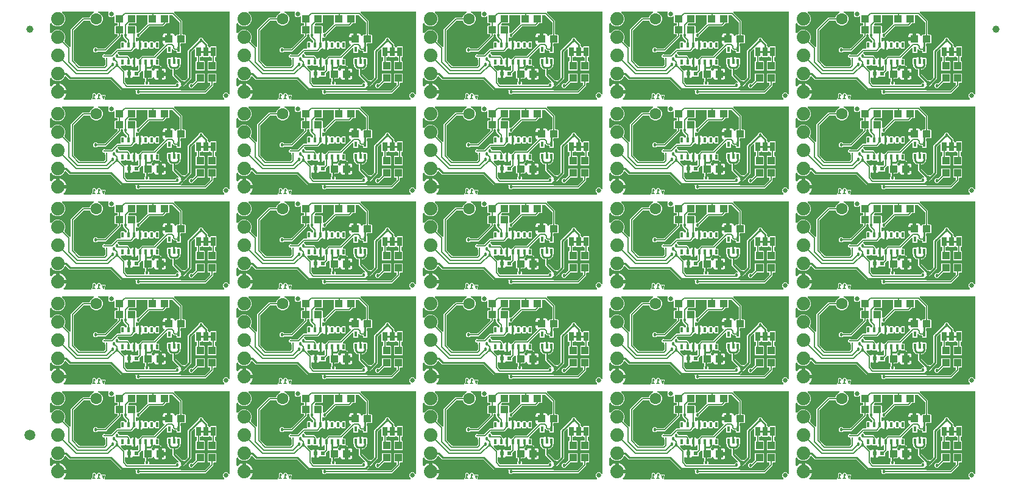
<source format=gbl>
G04 EAGLE Gerber RS-274X export*
G75*
%MOMM*%
%FSLAX34Y34*%
%LPD*%
%INBottom Copper*%
%IPPOS*%
%AMOC8*
5,1,8,0,0,1.08239X$1,22.5*%
G01*
%ADD10C,0.127000*%
%ADD11R,0.400000X0.750000*%
%ADD12R,0.350000X0.750000*%
%ADD13R,1.100000X1.000000*%
%ADD14R,0.600000X0.600000*%
%ADD15C,1.879600*%
%ADD16R,1.000000X1.100000*%
%ADD17R,0.660400X1.270000*%
%ADD18C,1.600000*%
%ADD19C,0.635000*%
%ADD20C,1.000000*%
%ADD21C,1.500000*%
%ADD22C,0.457200*%
%ADD23C,0.304800*%
%ADD24C,0.203200*%
%ADD25C,0.254000*%

G36*
X58437Y266208D02*
X58437Y266208D01*
X58555Y266215D01*
X58594Y266228D01*
X58634Y266233D01*
X58745Y266276D01*
X58858Y266313D01*
X58892Y266335D01*
X58930Y266350D01*
X59026Y266419D01*
X59127Y266483D01*
X59154Y266513D01*
X59187Y266536D01*
X59263Y266628D01*
X59345Y266715D01*
X59364Y266750D01*
X59390Y266781D01*
X59441Y266889D01*
X59498Y266993D01*
X59508Y267033D01*
X59525Y267069D01*
X59548Y267186D01*
X59577Y267301D01*
X59581Y267361D01*
X59585Y267381D01*
X59584Y267402D01*
X59588Y267462D01*
X59588Y268070D01*
X60761Y269244D01*
X60790Y269264D01*
X60890Y269328D01*
X60918Y269358D01*
X60951Y269381D01*
X61027Y269473D01*
X61108Y269560D01*
X61128Y269595D01*
X61154Y269626D01*
X61204Y269734D01*
X61262Y269838D01*
X61272Y269877D01*
X61289Y269914D01*
X61312Y270031D01*
X61341Y270146D01*
X61345Y270206D01*
X61349Y270226D01*
X61348Y270247D01*
X61352Y270307D01*
X61352Y273574D01*
X61350Y273588D01*
X61344Y273714D01*
X61274Y274340D01*
X61275Y274344D01*
X61721Y274789D01*
X61730Y274801D01*
X61815Y274894D01*
X62208Y275385D01*
X62211Y275388D01*
X62842Y275388D01*
X62856Y275389D01*
X62982Y275395D01*
X63607Y275465D01*
X63611Y275464D01*
X64057Y275018D01*
X64068Y275009D01*
X64161Y274925D01*
X66056Y273409D01*
X66174Y273337D01*
X66290Y273260D01*
X66310Y273254D01*
X66327Y273243D01*
X66460Y273202D01*
X66591Y273157D01*
X66611Y273156D01*
X66631Y273150D01*
X66770Y273143D01*
X66908Y273132D01*
X66928Y273136D01*
X66949Y273135D01*
X67085Y273163D01*
X67222Y273187D01*
X67240Y273195D01*
X67260Y273200D01*
X67385Y273261D01*
X67512Y273318D01*
X67527Y273331D01*
X67546Y273340D01*
X67651Y273430D01*
X67760Y273517D01*
X67772Y273533D01*
X67787Y273546D01*
X67867Y273660D01*
X67951Y273771D01*
X67959Y273790D01*
X67970Y273806D01*
X68019Y273936D01*
X68073Y274065D01*
X68075Y274085D01*
X68083Y274104D01*
X68098Y274240D01*
X68106Y274266D01*
X68120Y274292D01*
X68133Y274344D01*
X68579Y274789D01*
X68588Y274801D01*
X68673Y274894D01*
X69066Y275385D01*
X69069Y275388D01*
X69700Y275388D01*
X69714Y275389D01*
X69840Y275395D01*
X70465Y275465D01*
X70469Y275464D01*
X70915Y275018D01*
X70926Y275009D01*
X71019Y274925D01*
X72920Y273404D01*
X72983Y273366D01*
X73040Y273319D01*
X73118Y273283D01*
X73191Y273238D01*
X73262Y273216D01*
X73329Y273185D01*
X73413Y273170D01*
X73495Y273145D01*
X73569Y273141D01*
X73642Y273128D01*
X73727Y273134D01*
X73813Y273130D01*
X73885Y273145D01*
X73959Y273150D01*
X74114Y273191D01*
X74749Y273402D01*
X75466Y273044D01*
X75494Y273034D01*
X75520Y273019D01*
X75644Y272981D01*
X75766Y272939D01*
X75796Y272936D01*
X75824Y272927D01*
X75954Y272922D01*
X76083Y272911D01*
X76112Y272916D01*
X76142Y272915D01*
X76269Y272942D01*
X76396Y272963D01*
X76424Y272975D01*
X76453Y272981D01*
X76601Y273044D01*
X77318Y273402D01*
X78616Y272970D01*
X79228Y271746D01*
X77934Y267863D01*
X77933Y267859D01*
X77931Y267855D01*
X77902Y267705D01*
X77872Y267551D01*
X77872Y267547D01*
X77871Y267542D01*
X77881Y267386D01*
X77889Y267234D01*
X77891Y267230D01*
X77891Y267225D01*
X77938Y267079D01*
X77985Y266931D01*
X77988Y266927D01*
X77989Y266923D01*
X78072Y266792D01*
X78153Y266661D01*
X78157Y266658D01*
X78159Y266654D01*
X78271Y266548D01*
X78383Y266441D01*
X78387Y266439D01*
X78391Y266436D01*
X78526Y266361D01*
X78661Y266286D01*
X78665Y266285D01*
X78669Y266282D01*
X78819Y266244D01*
X78968Y266204D01*
X78973Y266204D01*
X78977Y266203D01*
X79138Y266193D01*
X242975Y266193D01*
X243113Y266210D01*
X243251Y266223D01*
X243271Y266230D01*
X243291Y266233D01*
X243419Y266284D01*
X243551Y266331D01*
X243567Y266342D01*
X243586Y266350D01*
X243699Y266431D01*
X243814Y266509D01*
X243827Y266525D01*
X243844Y266536D01*
X243932Y266644D01*
X244024Y266748D01*
X244033Y266766D01*
X244046Y266781D01*
X244106Y266907D01*
X244169Y267031D01*
X244173Y267051D01*
X244182Y267069D01*
X244208Y267205D01*
X244239Y267341D01*
X244238Y267362D01*
X244242Y267381D01*
X244233Y267520D01*
X244229Y267659D01*
X244223Y267679D01*
X244222Y267699D01*
X244179Y267831D01*
X244140Y267965D01*
X244130Y267982D01*
X244124Y268001D01*
X244049Y268119D01*
X243979Y268239D01*
X243960Y268260D01*
X243954Y268270D01*
X243939Y268284D01*
X243873Y268359D01*
X242188Y270044D01*
X242188Y273516D01*
X244644Y275972D01*
X248116Y275972D01*
X249801Y274287D01*
X249910Y274202D01*
X250017Y274114D01*
X250036Y274105D01*
X250052Y274093D01*
X250180Y274037D01*
X250305Y273978D01*
X250325Y273974D01*
X250344Y273966D01*
X250482Y273944D01*
X250618Y273918D01*
X250638Y273920D01*
X250658Y273916D01*
X250797Y273929D01*
X250935Y273938D01*
X250954Y273944D01*
X250974Y273946D01*
X251106Y273993D01*
X251237Y274036D01*
X251255Y274047D01*
X251274Y274054D01*
X251389Y274132D01*
X251506Y274206D01*
X251520Y274221D01*
X251537Y274232D01*
X251629Y274337D01*
X251724Y274438D01*
X251734Y274456D01*
X251747Y274471D01*
X251811Y274595D01*
X251878Y274716D01*
X251883Y274736D01*
X251892Y274754D01*
X251922Y274890D01*
X251957Y275024D01*
X251959Y275052D01*
X251962Y275064D01*
X251961Y275085D01*
X251967Y275185D01*
X251967Y387858D01*
X251952Y387976D01*
X251945Y388095D01*
X251932Y388133D01*
X251927Y388174D01*
X251884Y388284D01*
X251847Y388397D01*
X251825Y388432D01*
X251810Y388469D01*
X251741Y388565D01*
X251677Y388666D01*
X251647Y388694D01*
X251624Y388727D01*
X251532Y388803D01*
X251445Y388884D01*
X251410Y388904D01*
X251379Y388929D01*
X251271Y388980D01*
X251167Y389038D01*
X251127Y389048D01*
X251091Y389065D01*
X250974Y389087D01*
X250859Y389117D01*
X250799Y389121D01*
X250779Y389125D01*
X250758Y389123D01*
X250698Y389127D01*
X175612Y389127D01*
X175474Y389110D01*
X175335Y389097D01*
X175316Y389090D01*
X175296Y389087D01*
X175167Y389036D01*
X175036Y388989D01*
X175019Y388978D01*
X175000Y388970D01*
X174888Y388889D01*
X174773Y388811D01*
X174759Y388795D01*
X174743Y388784D01*
X174654Y388676D01*
X174562Y388572D01*
X174553Y388554D01*
X174540Y388539D01*
X174481Y388413D01*
X174418Y388289D01*
X174413Y388269D01*
X174405Y388251D01*
X174379Y388115D01*
X174348Y387979D01*
X174349Y387958D01*
X174345Y387939D01*
X174354Y387800D01*
X174358Y387661D01*
X174363Y387641D01*
X174365Y387621D01*
X174408Y387489D01*
X174446Y387355D01*
X174457Y387338D01*
X174463Y387319D01*
X174537Y387201D01*
X174608Y387081D01*
X174626Y387060D01*
X174633Y387050D01*
X174648Y387036D01*
X174714Y386961D01*
X184230Y377444D01*
X185793Y375882D01*
X185793Y357806D01*
X185808Y357688D01*
X185815Y357569D01*
X185828Y357531D01*
X185833Y357490D01*
X185876Y357380D01*
X185913Y357267D01*
X185935Y357232D01*
X185950Y357195D01*
X186019Y357099D01*
X186083Y356998D01*
X186113Y356970D01*
X186136Y356937D01*
X186228Y356861D01*
X186315Y356780D01*
X186350Y356760D01*
X186381Y356735D01*
X186489Y356684D01*
X186593Y356626D01*
X186633Y356616D01*
X186669Y356599D01*
X186786Y356577D01*
X186901Y356547D01*
X186961Y356543D01*
X186981Y356539D01*
X187002Y356541D01*
X187062Y356537D01*
X189681Y356537D01*
X190277Y355941D01*
X190277Y345099D01*
X189681Y344503D01*
X184300Y344503D01*
X184182Y344488D01*
X184063Y344481D01*
X184025Y344468D01*
X183984Y344463D01*
X183874Y344420D01*
X183761Y344383D01*
X183726Y344361D01*
X183689Y344346D01*
X183593Y344277D01*
X183492Y344213D01*
X183464Y344183D01*
X183431Y344160D01*
X183355Y344068D01*
X183274Y343981D01*
X183254Y343946D01*
X183229Y343915D01*
X183178Y343807D01*
X183120Y343703D01*
X183110Y343663D01*
X183093Y343627D01*
X183071Y343510D01*
X183041Y343395D01*
X183037Y343335D01*
X183033Y343315D01*
X183035Y343294D01*
X183031Y343234D01*
X183031Y341337D01*
X183043Y341239D01*
X183046Y341140D01*
X183063Y341081D01*
X183071Y341021D01*
X183107Y340929D01*
X183135Y340834D01*
X183165Y340782D01*
X183188Y340726D01*
X183246Y340646D01*
X183296Y340560D01*
X183362Y340485D01*
X183374Y340468D01*
X183384Y340461D01*
X183402Y340439D01*
X183761Y340081D01*
X183761Y331739D01*
X183165Y331143D01*
X178323Y331143D01*
X177727Y331739D01*
X177727Y333248D01*
X177712Y333366D01*
X177705Y333485D01*
X177692Y333523D01*
X177687Y333564D01*
X177644Y333674D01*
X177607Y333787D01*
X177585Y333822D01*
X177570Y333859D01*
X177501Y333955D01*
X177437Y334056D01*
X177407Y334084D01*
X177384Y334117D01*
X177292Y334193D01*
X177205Y334274D01*
X177170Y334294D01*
X177139Y334319D01*
X177031Y334370D01*
X176927Y334428D01*
X176887Y334438D01*
X176851Y334455D01*
X176734Y334477D01*
X176619Y334507D01*
X176559Y334511D01*
X176539Y334515D01*
X176518Y334513D01*
X176458Y334517D01*
X174418Y334517D01*
X173520Y335415D01*
X172928Y336008D01*
X172818Y336093D01*
X172711Y336182D01*
X172692Y336190D01*
X172676Y336203D01*
X172548Y336258D01*
X172423Y336317D01*
X172403Y336321D01*
X172384Y336329D01*
X172246Y336351D01*
X172110Y336377D01*
X172090Y336376D01*
X172070Y336379D01*
X171931Y336366D01*
X171793Y336357D01*
X171774Y336351D01*
X171754Y336349D01*
X171623Y336302D01*
X171491Y336259D01*
X171473Y336248D01*
X171454Y336242D01*
X171340Y336164D01*
X171222Y336089D01*
X171208Y336074D01*
X171191Y336063D01*
X171099Y335959D01*
X171004Y335857D01*
X170994Y335840D01*
X170981Y335825D01*
X170918Y335701D01*
X170850Y335579D01*
X170845Y335559D01*
X170836Y335541D01*
X170806Y335405D01*
X170771Y335271D01*
X170769Y335243D01*
X170766Y335231D01*
X170767Y335211D01*
X170761Y335110D01*
X170761Y331739D01*
X170165Y331143D01*
X165323Y331143D01*
X164727Y331739D01*
X164727Y336588D01*
X164710Y336726D01*
X164697Y336865D01*
X164690Y336884D01*
X164687Y336904D01*
X164636Y337033D01*
X164589Y337164D01*
X164578Y337181D01*
X164570Y337200D01*
X164489Y337312D01*
X164411Y337427D01*
X164395Y337440D01*
X164384Y337457D01*
X164276Y337546D01*
X164172Y337638D01*
X164154Y337647D01*
X164139Y337660D01*
X164013Y337719D01*
X163889Y337782D01*
X163869Y337787D01*
X163851Y337795D01*
X163715Y337821D01*
X163579Y337852D01*
X163558Y337851D01*
X163539Y337855D01*
X163400Y337846D01*
X163261Y337842D01*
X163241Y337837D01*
X163221Y337835D01*
X163089Y337792D01*
X162955Y337754D01*
X162938Y337743D01*
X162919Y337737D01*
X162801Y337663D01*
X162681Y337592D01*
X162660Y337574D01*
X162650Y337567D01*
X162636Y337552D01*
X162561Y337486D01*
X150134Y325059D01*
X150048Y324949D01*
X149960Y324842D01*
X149951Y324824D01*
X149939Y324808D01*
X149883Y324680D01*
X149824Y324554D01*
X149820Y324534D01*
X149812Y324516D01*
X149790Y324378D01*
X149764Y324242D01*
X149766Y324222D01*
X149762Y324202D01*
X149776Y324063D01*
X149784Y323924D01*
X149790Y323905D01*
X149792Y323885D01*
X149839Y323754D01*
X149882Y323622D01*
X149893Y323605D01*
X149900Y323586D01*
X149978Y323471D01*
X150052Y323353D01*
X150067Y323339D01*
X150078Y323323D01*
X150183Y323231D01*
X150284Y323135D01*
X150302Y323126D01*
X150317Y323112D01*
X150441Y323049D01*
X150562Y322982D01*
X150582Y322977D01*
X150600Y322968D01*
X150736Y322937D01*
X150870Y322902D01*
X150898Y322901D01*
X150910Y322898D01*
X150931Y322899D01*
X151031Y322892D01*
X153083Y322892D01*
X153679Y322297D01*
X153679Y314351D01*
X153691Y314250D01*
X153695Y314147D01*
X153711Y314093D01*
X153718Y314036D01*
X153756Y313941D01*
X153785Y313842D01*
X153814Y313793D01*
X153836Y313740D01*
X153896Y313657D01*
X153948Y313569D01*
X153989Y313529D01*
X154022Y313483D01*
X154054Y313456D01*
X154026Y313462D01*
X153873Y313497D01*
X153870Y313497D01*
X153866Y313497D01*
X153714Y313492D01*
X153555Y313487D01*
X153552Y313486D01*
X153549Y313486D01*
X153400Y313442D01*
X153250Y313399D01*
X153247Y313397D01*
X153244Y313396D01*
X153181Y313359D01*
X148741Y313359D01*
X147809Y314290D01*
X147715Y314363D01*
X147626Y314442D01*
X147590Y314460D01*
X147558Y314485D01*
X147449Y314532D01*
X147343Y314586D01*
X147303Y314595D01*
X147266Y314611D01*
X147149Y314630D01*
X147033Y314656D01*
X146992Y314655D01*
X146952Y314661D01*
X146834Y314650D01*
X146715Y314646D01*
X146676Y314635D01*
X146636Y314631D01*
X146523Y314591D01*
X146409Y314558D01*
X146374Y314537D01*
X146336Y314524D01*
X146238Y314457D01*
X146135Y314396D01*
X146090Y314357D01*
X146073Y314345D01*
X146060Y314330D01*
X146014Y314290D01*
X145570Y313846D01*
X145510Y313768D01*
X145442Y313696D01*
X145413Y313643D01*
X145375Y313595D01*
X145336Y313504D01*
X145288Y313417D01*
X145273Y313359D01*
X145249Y313303D01*
X145234Y313205D01*
X145209Y313109D01*
X145202Y313009D01*
X145199Y312989D01*
X145200Y312977D01*
X145199Y312949D01*
X145199Y311891D01*
X143374Y310067D01*
X143269Y309961D01*
X143184Y309851D01*
X143095Y309744D01*
X143086Y309726D01*
X143074Y309710D01*
X143018Y309582D01*
X142959Y309456D01*
X142956Y309437D01*
X142948Y309418D01*
X142926Y309280D01*
X142900Y309144D01*
X142901Y309124D01*
X142898Y309104D01*
X142911Y308965D01*
X142919Y308826D01*
X142926Y308807D01*
X142927Y308787D01*
X142975Y308656D01*
X143017Y308524D01*
X143028Y308507D01*
X143035Y308488D01*
X143113Y308372D01*
X143188Y308255D01*
X143202Y308241D01*
X143214Y308225D01*
X143267Y308178D01*
X143277Y308166D01*
X144389Y307055D01*
X144395Y307038D01*
X144399Y307032D01*
X144401Y307026D01*
X144491Y306902D01*
X144579Y306778D01*
X144584Y306774D01*
X144588Y306768D01*
X144707Y306670D01*
X144822Y306573D01*
X144828Y306570D01*
X144833Y306566D01*
X144971Y306501D01*
X145108Y306434D01*
X145115Y306433D01*
X145121Y306430D01*
X145269Y306402D01*
X145420Y306371D01*
X145427Y306372D01*
X145433Y306370D01*
X145584Y306380D01*
X145738Y306388D01*
X145744Y306390D01*
X145751Y306390D01*
X145895Y306437D01*
X146041Y306483D01*
X146047Y306486D01*
X146053Y306488D01*
X146182Y306569D01*
X146312Y306650D01*
X146316Y306655D01*
X146322Y306658D01*
X146426Y306769D01*
X146532Y306879D01*
X146535Y306885D01*
X146540Y306890D01*
X146613Y307023D01*
X146688Y307156D01*
X146691Y307165D01*
X146693Y307168D01*
X146696Y307179D01*
X146740Y307309D01*
X146860Y307758D01*
X147195Y308337D01*
X147668Y308811D01*
X148247Y309145D01*
X148893Y309318D01*
X152229Y309318D01*
X152229Y303008D01*
X152243Y302889D01*
X152251Y302771D01*
X152263Y302732D01*
X152268Y302692D01*
X152312Y302581D01*
X152349Y302468D01*
X152371Y302434D01*
X152385Y302396D01*
X152455Y302300D01*
X152519Y302199D01*
X152548Y302172D01*
X152572Y302139D01*
X152664Y302063D01*
X152751Y301982D01*
X152786Y301962D01*
X152817Y301936D01*
X152925Y301886D01*
X153029Y301828D01*
X153068Y301818D01*
X153105Y301801D01*
X153211Y301780D01*
X153182Y301777D01*
X153071Y301733D01*
X152958Y301696D01*
X152924Y301674D01*
X152887Y301660D01*
X152790Y301590D01*
X152690Y301526D01*
X152662Y301496D01*
X152629Y301473D01*
X152553Y301381D01*
X152472Y301294D01*
X152452Y301259D01*
X152426Y301228D01*
X152376Y301120D01*
X152318Y301016D01*
X152308Y300977D01*
X152291Y300940D01*
X152269Y300823D01*
X152239Y300708D01*
X152235Y300648D01*
X152231Y300628D01*
X152232Y300607D01*
X152229Y300547D01*
X152229Y294237D01*
X148893Y294237D01*
X148247Y294410D01*
X147668Y294744D01*
X147195Y295217D01*
X146860Y295797D01*
X146740Y296246D01*
X146683Y296386D01*
X146626Y296529D01*
X146622Y296534D01*
X146620Y296541D01*
X146528Y296664D01*
X146439Y296786D01*
X146434Y296791D01*
X146430Y296796D01*
X146312Y296892D01*
X146194Y296989D01*
X146188Y296992D01*
X146183Y296996D01*
X146044Y297060D01*
X145907Y297125D01*
X145900Y297126D01*
X145894Y297129D01*
X145743Y297156D01*
X145594Y297184D01*
X145588Y297184D01*
X145581Y297185D01*
X145429Y297174D01*
X145277Y297165D01*
X145270Y297163D01*
X145264Y297162D01*
X145119Y297114D01*
X144974Y297067D01*
X144969Y297063D01*
X144962Y297061D01*
X144835Y296978D01*
X144706Y296897D01*
X144701Y296892D01*
X144695Y296888D01*
X144592Y296776D01*
X144488Y296665D01*
X144484Y296659D01*
X144480Y296654D01*
X144408Y296520D01*
X144407Y296519D01*
X143649Y295761D01*
X139700Y295761D01*
X139582Y295746D01*
X139463Y295738D01*
X139425Y295726D01*
X139384Y295721D01*
X139274Y295677D01*
X139161Y295640D01*
X139126Y295619D01*
X139089Y295604D01*
X138993Y295534D01*
X138892Y295470D01*
X138864Y295441D01*
X138831Y295417D01*
X138755Y295325D01*
X138674Y295239D01*
X138654Y295203D01*
X138629Y295172D01*
X138578Y295064D01*
X138520Y294960D01*
X138510Y294921D01*
X138493Y294884D01*
X138471Y294767D01*
X138441Y294652D01*
X138437Y294592D01*
X138433Y294572D01*
X138435Y294552D01*
X138431Y294491D01*
X138431Y292216D01*
X138443Y292118D01*
X138446Y292019D01*
X138463Y291960D01*
X138471Y291900D01*
X138507Y291808D01*
X138535Y291713D01*
X138565Y291661D01*
X138588Y291605D01*
X138646Y291525D01*
X138696Y291439D01*
X138762Y291364D01*
X138774Y291347D01*
X138784Y291339D01*
X138802Y291318D01*
X139447Y290674D01*
X139447Y288138D01*
X139462Y288019D01*
X139469Y287901D01*
X139482Y287862D01*
X139487Y287822D01*
X139530Y287711D01*
X139567Y287598D01*
X139589Y287564D01*
X139604Y287526D01*
X139673Y287430D01*
X139737Y287329D01*
X139767Y287302D01*
X139790Y287269D01*
X139882Y287193D01*
X139969Y287112D01*
X140004Y287092D01*
X140035Y287066D01*
X140143Y287015D01*
X140247Y286958D01*
X140287Y286948D01*
X140323Y286931D01*
X140440Y286908D01*
X140555Y286879D01*
X140615Y286875D01*
X140635Y286871D01*
X140656Y286872D01*
X140716Y286868D01*
X174382Y286868D01*
X174480Y286881D01*
X174579Y286884D01*
X174638Y286901D01*
X174698Y286908D01*
X174790Y286945D01*
X174885Y286972D01*
X174937Y287003D01*
X174993Y287025D01*
X175073Y287083D01*
X175159Y287134D01*
X175234Y287200D01*
X175251Y287212D01*
X175259Y287221D01*
X175280Y287240D01*
X177575Y289535D01*
X179147Y289535D01*
X179284Y289553D01*
X179423Y289566D01*
X179442Y289573D01*
X179462Y289575D01*
X179591Y289626D01*
X179722Y289673D01*
X179739Y289685D01*
X179758Y289692D01*
X179870Y289774D01*
X179985Y289852D01*
X179999Y289867D01*
X180015Y289879D01*
X180104Y289986D01*
X180196Y290090D01*
X180205Y290108D01*
X180218Y290124D01*
X180277Y290250D01*
X180340Y290374D01*
X180345Y290393D01*
X180353Y290412D01*
X180380Y290548D01*
X180410Y290684D01*
X180409Y290704D01*
X180413Y290724D01*
X180405Y290862D01*
X180400Y291002D01*
X180395Y291021D01*
X180393Y291041D01*
X180351Y291174D01*
X180312Y291307D01*
X180302Y291325D01*
X180295Y291344D01*
X180221Y291462D01*
X180150Y291581D01*
X180132Y291602D01*
X180125Y291613D01*
X180110Y291627D01*
X180044Y291702D01*
X171957Y299789D01*
X171957Y307264D01*
X171942Y307382D01*
X171935Y307501D01*
X171922Y307539D01*
X171917Y307579D01*
X171874Y307690D01*
X171837Y307803D01*
X171815Y307837D01*
X171800Y307875D01*
X171731Y307971D01*
X171667Y308072D01*
X171637Y308100D01*
X171614Y308132D01*
X171522Y308208D01*
X171435Y308290D01*
X171400Y308309D01*
X171369Y308335D01*
X171261Y308386D01*
X171157Y308443D01*
X171117Y308453D01*
X171081Y308471D01*
X170964Y308493D01*
X170849Y308523D01*
X170789Y308527D01*
X170769Y308530D01*
X170748Y308529D01*
X170688Y308533D01*
X169538Y308533D01*
X165457Y312613D01*
X165457Y313983D01*
X165445Y314081D01*
X165442Y314180D01*
X165425Y314239D01*
X165417Y314299D01*
X165381Y314391D01*
X165353Y314486D01*
X165323Y314538D01*
X165300Y314594D01*
X165242Y314674D01*
X165192Y314760D01*
X165126Y314835D01*
X165114Y314852D01*
X165104Y314860D01*
X165085Y314881D01*
X164727Y315239D01*
X164727Y323581D01*
X165323Y324177D01*
X169164Y324177D01*
X169269Y324190D01*
X169375Y324194D01*
X169427Y324210D01*
X169480Y324217D01*
X169578Y324256D01*
X169680Y324286D01*
X169726Y324314D01*
X169776Y324334D01*
X169861Y324396D01*
X169952Y324451D01*
X169990Y324489D01*
X170033Y324520D01*
X170101Y324602D01*
X170175Y324678D01*
X170187Y324696D01*
X170684Y325193D01*
X171263Y325528D01*
X171910Y325701D01*
X172975Y325701D01*
X172975Y319410D01*
X172990Y319292D01*
X172997Y319173D01*
X173009Y319135D01*
X173014Y319095D01*
X173058Y318984D01*
X173095Y318871D01*
X173117Y318837D01*
X173131Y318799D01*
X173201Y318703D01*
X173265Y318602D01*
X173295Y318574D01*
X173318Y318542D01*
X173410Y318466D01*
X173497Y318384D01*
X173532Y318365D01*
X173563Y318339D01*
X173671Y318288D01*
X173775Y318231D01*
X173814Y318221D01*
X173851Y318203D01*
X173968Y318181D01*
X174083Y318151D01*
X174143Y318147D01*
X174163Y318144D01*
X174164Y318144D01*
X174184Y318145D01*
X174244Y318141D01*
X174362Y318156D01*
X174481Y318163D01*
X174519Y318176D01*
X174560Y318181D01*
X174670Y318225D01*
X174784Y318261D01*
X174818Y318283D01*
X174855Y318298D01*
X174952Y318368D01*
X175052Y318432D01*
X175080Y318461D01*
X175113Y318485D01*
X175189Y318577D01*
X175270Y318663D01*
X175290Y318699D01*
X175316Y318730D01*
X175366Y318837D01*
X175424Y318942D01*
X175434Y318981D01*
X175451Y319017D01*
X175473Y319134D01*
X175503Y319250D01*
X175507Y319310D01*
X175511Y319330D01*
X175510Y319350D01*
X175513Y319410D01*
X175513Y325701D01*
X176578Y325701D01*
X177225Y325528D01*
X177804Y325193D01*
X178320Y324677D01*
X178345Y324638D01*
X178384Y324601D01*
X178416Y324558D01*
X178499Y324492D01*
X178576Y324420D01*
X178623Y324394D01*
X178665Y324361D01*
X178762Y324317D01*
X178855Y324266D01*
X178907Y324253D01*
X178956Y324231D01*
X179060Y324213D01*
X179163Y324187D01*
X179248Y324182D01*
X179269Y324178D01*
X179285Y324179D01*
X179324Y324177D01*
X183165Y324177D01*
X183761Y323581D01*
X183761Y315239D01*
X183403Y314881D01*
X183342Y314803D01*
X183274Y314730D01*
X183245Y314677D01*
X183208Y314629D01*
X183168Y314538D01*
X183120Y314452D01*
X183105Y314393D01*
X183081Y314338D01*
X183066Y314240D01*
X183041Y314144D01*
X183035Y314044D01*
X183031Y314023D01*
X183033Y314011D01*
X183031Y313983D01*
X183031Y312613D01*
X178950Y308533D01*
X177800Y308533D01*
X177682Y308518D01*
X177563Y308511D01*
X177525Y308498D01*
X177484Y308493D01*
X177374Y308449D01*
X177261Y308413D01*
X177226Y308391D01*
X177189Y308376D01*
X177093Y308306D01*
X176992Y308243D01*
X176964Y308213D01*
X176931Y308189D01*
X176855Y308098D01*
X176774Y308011D01*
X176754Y307976D01*
X176729Y307944D01*
X176678Y307837D01*
X176620Y307732D01*
X176610Y307693D01*
X176593Y307657D01*
X176571Y307540D01*
X176541Y307424D01*
X176537Y307364D01*
X176533Y307344D01*
X176535Y307324D01*
X176531Y307264D01*
X176531Y302209D01*
X176543Y302111D01*
X176546Y302012D01*
X176563Y301954D01*
X176571Y301893D01*
X176607Y301801D01*
X176635Y301706D01*
X176665Y301654D01*
X176688Y301598D01*
X176746Y301518D01*
X176796Y301432D01*
X176862Y301357D01*
X176874Y301340D01*
X176884Y301333D01*
X176902Y301311D01*
X184371Y293843D01*
X184476Y293761D01*
X184577Y293676D01*
X184601Y293665D01*
X184622Y293648D01*
X184744Y293595D01*
X184864Y293538D01*
X184900Y293528D01*
X184914Y293522D01*
X184935Y293519D01*
X185019Y293496D01*
X188447Y292811D01*
X188512Y292806D01*
X188576Y292792D01*
X188670Y292795D01*
X188765Y292788D01*
X188828Y292799D01*
X188893Y292801D01*
X188984Y292828D01*
X189077Y292844D01*
X189137Y292872D01*
X189199Y292890D01*
X189280Y292938D01*
X189366Y292977D01*
X189417Y293018D01*
X189473Y293051D01*
X189594Y293158D01*
X193176Y296739D01*
X193236Y296818D01*
X193304Y296890D01*
X193333Y296943D01*
X193370Y296991D01*
X193410Y297082D01*
X193458Y297168D01*
X193473Y297227D01*
X193497Y297283D01*
X193512Y297381D01*
X193537Y297476D01*
X193543Y297576D01*
X193547Y297597D01*
X193545Y297609D01*
X193547Y297637D01*
X193547Y334449D01*
X195258Y336160D01*
X195259Y336160D01*
X208136Y349038D01*
X208197Y349116D01*
X208265Y349188D01*
X208294Y349241D01*
X208331Y349289D01*
X208370Y349380D01*
X208418Y349467D01*
X208433Y349525D01*
X208457Y349581D01*
X208473Y349679D01*
X208498Y349775D01*
X208504Y349875D01*
X208505Y349881D01*
X208505Y349883D01*
X208507Y349895D01*
X208506Y349908D01*
X208508Y349936D01*
X208508Y350694D01*
X210443Y352629D01*
X213179Y352629D01*
X215113Y350694D01*
X215113Y349783D01*
X215126Y349685D01*
X215129Y349586D01*
X215146Y349528D01*
X215153Y349468D01*
X215190Y349376D01*
X215217Y349280D01*
X215248Y349228D01*
X215270Y349172D01*
X215328Y349092D01*
X215379Y349007D01*
X215445Y348931D01*
X215457Y348915D01*
X215466Y348907D01*
X215485Y348886D01*
X220727Y343644D01*
X220727Y341376D01*
X220742Y341258D01*
X220749Y341139D01*
X220762Y341101D01*
X220767Y341060D01*
X220810Y340950D01*
X220847Y340837D01*
X220869Y340802D01*
X220884Y340765D01*
X220953Y340669D01*
X221017Y340568D01*
X221047Y340540D01*
X221070Y340507D01*
X221162Y340431D01*
X221249Y340350D01*
X221284Y340330D01*
X221315Y340305D01*
X221423Y340254D01*
X221527Y340196D01*
X221567Y340186D01*
X221603Y340169D01*
X221720Y340147D01*
X221835Y340117D01*
X221895Y340113D01*
X221915Y340109D01*
X221936Y340111D01*
X221996Y340107D01*
X222163Y340107D01*
X222750Y339520D01*
X222844Y339447D01*
X222933Y339369D01*
X222969Y339350D01*
X223001Y339325D01*
X223110Y339278D01*
X223216Y339224D01*
X223255Y339215D01*
X223293Y339199D01*
X223410Y339180D01*
X223526Y339154D01*
X223567Y339156D01*
X223607Y339149D01*
X223725Y339160D01*
X223844Y339164D01*
X223883Y339175D01*
X223923Y339179D01*
X224035Y339219D01*
X224150Y339252D01*
X224185Y339273D01*
X224223Y339287D01*
X224321Y339353D01*
X224424Y339414D01*
X224469Y339454D01*
X224486Y339465D01*
X224499Y339481D01*
X224545Y339520D01*
X225131Y340107D01*
X232577Y340107D01*
X233173Y339511D01*
X233173Y325969D01*
X232577Y325373D01*
X232156Y325373D01*
X232038Y325358D01*
X231919Y325351D01*
X231881Y325338D01*
X231840Y325333D01*
X231730Y325290D01*
X231617Y325253D01*
X231582Y325231D01*
X231545Y325216D01*
X231449Y325147D01*
X231348Y325083D01*
X231320Y325053D01*
X231287Y325030D01*
X231211Y324938D01*
X231130Y324851D01*
X231110Y324816D01*
X231085Y324785D01*
X231034Y324677D01*
X230976Y324573D01*
X230966Y324533D01*
X230949Y324497D01*
X230927Y324380D01*
X230897Y324265D01*
X230893Y324205D01*
X230889Y324185D01*
X230891Y324164D01*
X230887Y324104D01*
X230887Y321086D01*
X230902Y320968D01*
X230909Y320849D01*
X230922Y320811D01*
X230927Y320770D01*
X230970Y320660D01*
X231007Y320547D01*
X231029Y320512D01*
X231044Y320475D01*
X231113Y320379D01*
X231177Y320278D01*
X231207Y320250D01*
X231230Y320217D01*
X231322Y320141D01*
X231409Y320060D01*
X231444Y320040D01*
X231475Y320015D01*
X231583Y319964D01*
X231687Y319906D01*
X231727Y319896D01*
X231763Y319879D01*
X231880Y319857D01*
X231995Y319827D01*
X232055Y319823D01*
X232075Y319819D01*
X232096Y319821D01*
X232156Y319817D01*
X232243Y319817D01*
X232839Y319221D01*
X232839Y307379D01*
X232243Y306783D01*
X221401Y306783D01*
X220805Y307379D01*
X220805Y319221D01*
X221401Y319817D01*
X225552Y319817D01*
X225670Y319832D01*
X225789Y319839D01*
X225827Y319852D01*
X225868Y319857D01*
X225978Y319900D01*
X226091Y319937D01*
X226126Y319959D01*
X226163Y319974D01*
X226259Y320043D01*
X226360Y320107D01*
X226388Y320137D01*
X226421Y320160D01*
X226497Y320252D01*
X226578Y320339D01*
X226598Y320374D01*
X226623Y320405D01*
X226674Y320513D01*
X226732Y320617D01*
X226742Y320657D01*
X226759Y320693D01*
X226781Y320810D01*
X226811Y320925D01*
X226815Y320985D01*
X226819Y321005D01*
X226817Y321026D01*
X226821Y321086D01*
X226821Y324104D01*
X226806Y324222D01*
X226799Y324341D01*
X226786Y324379D01*
X226781Y324420D01*
X226738Y324530D01*
X226701Y324643D01*
X226679Y324678D01*
X226664Y324715D01*
X226595Y324811D01*
X226531Y324912D01*
X226501Y324940D01*
X226478Y324973D01*
X226386Y325049D01*
X226299Y325130D01*
X226264Y325150D01*
X226233Y325175D01*
X226125Y325226D01*
X226021Y325284D01*
X225981Y325294D01*
X225945Y325311D01*
X225828Y325333D01*
X225713Y325363D01*
X225653Y325367D01*
X225633Y325371D01*
X225612Y325369D01*
X225552Y325373D01*
X225131Y325373D01*
X224545Y325960D01*
X224451Y326032D01*
X224361Y326111D01*
X224325Y326130D01*
X224293Y326155D01*
X224184Y326202D01*
X224078Y326256D01*
X224039Y326265D01*
X224001Y326281D01*
X223884Y326300D01*
X223768Y326326D01*
X223727Y326324D01*
X223687Y326331D01*
X223569Y326320D01*
X223450Y326316D01*
X223411Y326305D01*
X223371Y326301D01*
X223258Y326261D01*
X223144Y326228D01*
X223110Y326207D01*
X223071Y326193D01*
X222973Y326127D01*
X222870Y326066D01*
X222825Y326026D01*
X222808Y326015D01*
X222795Y326000D01*
X222750Y325960D01*
X222163Y325373D01*
X214717Y325373D01*
X214131Y325960D01*
X214037Y326032D01*
X213947Y326111D01*
X213911Y326130D01*
X213879Y326155D01*
X213770Y326202D01*
X213664Y326256D01*
X213625Y326265D01*
X213587Y326281D01*
X213470Y326300D01*
X213354Y326326D01*
X213313Y326324D01*
X213273Y326331D01*
X213155Y326320D01*
X213036Y326316D01*
X212997Y326305D01*
X212957Y326301D01*
X212844Y326261D01*
X212730Y326228D01*
X212696Y326207D01*
X212657Y326193D01*
X212559Y326127D01*
X212456Y326066D01*
X212411Y326026D01*
X212394Y326015D01*
X212381Y326000D01*
X212336Y325960D01*
X211749Y325373D01*
X211328Y325373D01*
X211210Y325358D01*
X211091Y325351D01*
X211053Y325338D01*
X211012Y325333D01*
X210902Y325290D01*
X210789Y325253D01*
X210754Y325231D01*
X210717Y325216D01*
X210621Y325147D01*
X210520Y325083D01*
X210492Y325053D01*
X210459Y325030D01*
X210383Y324938D01*
X210302Y324851D01*
X210282Y324816D01*
X210257Y324785D01*
X210206Y324677D01*
X210148Y324573D01*
X210138Y324533D01*
X210121Y324497D01*
X210099Y324380D01*
X210069Y324265D01*
X210065Y324205D01*
X210061Y324185D01*
X210063Y324164D01*
X210059Y324104D01*
X210059Y321086D01*
X210074Y320968D01*
X210081Y320849D01*
X210094Y320811D01*
X210099Y320770D01*
X210142Y320660D01*
X210179Y320547D01*
X210201Y320512D01*
X210216Y320475D01*
X210285Y320379D01*
X210349Y320278D01*
X210379Y320250D01*
X210402Y320217D01*
X210494Y320141D01*
X210581Y320060D01*
X210616Y320040D01*
X210647Y320015D01*
X210755Y319964D01*
X210859Y319906D01*
X210899Y319896D01*
X210935Y319879D01*
X211052Y319857D01*
X211167Y319827D01*
X211227Y319823D01*
X211247Y319819D01*
X211268Y319821D01*
X211328Y319817D01*
X215987Y319817D01*
X216583Y319221D01*
X216583Y307379D01*
X215987Y306783D01*
X205145Y306783D01*
X204549Y307379D01*
X204549Y319221D01*
X205268Y319940D01*
X205298Y319959D01*
X205335Y319974D01*
X205431Y320043D01*
X205532Y320107D01*
X205560Y320137D01*
X205593Y320160D01*
X205669Y320252D01*
X205750Y320339D01*
X205770Y320374D01*
X205795Y320405D01*
X205846Y320513D01*
X205904Y320617D01*
X205914Y320657D01*
X205931Y320693D01*
X205953Y320810D01*
X205983Y320925D01*
X205987Y320985D01*
X205991Y321005D01*
X205989Y321026D01*
X205993Y321086D01*
X205993Y324104D01*
X205978Y324222D01*
X205971Y324341D01*
X205958Y324379D01*
X205953Y324420D01*
X205910Y324530D01*
X205873Y324643D01*
X205851Y324678D01*
X205836Y324715D01*
X205767Y324811D01*
X205703Y324912D01*
X205673Y324940D01*
X205650Y324973D01*
X205558Y325049D01*
X205471Y325130D01*
X205436Y325150D01*
X205405Y325175D01*
X205297Y325226D01*
X205193Y325284D01*
X205153Y325294D01*
X205117Y325311D01*
X205000Y325333D01*
X204885Y325363D01*
X204825Y325367D01*
X204805Y325371D01*
X204784Y325369D01*
X204724Y325373D01*
X204303Y325373D01*
X203707Y325969D01*
X203707Y335077D01*
X203690Y335215D01*
X203677Y335353D01*
X203670Y335373D01*
X203667Y335393D01*
X203616Y335522D01*
X203569Y335653D01*
X203558Y335670D01*
X203550Y335688D01*
X203469Y335801D01*
X203391Y335916D01*
X203375Y335929D01*
X203364Y335946D01*
X203256Y336035D01*
X203152Y336126D01*
X203134Y336136D01*
X203119Y336148D01*
X202993Y336208D01*
X202869Y336271D01*
X202849Y336275D01*
X202831Y336284D01*
X202695Y336310D01*
X202559Y336341D01*
X202538Y336340D01*
X202519Y336344D01*
X202380Y336335D01*
X202241Y336331D01*
X202221Y336325D01*
X202201Y336324D01*
X202069Y336281D01*
X201935Y336243D01*
X201918Y336232D01*
X201899Y336226D01*
X201781Y336152D01*
X201661Y336081D01*
X201640Y336062D01*
X201630Y336056D01*
X201616Y336041D01*
X201541Y335975D01*
X198492Y332927D01*
X198432Y332848D01*
X198364Y332776D01*
X198335Y332723D01*
X198298Y332675D01*
X198258Y332584D01*
X198210Y332498D01*
X198195Y332439D01*
X198171Y332383D01*
X198156Y332285D01*
X198131Y332190D01*
X198125Y332090D01*
X198121Y332069D01*
X198123Y332057D01*
X198121Y332029D01*
X198121Y295217D01*
X192243Y289339D01*
X192162Y289234D01*
X192076Y289133D01*
X192065Y289109D01*
X192048Y289088D01*
X191995Y288966D01*
X191938Y288846D01*
X191932Y288825D01*
X191426Y288488D01*
X191393Y288458D01*
X191354Y288435D01*
X191233Y288329D01*
X190441Y287537D01*
X190440Y287537D01*
X187900Y284997D01*
X187445Y284541D01*
X187369Y284443D01*
X187288Y284350D01*
X187262Y284305D01*
X187250Y284290D01*
X187242Y284270D01*
X187207Y284211D01*
X187042Y283880D01*
X186940Y283846D01*
X186890Y283823D01*
X186838Y283807D01*
X186748Y283754D01*
X186653Y283709D01*
X186611Y283674D01*
X186564Y283646D01*
X186443Y283539D01*
X185995Y283091D01*
X183760Y280857D01*
X183710Y280806D01*
X183624Y280696D01*
X183536Y280589D01*
X183527Y280570D01*
X183515Y280555D01*
X183459Y280427D01*
X183400Y280301D01*
X183396Y280281D01*
X183388Y280263D01*
X183366Y280125D01*
X183340Y279988D01*
X183341Y279968D01*
X183338Y279949D01*
X183351Y279810D01*
X183360Y279671D01*
X183366Y279652D01*
X183368Y279632D01*
X183415Y279501D01*
X183458Y279369D01*
X183469Y279352D01*
X183475Y279333D01*
X183554Y279217D01*
X183628Y279100D01*
X183643Y279086D01*
X183654Y279070D01*
X183758Y278977D01*
X183860Y278882D01*
X183877Y278872D01*
X183892Y278859D01*
X184017Y278796D01*
X184138Y278728D01*
X184158Y278723D01*
X184176Y278714D01*
X184312Y278684D01*
X184446Y278649D01*
X184474Y278647D01*
X184486Y278645D01*
X184506Y278645D01*
X184607Y278639D01*
X215920Y278639D01*
X216018Y278651D01*
X216117Y278654D01*
X216176Y278671D01*
X216236Y278679D01*
X216328Y278715D01*
X216423Y278743D01*
X216475Y278773D01*
X216531Y278796D01*
X216612Y278854D01*
X216697Y278904D01*
X216772Y278970D01*
X216789Y278982D01*
X216797Y278992D01*
X216818Y279010D01*
X224418Y286610D01*
X224478Y286689D01*
X224546Y286761D01*
X224575Y286814D01*
X224612Y286862D01*
X224652Y286952D01*
X224700Y287039D01*
X224715Y287098D01*
X224739Y287153D01*
X224754Y287251D01*
X224779Y287347D01*
X224785Y287447D01*
X224789Y287467D01*
X224787Y287480D01*
X224789Y287508D01*
X224789Y288514D01*
X224774Y288632D01*
X224767Y288751D01*
X224754Y288789D01*
X224749Y288830D01*
X224706Y288940D01*
X224669Y289053D01*
X224647Y289088D01*
X224632Y289125D01*
X224563Y289221D01*
X224499Y289322D01*
X224469Y289350D01*
X224446Y289383D01*
X224354Y289459D01*
X224267Y289540D01*
X224232Y289560D01*
X224201Y289585D01*
X224093Y289636D01*
X223989Y289694D01*
X223949Y289704D01*
X223913Y289721D01*
X223796Y289743D01*
X223681Y289773D01*
X223621Y289777D01*
X223601Y289781D01*
X223580Y289779D01*
X223520Y289783D01*
X221401Y289783D01*
X220805Y290379D01*
X220805Y302221D01*
X221401Y302817D01*
X232243Y302817D01*
X232839Y302221D01*
X232839Y290379D01*
X232243Y289783D01*
X230124Y289783D01*
X230006Y289768D01*
X229887Y289761D01*
X229849Y289748D01*
X229808Y289743D01*
X229698Y289700D01*
X229585Y289663D01*
X229550Y289641D01*
X229513Y289626D01*
X229417Y289557D01*
X229316Y289493D01*
X229288Y289463D01*
X229255Y289440D01*
X229179Y289348D01*
X229098Y289261D01*
X229078Y289226D01*
X229053Y289195D01*
X229002Y289087D01*
X228944Y288983D01*
X228934Y288943D01*
X228917Y288907D01*
X228895Y288790D01*
X228865Y288675D01*
X228861Y288615D01*
X228857Y288595D01*
X228859Y288574D01*
X228855Y288514D01*
X228855Y285298D01*
X218130Y274573D01*
X127370Y274573D01*
X127272Y274561D01*
X127173Y274558D01*
X127114Y274541D01*
X127054Y274533D01*
X126962Y274497D01*
X126867Y274469D01*
X126815Y274439D01*
X126759Y274416D01*
X126679Y274358D01*
X126593Y274308D01*
X126518Y274242D01*
X126501Y274230D01*
X126493Y274220D01*
X126472Y274202D01*
X125828Y273557D01*
X123092Y273557D01*
X121157Y275492D01*
X121157Y277876D01*
X121142Y277994D01*
X121135Y278113D01*
X121122Y278151D01*
X121117Y278192D01*
X121074Y278302D01*
X121037Y278415D01*
X121015Y278450D01*
X121000Y278487D01*
X120931Y278583D01*
X120867Y278684D01*
X120837Y278712D01*
X120814Y278745D01*
X120722Y278821D01*
X120635Y278902D01*
X120600Y278922D01*
X120569Y278947D01*
X120461Y278998D01*
X120357Y279056D01*
X120317Y279066D01*
X120281Y279083D01*
X120164Y279105D01*
X120049Y279135D01*
X119989Y279139D01*
X119969Y279143D01*
X119948Y279141D01*
X119888Y279145D01*
X100653Y279145D01*
X98942Y280856D01*
X98942Y280857D01*
X86267Y293531D01*
X86189Y293592D01*
X86117Y293659D01*
X86064Y293689D01*
X86016Y293726D01*
X85925Y293765D01*
X85838Y293813D01*
X85780Y293828D01*
X85724Y293852D01*
X85626Y293868D01*
X85530Y293892D01*
X85430Y293899D01*
X85410Y293902D01*
X85398Y293901D01*
X85370Y293903D01*
X28593Y293903D01*
X24221Y298274D01*
X24182Y298305D01*
X24149Y298341D01*
X24057Y298402D01*
X23970Y298469D01*
X23924Y298489D01*
X23883Y298516D01*
X23779Y298552D01*
X23678Y298596D01*
X23629Y298603D01*
X23582Y298619D01*
X23473Y298628D01*
X23364Y298645D01*
X23315Y298641D01*
X23265Y298645D01*
X23157Y298626D01*
X23048Y298616D01*
X23001Y298599D01*
X22952Y298590D01*
X22852Y298545D01*
X22748Y298508D01*
X22707Y298480D01*
X22662Y298460D01*
X22576Y298391D01*
X22485Y298329D01*
X22452Y298292D01*
X22413Y298261D01*
X22347Y298173D01*
X22275Y298091D01*
X22252Y298047D01*
X22222Y298007D01*
X22151Y297862D01*
X21529Y296361D01*
X18599Y293431D01*
X14772Y291845D01*
X10628Y291845D01*
X6801Y293431D01*
X4199Y296032D01*
X4090Y296117D01*
X3983Y296206D01*
X3964Y296214D01*
X3948Y296227D01*
X3820Y296282D01*
X3695Y296341D01*
X3675Y296345D01*
X3656Y296353D01*
X3518Y296375D01*
X3382Y296401D01*
X3362Y296400D01*
X3342Y296403D01*
X3203Y296390D01*
X3065Y296381D01*
X3046Y296375D01*
X3026Y296373D01*
X2894Y296326D01*
X2763Y296283D01*
X2745Y296272D01*
X2726Y296266D01*
X2611Y296188D01*
X2494Y296113D01*
X2480Y296098D01*
X2463Y296087D01*
X2371Y295983D01*
X2276Y295882D01*
X2266Y295864D01*
X2253Y295849D01*
X2189Y295724D01*
X2122Y295603D01*
X2117Y295583D01*
X2108Y295565D01*
X2078Y295430D01*
X2043Y295295D01*
X2041Y295267D01*
X2038Y295255D01*
X2039Y295235D01*
X2033Y295134D01*
X2033Y286141D01*
X2050Y286003D01*
X2063Y285864D01*
X2070Y285845D01*
X2073Y285825D01*
X2124Y285696D01*
X2171Y285565D01*
X2182Y285548D01*
X2190Y285530D01*
X2271Y285417D01*
X2349Y285302D01*
X2365Y285289D01*
X2376Y285272D01*
X2484Y285183D01*
X2588Y285092D01*
X2606Y285082D01*
X2621Y285069D01*
X2747Y285010D01*
X2871Y284947D01*
X2891Y284943D01*
X2909Y284934D01*
X3046Y284908D01*
X3181Y284877D01*
X3202Y284878D01*
X3221Y284874D01*
X3360Y284883D01*
X3499Y284887D01*
X3519Y284893D01*
X3539Y284894D01*
X3671Y284937D01*
X3805Y284975D01*
X3822Y284986D01*
X3841Y284992D01*
X3959Y285066D01*
X4079Y285137D01*
X4100Y285156D01*
X4110Y285162D01*
X4124Y285177D01*
X4199Y285243D01*
X4922Y285966D01*
X6443Y287071D01*
X8117Y287924D01*
X9904Y288505D01*
X10161Y288545D01*
X10161Y278130D01*
X10176Y278012D01*
X10183Y277893D01*
X10196Y277855D01*
X10201Y277815D01*
X10244Y277704D01*
X10281Y277591D01*
X10303Y277557D01*
X10318Y277519D01*
X10388Y277423D01*
X10451Y277322D01*
X10481Y277294D01*
X10504Y277262D01*
X10596Y277186D01*
X10683Y277104D01*
X10718Y277085D01*
X10749Y277059D01*
X10857Y277008D01*
X10961Y276951D01*
X11001Y276940D01*
X11037Y276923D01*
X11154Y276901D01*
X11269Y276871D01*
X11330Y276867D01*
X11350Y276863D01*
X11370Y276865D01*
X11430Y276861D01*
X12701Y276861D01*
X12701Y275590D01*
X12716Y275472D01*
X12723Y275353D01*
X12736Y275315D01*
X12741Y275274D01*
X12785Y275164D01*
X12821Y275051D01*
X12843Y275016D01*
X12858Y274979D01*
X12928Y274883D01*
X12991Y274782D01*
X13021Y274754D01*
X13045Y274721D01*
X13136Y274646D01*
X13223Y274564D01*
X13258Y274544D01*
X13290Y274519D01*
X13397Y274468D01*
X13502Y274410D01*
X13541Y274400D01*
X13577Y274383D01*
X13694Y274361D01*
X13809Y274331D01*
X13870Y274327D01*
X13890Y274323D01*
X13910Y274325D01*
X13970Y274321D01*
X24385Y274321D01*
X24345Y274064D01*
X23764Y272277D01*
X22911Y270603D01*
X21806Y269082D01*
X21083Y268359D01*
X20998Y268250D01*
X20909Y268143D01*
X20901Y268124D01*
X20888Y268108D01*
X20833Y267980D01*
X20774Y267855D01*
X20770Y267835D01*
X20762Y267816D01*
X20740Y267678D01*
X20714Y267542D01*
X20715Y267522D01*
X20712Y267502D01*
X20725Y267363D01*
X20734Y267225D01*
X20740Y267206D01*
X20742Y267186D01*
X20789Y267055D01*
X20832Y266923D01*
X20843Y266905D01*
X20850Y266886D01*
X20928Y266772D01*
X21002Y266654D01*
X21017Y266640D01*
X21028Y266623D01*
X21132Y266531D01*
X21234Y266436D01*
X21252Y266426D01*
X21267Y266413D01*
X21390Y266350D01*
X21512Y266282D01*
X21532Y266277D01*
X21550Y266268D01*
X21686Y266238D01*
X21820Y266203D01*
X21848Y266201D01*
X21860Y266198D01*
X21881Y266199D01*
X21981Y266193D01*
X58318Y266193D01*
X58437Y266208D01*
G37*
G36*
X1094757Y530368D02*
X1094757Y530368D01*
X1094875Y530375D01*
X1094914Y530388D01*
X1094954Y530393D01*
X1095065Y530436D01*
X1095178Y530473D01*
X1095212Y530495D01*
X1095250Y530510D01*
X1095346Y530579D01*
X1095447Y530643D01*
X1095474Y530673D01*
X1095507Y530696D01*
X1095583Y530788D01*
X1095665Y530875D01*
X1095684Y530910D01*
X1095710Y530941D01*
X1095761Y531049D01*
X1095818Y531153D01*
X1095828Y531193D01*
X1095845Y531229D01*
X1095868Y531346D01*
X1095897Y531461D01*
X1095901Y531521D01*
X1095905Y531541D01*
X1095904Y531562D01*
X1095908Y531622D01*
X1095908Y532230D01*
X1097081Y533404D01*
X1097110Y533424D01*
X1097210Y533488D01*
X1097238Y533518D01*
X1097271Y533541D01*
X1097347Y533633D01*
X1097428Y533720D01*
X1097448Y533755D01*
X1097474Y533786D01*
X1097524Y533894D01*
X1097582Y533998D01*
X1097592Y534037D01*
X1097609Y534074D01*
X1097632Y534191D01*
X1097661Y534306D01*
X1097665Y534366D01*
X1097669Y534386D01*
X1097668Y534407D01*
X1097672Y534467D01*
X1097672Y537734D01*
X1097670Y537748D01*
X1097664Y537874D01*
X1097594Y538500D01*
X1097595Y538504D01*
X1098041Y538949D01*
X1098050Y538961D01*
X1098135Y539054D01*
X1098528Y539545D01*
X1098531Y539548D01*
X1099162Y539548D01*
X1099176Y539549D01*
X1099302Y539555D01*
X1099927Y539625D01*
X1099931Y539624D01*
X1100377Y539178D01*
X1100388Y539170D01*
X1100481Y539085D01*
X1102376Y537569D01*
X1102494Y537497D01*
X1102611Y537420D01*
X1102630Y537414D01*
X1102647Y537403D01*
X1102780Y537362D01*
X1102912Y537317D01*
X1102932Y537316D01*
X1102951Y537310D01*
X1103090Y537303D01*
X1103229Y537292D01*
X1103248Y537296D01*
X1103269Y537295D01*
X1103405Y537323D01*
X1103542Y537347D01*
X1103560Y537355D01*
X1103580Y537360D01*
X1103705Y537421D01*
X1103832Y537478D01*
X1103848Y537491D01*
X1103866Y537500D01*
X1103971Y537590D01*
X1104080Y537677D01*
X1104092Y537693D01*
X1104107Y537706D01*
X1104188Y537820D01*
X1104271Y537931D01*
X1104279Y537950D01*
X1104290Y537966D01*
X1104339Y538096D01*
X1104393Y538225D01*
X1104396Y538245D01*
X1104403Y538264D01*
X1104418Y538400D01*
X1104426Y538426D01*
X1104440Y538452D01*
X1104453Y538504D01*
X1104899Y538949D01*
X1104908Y538961D01*
X1104993Y539054D01*
X1105386Y539545D01*
X1105389Y539548D01*
X1106020Y539548D01*
X1106034Y539549D01*
X1106160Y539555D01*
X1106785Y539625D01*
X1106789Y539624D01*
X1107235Y539178D01*
X1107246Y539169D01*
X1107339Y539085D01*
X1109240Y537564D01*
X1109303Y537526D01*
X1109360Y537479D01*
X1109438Y537443D01*
X1109511Y537398D01*
X1109582Y537376D01*
X1109649Y537345D01*
X1109733Y537330D01*
X1109815Y537305D01*
X1109889Y537301D01*
X1109962Y537288D01*
X1110047Y537294D01*
X1110133Y537290D01*
X1110205Y537305D01*
X1110279Y537310D01*
X1110434Y537351D01*
X1111069Y537562D01*
X1111786Y537204D01*
X1111814Y537194D01*
X1111840Y537179D01*
X1111964Y537141D01*
X1112086Y537099D01*
X1112116Y537096D01*
X1112144Y537087D01*
X1112274Y537082D01*
X1112403Y537071D01*
X1112432Y537076D01*
X1112462Y537075D01*
X1112589Y537102D01*
X1112716Y537123D01*
X1112744Y537135D01*
X1112773Y537141D01*
X1112921Y537204D01*
X1113638Y537562D01*
X1114936Y537130D01*
X1115548Y535906D01*
X1114254Y532023D01*
X1114253Y532019D01*
X1114251Y532015D01*
X1114222Y531865D01*
X1114192Y531711D01*
X1114192Y531707D01*
X1114191Y531702D01*
X1114201Y531546D01*
X1114209Y531394D01*
X1114211Y531390D01*
X1114211Y531385D01*
X1114258Y531239D01*
X1114305Y531091D01*
X1114308Y531087D01*
X1114309Y531083D01*
X1114392Y530952D01*
X1114473Y530821D01*
X1114477Y530818D01*
X1114479Y530814D01*
X1114591Y530708D01*
X1114703Y530601D01*
X1114707Y530599D01*
X1114711Y530596D01*
X1114846Y530521D01*
X1114981Y530446D01*
X1114985Y530445D01*
X1114989Y530442D01*
X1115139Y530404D01*
X1115288Y530364D01*
X1115293Y530364D01*
X1115297Y530363D01*
X1115458Y530353D01*
X1279295Y530353D01*
X1279433Y530370D01*
X1279571Y530383D01*
X1279591Y530390D01*
X1279611Y530393D01*
X1279739Y530444D01*
X1279871Y530491D01*
X1279887Y530502D01*
X1279906Y530510D01*
X1280019Y530591D01*
X1280134Y530669D01*
X1280147Y530685D01*
X1280164Y530696D01*
X1280252Y530804D01*
X1280344Y530908D01*
X1280353Y530926D01*
X1280366Y530941D01*
X1280426Y531067D01*
X1280489Y531191D01*
X1280493Y531211D01*
X1280502Y531229D01*
X1280528Y531365D01*
X1280559Y531501D01*
X1280558Y531522D01*
X1280562Y531541D01*
X1280553Y531680D01*
X1280549Y531819D01*
X1280543Y531839D01*
X1280542Y531859D01*
X1280499Y531991D01*
X1280460Y532125D01*
X1280450Y532142D01*
X1280444Y532161D01*
X1280369Y532279D01*
X1280299Y532399D01*
X1280280Y532420D01*
X1280274Y532430D01*
X1280259Y532444D01*
X1280193Y532519D01*
X1278508Y534204D01*
X1278508Y537676D01*
X1280964Y540132D01*
X1284436Y540132D01*
X1286121Y538447D01*
X1286230Y538362D01*
X1286337Y538274D01*
X1286356Y538265D01*
X1286372Y538253D01*
X1286500Y538197D01*
X1286625Y538138D01*
X1286645Y538134D01*
X1286664Y538126D01*
X1286802Y538104D01*
X1286938Y538078D01*
X1286958Y538080D01*
X1286978Y538076D01*
X1287117Y538089D01*
X1287255Y538098D01*
X1287274Y538104D01*
X1287294Y538106D01*
X1287426Y538153D01*
X1287557Y538196D01*
X1287575Y538207D01*
X1287594Y538214D01*
X1287709Y538292D01*
X1287826Y538366D01*
X1287840Y538381D01*
X1287857Y538392D01*
X1287949Y538497D01*
X1288044Y538598D01*
X1288054Y538616D01*
X1288067Y538631D01*
X1288131Y538755D01*
X1288198Y538876D01*
X1288203Y538896D01*
X1288212Y538914D01*
X1288242Y539050D01*
X1288277Y539184D01*
X1288279Y539212D01*
X1288282Y539224D01*
X1288281Y539245D01*
X1288287Y539345D01*
X1288287Y652018D01*
X1288272Y652136D01*
X1288265Y652255D01*
X1288252Y652293D01*
X1288247Y652334D01*
X1288204Y652444D01*
X1288167Y652557D01*
X1288145Y652592D01*
X1288130Y652629D01*
X1288061Y652725D01*
X1287997Y652826D01*
X1287967Y652854D01*
X1287944Y652887D01*
X1287852Y652963D01*
X1287765Y653044D01*
X1287730Y653064D01*
X1287699Y653089D01*
X1287591Y653140D01*
X1287487Y653198D01*
X1287447Y653208D01*
X1287411Y653225D01*
X1287294Y653247D01*
X1287179Y653277D01*
X1287119Y653281D01*
X1287099Y653285D01*
X1287078Y653283D01*
X1287018Y653287D01*
X1211932Y653287D01*
X1211794Y653270D01*
X1211655Y653257D01*
X1211636Y653250D01*
X1211616Y653247D01*
X1211487Y653196D01*
X1211356Y653149D01*
X1211339Y653138D01*
X1211320Y653130D01*
X1211208Y653049D01*
X1211093Y652971D01*
X1211079Y652955D01*
X1211063Y652944D01*
X1210974Y652836D01*
X1210882Y652732D01*
X1210873Y652714D01*
X1210860Y652699D01*
X1210801Y652573D01*
X1210738Y652449D01*
X1210733Y652429D01*
X1210725Y652411D01*
X1210699Y652275D01*
X1210668Y652139D01*
X1210669Y652118D01*
X1210665Y652099D01*
X1210674Y651960D01*
X1210678Y651821D01*
X1210683Y651801D01*
X1210685Y651781D01*
X1210728Y651649D01*
X1210766Y651515D01*
X1210777Y651498D01*
X1210783Y651479D01*
X1210857Y651361D01*
X1210928Y651241D01*
X1210946Y651220D01*
X1210953Y651210D01*
X1210968Y651196D01*
X1211034Y651121D01*
X1220550Y641604D01*
X1222113Y640042D01*
X1222113Y621966D01*
X1222128Y621848D01*
X1222135Y621729D01*
X1222148Y621691D01*
X1222153Y621650D01*
X1222196Y621540D01*
X1222233Y621427D01*
X1222255Y621392D01*
X1222270Y621355D01*
X1222339Y621259D01*
X1222403Y621158D01*
X1222433Y621130D01*
X1222456Y621097D01*
X1222548Y621021D01*
X1222635Y620940D01*
X1222670Y620920D01*
X1222701Y620895D01*
X1222809Y620844D01*
X1222913Y620786D01*
X1222953Y620776D01*
X1222989Y620759D01*
X1223106Y620737D01*
X1223221Y620707D01*
X1223281Y620703D01*
X1223301Y620699D01*
X1223322Y620701D01*
X1223382Y620697D01*
X1226001Y620697D01*
X1226597Y620101D01*
X1226597Y609259D01*
X1226001Y608663D01*
X1220620Y608663D01*
X1220502Y608648D01*
X1220383Y608641D01*
X1220345Y608628D01*
X1220304Y608623D01*
X1220194Y608580D01*
X1220081Y608543D01*
X1220046Y608521D01*
X1220009Y608506D01*
X1219913Y608437D01*
X1219812Y608373D01*
X1219784Y608343D01*
X1219751Y608320D01*
X1219675Y608228D01*
X1219594Y608141D01*
X1219574Y608106D01*
X1219549Y608075D01*
X1219498Y607967D01*
X1219440Y607863D01*
X1219430Y607823D01*
X1219413Y607787D01*
X1219391Y607670D01*
X1219361Y607555D01*
X1219357Y607495D01*
X1219353Y607475D01*
X1219355Y607454D01*
X1219351Y607394D01*
X1219351Y605497D01*
X1219363Y605399D01*
X1219366Y605300D01*
X1219383Y605241D01*
X1219391Y605181D01*
X1219427Y605089D01*
X1219455Y604994D01*
X1219485Y604942D01*
X1219508Y604886D01*
X1219566Y604806D01*
X1219616Y604720D01*
X1219682Y604645D01*
X1219694Y604628D01*
X1219704Y604621D01*
X1219722Y604599D01*
X1220081Y604241D01*
X1220081Y595899D01*
X1219485Y595303D01*
X1214643Y595303D01*
X1214047Y595899D01*
X1214047Y597408D01*
X1214032Y597526D01*
X1214025Y597645D01*
X1214012Y597683D01*
X1214007Y597724D01*
X1213964Y597834D01*
X1213927Y597947D01*
X1213905Y597982D01*
X1213890Y598019D01*
X1213821Y598115D01*
X1213757Y598216D01*
X1213727Y598244D01*
X1213704Y598277D01*
X1213612Y598353D01*
X1213525Y598434D01*
X1213490Y598454D01*
X1213459Y598479D01*
X1213351Y598530D01*
X1213247Y598588D01*
X1213207Y598598D01*
X1213171Y598615D01*
X1213054Y598637D01*
X1212939Y598667D01*
X1212879Y598671D01*
X1212859Y598675D01*
X1212838Y598673D01*
X1212778Y598677D01*
X1210738Y598677D01*
X1209840Y599575D01*
X1209248Y600168D01*
X1209138Y600253D01*
X1209031Y600342D01*
X1209012Y600350D01*
X1208996Y600363D01*
X1208868Y600418D01*
X1208743Y600477D01*
X1208723Y600481D01*
X1208704Y600489D01*
X1208566Y600511D01*
X1208430Y600537D01*
X1208410Y600536D01*
X1208390Y600539D01*
X1208251Y600526D01*
X1208113Y600517D01*
X1208094Y600511D01*
X1208074Y600509D01*
X1207943Y600462D01*
X1207811Y600419D01*
X1207793Y600408D01*
X1207774Y600402D01*
X1207660Y600324D01*
X1207542Y600249D01*
X1207528Y600234D01*
X1207511Y600223D01*
X1207419Y600119D01*
X1207324Y600017D01*
X1207314Y600000D01*
X1207301Y599985D01*
X1207238Y599861D01*
X1207170Y599739D01*
X1207165Y599719D01*
X1207156Y599701D01*
X1207126Y599565D01*
X1207091Y599431D01*
X1207089Y599403D01*
X1207086Y599391D01*
X1207087Y599371D01*
X1207081Y599270D01*
X1207081Y595899D01*
X1206485Y595303D01*
X1201643Y595303D01*
X1201047Y595899D01*
X1201047Y600748D01*
X1201030Y600886D01*
X1201017Y601025D01*
X1201010Y601044D01*
X1201007Y601064D01*
X1200956Y601193D01*
X1200909Y601324D01*
X1200898Y601341D01*
X1200890Y601360D01*
X1200809Y601472D01*
X1200731Y601587D01*
X1200715Y601600D01*
X1200704Y601617D01*
X1200596Y601706D01*
X1200492Y601798D01*
X1200474Y601807D01*
X1200459Y601820D01*
X1200333Y601879D01*
X1200209Y601942D01*
X1200189Y601947D01*
X1200171Y601955D01*
X1200035Y601981D01*
X1199899Y602012D01*
X1199878Y602011D01*
X1199859Y602015D01*
X1199720Y602006D01*
X1199581Y602002D01*
X1199561Y601997D01*
X1199541Y601995D01*
X1199409Y601952D01*
X1199275Y601914D01*
X1199258Y601903D01*
X1199239Y601897D01*
X1199121Y601823D01*
X1199001Y601752D01*
X1198980Y601734D01*
X1198970Y601727D01*
X1198956Y601712D01*
X1198881Y601646D01*
X1186454Y589219D01*
X1186368Y589109D01*
X1186280Y589002D01*
X1186271Y588984D01*
X1186259Y588968D01*
X1186203Y588840D01*
X1186144Y588714D01*
X1186140Y588694D01*
X1186132Y588676D01*
X1186110Y588538D01*
X1186084Y588402D01*
X1186086Y588382D01*
X1186082Y588362D01*
X1186096Y588223D01*
X1186104Y588084D01*
X1186110Y588065D01*
X1186112Y588045D01*
X1186159Y587914D01*
X1186202Y587782D01*
X1186213Y587765D01*
X1186220Y587746D01*
X1186298Y587631D01*
X1186372Y587513D01*
X1186387Y587499D01*
X1186398Y587483D01*
X1186503Y587391D01*
X1186604Y587295D01*
X1186622Y587286D01*
X1186637Y587272D01*
X1186761Y587209D01*
X1186882Y587142D01*
X1186902Y587137D01*
X1186920Y587128D01*
X1187056Y587097D01*
X1187190Y587062D01*
X1187218Y587061D01*
X1187230Y587058D01*
X1187251Y587059D01*
X1187351Y587052D01*
X1189403Y587052D01*
X1189999Y586457D01*
X1189999Y578511D01*
X1190011Y578410D01*
X1190015Y578307D01*
X1190031Y578253D01*
X1190038Y578196D01*
X1190076Y578101D01*
X1190105Y578002D01*
X1190135Y577953D01*
X1190156Y577900D01*
X1190216Y577817D01*
X1190268Y577729D01*
X1190309Y577689D01*
X1190342Y577643D01*
X1190375Y577616D01*
X1190347Y577622D01*
X1190193Y577657D01*
X1190190Y577657D01*
X1190186Y577657D01*
X1190033Y577652D01*
X1189875Y577647D01*
X1189872Y577646D01*
X1189869Y577646D01*
X1189719Y577602D01*
X1189570Y577559D01*
X1189567Y577557D01*
X1189564Y577556D01*
X1189501Y577519D01*
X1185061Y577519D01*
X1184129Y578450D01*
X1184035Y578523D01*
X1183946Y578602D01*
X1183910Y578620D01*
X1183878Y578645D01*
X1183769Y578692D01*
X1183663Y578746D01*
X1183623Y578755D01*
X1183586Y578771D01*
X1183469Y578790D01*
X1183353Y578816D01*
X1183312Y578815D01*
X1183272Y578821D01*
X1183154Y578810D01*
X1183035Y578806D01*
X1182996Y578795D01*
X1182956Y578791D01*
X1182843Y578751D01*
X1182729Y578718D01*
X1182694Y578697D01*
X1182656Y578684D01*
X1182558Y578617D01*
X1182455Y578556D01*
X1182410Y578517D01*
X1182393Y578505D01*
X1182380Y578490D01*
X1182334Y578450D01*
X1181890Y578006D01*
X1181830Y577928D01*
X1181762Y577856D01*
X1181733Y577803D01*
X1181695Y577755D01*
X1181656Y577664D01*
X1181608Y577577D01*
X1181593Y577519D01*
X1181569Y577463D01*
X1181554Y577365D01*
X1181529Y577269D01*
X1181522Y577169D01*
X1181519Y577149D01*
X1181520Y577137D01*
X1181519Y577109D01*
X1181519Y576051D01*
X1179694Y574227D01*
X1179589Y574121D01*
X1179504Y574011D01*
X1179415Y573904D01*
X1179406Y573886D01*
X1179394Y573870D01*
X1179338Y573742D01*
X1179279Y573616D01*
X1179276Y573597D01*
X1179268Y573578D01*
X1179246Y573440D01*
X1179220Y573304D01*
X1179221Y573284D01*
X1179218Y573264D01*
X1179231Y573125D01*
X1179239Y572986D01*
X1179246Y572967D01*
X1179247Y572947D01*
X1179295Y572816D01*
X1179337Y572684D01*
X1179348Y572667D01*
X1179355Y572648D01*
X1179433Y572532D01*
X1179508Y572415D01*
X1179522Y572401D01*
X1179534Y572385D01*
X1179587Y572338D01*
X1179597Y572326D01*
X1180709Y571215D01*
X1180715Y571198D01*
X1180719Y571192D01*
X1180721Y571186D01*
X1180811Y571062D01*
X1180899Y570938D01*
X1180904Y570934D01*
X1180908Y570928D01*
X1181027Y570830D01*
X1181142Y570733D01*
X1181148Y570730D01*
X1181153Y570726D01*
X1181291Y570661D01*
X1181428Y570594D01*
X1181435Y570593D01*
X1181441Y570590D01*
X1181589Y570562D01*
X1181740Y570531D01*
X1181747Y570532D01*
X1181753Y570530D01*
X1181904Y570540D01*
X1182058Y570548D01*
X1182064Y570550D01*
X1182071Y570550D01*
X1182215Y570597D01*
X1182361Y570643D01*
X1182367Y570646D01*
X1182373Y570648D01*
X1182502Y570729D01*
X1182632Y570810D01*
X1182636Y570815D01*
X1182642Y570818D01*
X1182746Y570929D01*
X1182852Y571039D01*
X1182855Y571045D01*
X1182860Y571050D01*
X1182933Y571183D01*
X1183008Y571316D01*
X1183011Y571325D01*
X1183013Y571328D01*
X1183016Y571339D01*
X1183060Y571469D01*
X1183180Y571918D01*
X1183515Y572497D01*
X1183988Y572971D01*
X1184567Y573305D01*
X1185213Y573478D01*
X1188549Y573478D01*
X1188549Y567168D01*
X1188563Y567049D01*
X1188571Y566931D01*
X1188583Y566892D01*
X1188588Y566852D01*
X1188632Y566741D01*
X1188669Y566628D01*
X1188691Y566594D01*
X1188705Y566556D01*
X1188775Y566460D01*
X1188839Y566359D01*
X1188868Y566332D01*
X1188892Y566299D01*
X1188984Y566223D01*
X1189071Y566142D01*
X1189106Y566122D01*
X1189137Y566096D01*
X1189245Y566046D01*
X1189349Y565988D01*
X1189388Y565978D01*
X1189425Y565961D01*
X1189531Y565940D01*
X1189502Y565937D01*
X1189391Y565893D01*
X1189278Y565856D01*
X1189244Y565834D01*
X1189207Y565820D01*
X1189110Y565750D01*
X1189010Y565686D01*
X1188982Y565656D01*
X1188949Y565633D01*
X1188873Y565541D01*
X1188792Y565454D01*
X1188772Y565419D01*
X1188746Y565388D01*
X1188696Y565280D01*
X1188638Y565176D01*
X1188628Y565137D01*
X1188611Y565100D01*
X1188589Y564983D01*
X1188559Y564868D01*
X1188555Y564808D01*
X1188551Y564788D01*
X1188552Y564767D01*
X1188549Y564707D01*
X1188549Y558397D01*
X1185213Y558397D01*
X1184567Y558570D01*
X1183988Y558904D01*
X1183515Y559377D01*
X1183180Y559957D01*
X1183060Y560406D01*
X1183003Y560546D01*
X1182946Y560689D01*
X1182942Y560694D01*
X1182940Y560701D01*
X1182848Y560824D01*
X1182759Y560946D01*
X1182754Y560951D01*
X1182750Y560956D01*
X1182632Y561052D01*
X1182514Y561149D01*
X1182508Y561152D01*
X1182503Y561156D01*
X1182364Y561220D01*
X1182227Y561285D01*
X1182220Y561286D01*
X1182214Y561289D01*
X1182063Y561316D01*
X1181914Y561344D01*
X1181908Y561344D01*
X1181901Y561345D01*
X1181749Y561334D01*
X1181597Y561325D01*
X1181590Y561323D01*
X1181584Y561322D01*
X1181439Y561274D01*
X1181294Y561227D01*
X1181289Y561223D01*
X1181282Y561221D01*
X1181155Y561138D01*
X1181026Y561057D01*
X1181021Y561052D01*
X1181015Y561048D01*
X1180912Y560936D01*
X1180808Y560825D01*
X1180804Y560819D01*
X1180800Y560814D01*
X1180728Y560680D01*
X1180727Y560679D01*
X1179969Y559921D01*
X1176020Y559921D01*
X1175902Y559906D01*
X1175783Y559898D01*
X1175745Y559886D01*
X1175704Y559881D01*
X1175594Y559837D01*
X1175481Y559800D01*
X1175446Y559779D01*
X1175409Y559764D01*
X1175313Y559694D01*
X1175212Y559630D01*
X1175184Y559601D01*
X1175151Y559577D01*
X1175075Y559485D01*
X1174994Y559399D01*
X1174974Y559363D01*
X1174949Y559332D01*
X1174898Y559224D01*
X1174840Y559120D01*
X1174830Y559081D01*
X1174813Y559044D01*
X1174791Y558927D01*
X1174761Y558812D01*
X1174757Y558752D01*
X1174753Y558732D01*
X1174755Y558712D01*
X1174751Y558651D01*
X1174751Y556376D01*
X1174763Y556278D01*
X1174766Y556179D01*
X1174783Y556120D01*
X1174791Y556060D01*
X1174827Y555968D01*
X1174855Y555873D01*
X1174885Y555821D01*
X1174908Y555765D01*
X1174966Y555685D01*
X1175016Y555599D01*
X1175082Y555524D01*
X1175094Y555507D01*
X1175104Y555499D01*
X1175122Y555478D01*
X1175767Y554834D01*
X1175767Y552298D01*
X1175782Y552179D01*
X1175789Y552061D01*
X1175802Y552022D01*
X1175807Y551982D01*
X1175850Y551871D01*
X1175887Y551758D01*
X1175909Y551724D01*
X1175924Y551686D01*
X1175993Y551590D01*
X1176057Y551489D01*
X1176087Y551462D01*
X1176110Y551429D01*
X1176202Y551353D01*
X1176289Y551272D01*
X1176324Y551252D01*
X1176355Y551226D01*
X1176463Y551175D01*
X1176567Y551118D01*
X1176607Y551108D01*
X1176643Y551091D01*
X1176760Y551068D01*
X1176875Y551039D01*
X1176935Y551035D01*
X1176955Y551031D01*
X1176976Y551032D01*
X1177036Y551028D01*
X1210702Y551028D01*
X1210800Y551041D01*
X1210899Y551044D01*
X1210958Y551061D01*
X1211018Y551068D01*
X1211110Y551105D01*
X1211205Y551132D01*
X1211257Y551163D01*
X1211313Y551185D01*
X1211394Y551243D01*
X1211479Y551294D01*
X1211554Y551360D01*
X1211571Y551372D01*
X1211579Y551381D01*
X1211600Y551400D01*
X1213895Y553695D01*
X1215467Y553695D01*
X1215604Y553713D01*
X1215743Y553726D01*
X1215762Y553733D01*
X1215782Y553735D01*
X1215911Y553786D01*
X1216042Y553833D01*
X1216059Y553845D01*
X1216078Y553852D01*
X1216190Y553934D01*
X1216305Y554012D01*
X1216319Y554027D01*
X1216335Y554039D01*
X1216424Y554146D01*
X1216516Y554250D01*
X1216525Y554268D01*
X1216538Y554284D01*
X1216597Y554410D01*
X1216660Y554534D01*
X1216665Y554553D01*
X1216673Y554572D01*
X1216700Y554708D01*
X1216730Y554844D01*
X1216729Y554864D01*
X1216733Y554884D01*
X1216725Y555022D01*
X1216720Y555162D01*
X1216715Y555181D01*
X1216713Y555201D01*
X1216671Y555334D01*
X1216632Y555467D01*
X1216622Y555485D01*
X1216615Y555504D01*
X1216541Y555622D01*
X1216470Y555741D01*
X1216452Y555762D01*
X1216445Y555773D01*
X1216430Y555787D01*
X1216364Y555862D01*
X1208277Y563949D01*
X1208277Y571424D01*
X1208262Y571542D01*
X1208255Y571661D01*
X1208242Y571699D01*
X1208237Y571739D01*
X1208194Y571850D01*
X1208157Y571963D01*
X1208135Y571997D01*
X1208120Y572035D01*
X1208051Y572131D01*
X1207987Y572232D01*
X1207957Y572260D01*
X1207934Y572292D01*
X1207842Y572368D01*
X1207755Y572450D01*
X1207720Y572469D01*
X1207689Y572495D01*
X1207581Y572546D01*
X1207477Y572603D01*
X1207437Y572613D01*
X1207401Y572631D01*
X1207284Y572653D01*
X1207169Y572683D01*
X1207109Y572687D01*
X1207089Y572690D01*
X1207068Y572689D01*
X1207008Y572693D01*
X1205858Y572693D01*
X1201777Y576773D01*
X1201777Y578143D01*
X1201765Y578241D01*
X1201762Y578340D01*
X1201745Y578399D01*
X1201737Y578459D01*
X1201701Y578551D01*
X1201673Y578646D01*
X1201643Y578698D01*
X1201620Y578754D01*
X1201562Y578834D01*
X1201512Y578920D01*
X1201446Y578995D01*
X1201434Y579012D01*
X1201424Y579020D01*
X1201405Y579041D01*
X1201047Y579399D01*
X1201047Y587741D01*
X1201643Y588337D01*
X1205484Y588337D01*
X1205589Y588350D01*
X1205695Y588354D01*
X1205747Y588370D01*
X1205800Y588377D01*
X1205898Y588416D01*
X1206000Y588446D01*
X1206046Y588474D01*
X1206096Y588494D01*
X1206181Y588556D01*
X1206272Y588611D01*
X1206310Y588649D01*
X1206353Y588680D01*
X1206421Y588762D01*
X1206495Y588838D01*
X1206507Y588856D01*
X1207004Y589353D01*
X1207583Y589688D01*
X1208230Y589861D01*
X1209295Y589861D01*
X1209295Y583570D01*
X1209310Y583452D01*
X1209317Y583333D01*
X1209329Y583295D01*
X1209334Y583255D01*
X1209378Y583144D01*
X1209415Y583031D01*
X1209437Y582997D01*
X1209451Y582959D01*
X1209521Y582863D01*
X1209585Y582762D01*
X1209615Y582734D01*
X1209638Y582702D01*
X1209730Y582626D01*
X1209817Y582544D01*
X1209852Y582525D01*
X1209883Y582499D01*
X1209991Y582448D01*
X1210095Y582391D01*
X1210134Y582381D01*
X1210171Y582363D01*
X1210288Y582341D01*
X1210403Y582311D01*
X1210463Y582307D01*
X1210483Y582304D01*
X1210484Y582304D01*
X1210504Y582305D01*
X1210564Y582301D01*
X1210682Y582316D01*
X1210801Y582323D01*
X1210839Y582336D01*
X1210880Y582341D01*
X1210990Y582385D01*
X1211104Y582421D01*
X1211138Y582443D01*
X1211175Y582458D01*
X1211272Y582528D01*
X1211372Y582592D01*
X1211400Y582621D01*
X1211433Y582645D01*
X1211509Y582737D01*
X1211590Y582823D01*
X1211610Y582859D01*
X1211636Y582890D01*
X1211686Y582997D01*
X1211744Y583102D01*
X1211754Y583141D01*
X1211771Y583177D01*
X1211793Y583294D01*
X1211823Y583410D01*
X1211827Y583470D01*
X1211831Y583490D01*
X1211830Y583510D01*
X1211833Y583570D01*
X1211833Y589861D01*
X1212898Y589861D01*
X1213545Y589688D01*
X1214124Y589353D01*
X1214640Y588837D01*
X1214665Y588798D01*
X1214704Y588761D01*
X1214736Y588718D01*
X1214819Y588652D01*
X1214896Y588580D01*
X1214943Y588554D01*
X1214985Y588521D01*
X1215082Y588477D01*
X1215175Y588426D01*
X1215227Y588413D01*
X1215276Y588391D01*
X1215380Y588373D01*
X1215483Y588347D01*
X1215568Y588342D01*
X1215589Y588338D01*
X1215605Y588339D01*
X1215644Y588337D01*
X1219485Y588337D01*
X1220081Y587741D01*
X1220081Y579399D01*
X1219723Y579041D01*
X1219662Y578963D01*
X1219594Y578890D01*
X1219565Y578837D01*
X1219528Y578789D01*
X1219488Y578698D01*
X1219440Y578612D01*
X1219425Y578553D01*
X1219401Y578498D01*
X1219386Y578400D01*
X1219361Y578304D01*
X1219355Y578204D01*
X1219351Y578183D01*
X1219353Y578171D01*
X1219351Y578143D01*
X1219351Y576773D01*
X1215270Y572693D01*
X1214120Y572693D01*
X1214002Y572678D01*
X1213883Y572671D01*
X1213845Y572658D01*
X1213804Y572653D01*
X1213694Y572609D01*
X1213581Y572573D01*
X1213546Y572551D01*
X1213509Y572536D01*
X1213413Y572466D01*
X1213312Y572403D01*
X1213284Y572373D01*
X1213251Y572349D01*
X1213175Y572258D01*
X1213094Y572171D01*
X1213074Y572136D01*
X1213049Y572104D01*
X1212998Y571997D01*
X1212940Y571892D01*
X1212930Y571853D01*
X1212913Y571817D01*
X1212891Y571700D01*
X1212861Y571584D01*
X1212857Y571524D01*
X1212853Y571504D01*
X1212855Y571484D01*
X1212851Y571424D01*
X1212851Y566369D01*
X1212863Y566271D01*
X1212866Y566172D01*
X1212883Y566114D01*
X1212891Y566053D01*
X1212927Y565961D01*
X1212955Y565866D01*
X1212985Y565814D01*
X1213008Y565758D01*
X1213066Y565678D01*
X1213116Y565592D01*
X1213182Y565517D01*
X1213194Y565500D01*
X1213204Y565493D01*
X1213222Y565471D01*
X1220410Y558283D01*
X1220411Y558283D01*
X1220691Y558003D01*
X1220796Y557922D01*
X1220897Y557836D01*
X1220921Y557825D01*
X1220942Y557808D01*
X1221064Y557755D01*
X1221184Y557698D01*
X1221220Y557688D01*
X1221234Y557682D01*
X1221255Y557679D01*
X1221339Y557656D01*
X1224767Y556971D01*
X1224832Y556966D01*
X1224896Y556952D01*
X1224990Y556955D01*
X1225085Y556948D01*
X1225148Y556959D01*
X1225213Y556961D01*
X1225304Y556988D01*
X1225397Y557004D01*
X1225457Y557032D01*
X1225519Y557050D01*
X1225600Y557098D01*
X1225686Y557137D01*
X1225737Y557178D01*
X1225793Y557211D01*
X1225914Y557318D01*
X1229496Y560899D01*
X1229556Y560978D01*
X1229624Y561050D01*
X1229653Y561103D01*
X1229690Y561151D01*
X1229730Y561242D01*
X1229778Y561328D01*
X1229793Y561387D01*
X1229817Y561443D01*
X1229832Y561541D01*
X1229857Y561636D01*
X1229863Y561736D01*
X1229867Y561757D01*
X1229865Y561769D01*
X1229867Y561797D01*
X1229867Y598609D01*
X1231578Y600320D01*
X1231579Y600320D01*
X1244456Y613198D01*
X1244517Y613276D01*
X1244585Y613348D01*
X1244614Y613401D01*
X1244651Y613449D01*
X1244690Y613540D01*
X1244738Y613627D01*
X1244753Y613685D01*
X1244777Y613741D01*
X1244793Y613839D01*
X1244818Y613935D01*
X1244824Y614035D01*
X1244825Y614041D01*
X1244825Y614043D01*
X1244827Y614055D01*
X1244826Y614068D01*
X1244828Y614096D01*
X1244828Y614854D01*
X1246763Y616789D01*
X1249499Y616789D01*
X1251433Y614854D01*
X1251433Y613943D01*
X1251446Y613845D01*
X1251449Y613746D01*
X1251466Y613688D01*
X1251473Y613628D01*
X1251510Y613536D01*
X1251537Y613440D01*
X1251568Y613388D01*
X1251590Y613332D01*
X1251648Y613252D01*
X1251699Y613167D01*
X1251765Y613091D01*
X1251777Y613075D01*
X1251786Y613067D01*
X1251805Y613046D01*
X1257047Y607804D01*
X1257047Y605536D01*
X1257062Y605418D01*
X1257069Y605299D01*
X1257082Y605261D01*
X1257087Y605220D01*
X1257130Y605110D01*
X1257167Y604997D01*
X1257189Y604962D01*
X1257204Y604925D01*
X1257273Y604829D01*
X1257337Y604728D01*
X1257367Y604700D01*
X1257390Y604667D01*
X1257482Y604591D01*
X1257569Y604510D01*
X1257604Y604490D01*
X1257635Y604465D01*
X1257743Y604414D01*
X1257847Y604356D01*
X1257887Y604346D01*
X1257923Y604329D01*
X1258040Y604307D01*
X1258155Y604277D01*
X1258215Y604273D01*
X1258235Y604269D01*
X1258256Y604271D01*
X1258316Y604267D01*
X1258483Y604267D01*
X1259070Y603680D01*
X1259164Y603607D01*
X1259253Y603529D01*
X1259289Y603510D01*
X1259321Y603485D01*
X1259430Y603438D01*
X1259536Y603384D01*
X1259575Y603375D01*
X1259613Y603359D01*
X1259730Y603340D01*
X1259846Y603314D01*
X1259887Y603316D01*
X1259927Y603309D01*
X1260045Y603320D01*
X1260164Y603324D01*
X1260203Y603335D01*
X1260243Y603339D01*
X1260355Y603379D01*
X1260470Y603412D01*
X1260505Y603433D01*
X1260543Y603447D01*
X1260641Y603513D01*
X1260744Y603574D01*
X1260789Y603614D01*
X1260806Y603625D01*
X1260819Y603641D01*
X1260865Y603680D01*
X1261451Y604267D01*
X1268897Y604267D01*
X1269493Y603671D01*
X1269493Y590129D01*
X1268897Y589533D01*
X1268476Y589533D01*
X1268358Y589518D01*
X1268239Y589511D01*
X1268201Y589498D01*
X1268160Y589493D01*
X1268050Y589450D01*
X1267937Y589413D01*
X1267902Y589391D01*
X1267865Y589376D01*
X1267769Y589307D01*
X1267668Y589243D01*
X1267640Y589213D01*
X1267607Y589190D01*
X1267531Y589098D01*
X1267450Y589011D01*
X1267430Y588976D01*
X1267405Y588945D01*
X1267354Y588837D01*
X1267296Y588733D01*
X1267286Y588693D01*
X1267269Y588657D01*
X1267247Y588540D01*
X1267217Y588425D01*
X1267213Y588365D01*
X1267209Y588345D01*
X1267211Y588324D01*
X1267207Y588264D01*
X1267207Y585246D01*
X1267222Y585128D01*
X1267229Y585009D01*
X1267242Y584971D01*
X1267247Y584930D01*
X1267290Y584820D01*
X1267327Y584707D01*
X1267349Y584672D01*
X1267364Y584635D01*
X1267433Y584539D01*
X1267497Y584438D01*
X1267527Y584410D01*
X1267550Y584377D01*
X1267642Y584301D01*
X1267729Y584220D01*
X1267764Y584200D01*
X1267795Y584175D01*
X1267903Y584124D01*
X1268007Y584066D01*
X1268047Y584056D01*
X1268083Y584039D01*
X1268200Y584017D01*
X1268315Y583987D01*
X1268375Y583983D01*
X1268395Y583979D01*
X1268416Y583981D01*
X1268476Y583977D01*
X1268563Y583977D01*
X1269159Y583381D01*
X1269159Y571539D01*
X1268563Y570943D01*
X1257721Y570943D01*
X1257125Y571539D01*
X1257125Y583381D01*
X1257721Y583977D01*
X1261872Y583977D01*
X1261990Y583992D01*
X1262109Y583999D01*
X1262147Y584012D01*
X1262188Y584017D01*
X1262298Y584060D01*
X1262411Y584097D01*
X1262446Y584119D01*
X1262483Y584134D01*
X1262579Y584203D01*
X1262680Y584267D01*
X1262708Y584297D01*
X1262741Y584320D01*
X1262817Y584412D01*
X1262898Y584499D01*
X1262918Y584534D01*
X1262943Y584565D01*
X1262994Y584673D01*
X1263052Y584777D01*
X1263062Y584817D01*
X1263079Y584853D01*
X1263101Y584970D01*
X1263131Y585085D01*
X1263135Y585145D01*
X1263139Y585165D01*
X1263137Y585186D01*
X1263141Y585246D01*
X1263141Y588264D01*
X1263126Y588382D01*
X1263119Y588501D01*
X1263106Y588539D01*
X1263101Y588580D01*
X1263058Y588690D01*
X1263021Y588803D01*
X1262999Y588838D01*
X1262984Y588875D01*
X1262915Y588971D01*
X1262851Y589072D01*
X1262821Y589100D01*
X1262798Y589133D01*
X1262706Y589209D01*
X1262619Y589290D01*
X1262584Y589310D01*
X1262553Y589335D01*
X1262445Y589386D01*
X1262341Y589444D01*
X1262301Y589454D01*
X1262265Y589471D01*
X1262148Y589493D01*
X1262033Y589523D01*
X1261973Y589527D01*
X1261953Y589531D01*
X1261932Y589529D01*
X1261872Y589533D01*
X1261451Y589533D01*
X1260865Y590120D01*
X1260771Y590192D01*
X1260681Y590271D01*
X1260645Y590290D01*
X1260613Y590315D01*
X1260504Y590362D01*
X1260398Y590416D01*
X1260359Y590425D01*
X1260321Y590441D01*
X1260204Y590460D01*
X1260088Y590486D01*
X1260047Y590484D01*
X1260007Y590491D01*
X1259889Y590480D01*
X1259770Y590476D01*
X1259731Y590465D01*
X1259691Y590461D01*
X1259578Y590421D01*
X1259464Y590388D01*
X1259430Y590367D01*
X1259391Y590353D01*
X1259293Y590287D01*
X1259190Y590226D01*
X1259145Y590186D01*
X1259128Y590175D01*
X1259115Y590160D01*
X1259070Y590120D01*
X1258483Y589533D01*
X1251037Y589533D01*
X1250451Y590120D01*
X1250357Y590192D01*
X1250267Y590271D01*
X1250231Y590290D01*
X1250199Y590315D01*
X1250090Y590362D01*
X1249984Y590416D01*
X1249945Y590425D01*
X1249907Y590441D01*
X1249790Y590460D01*
X1249674Y590486D01*
X1249633Y590484D01*
X1249593Y590491D01*
X1249475Y590480D01*
X1249356Y590476D01*
X1249317Y590465D01*
X1249277Y590461D01*
X1249164Y590421D01*
X1249050Y590388D01*
X1249016Y590367D01*
X1248977Y590353D01*
X1248879Y590287D01*
X1248776Y590226D01*
X1248731Y590186D01*
X1248714Y590175D01*
X1248701Y590160D01*
X1248656Y590120D01*
X1248069Y589533D01*
X1247648Y589533D01*
X1247530Y589518D01*
X1247411Y589511D01*
X1247373Y589498D01*
X1247332Y589493D01*
X1247222Y589450D01*
X1247109Y589413D01*
X1247074Y589391D01*
X1247037Y589376D01*
X1246941Y589307D01*
X1246840Y589243D01*
X1246812Y589213D01*
X1246779Y589190D01*
X1246703Y589098D01*
X1246622Y589011D01*
X1246602Y588976D01*
X1246577Y588945D01*
X1246526Y588837D01*
X1246468Y588733D01*
X1246458Y588693D01*
X1246441Y588657D01*
X1246419Y588540D01*
X1246389Y588425D01*
X1246385Y588365D01*
X1246381Y588345D01*
X1246383Y588324D01*
X1246379Y588264D01*
X1246379Y585246D01*
X1246394Y585128D01*
X1246401Y585009D01*
X1246414Y584971D01*
X1246419Y584930D01*
X1246462Y584820D01*
X1246499Y584707D01*
X1246521Y584672D01*
X1246536Y584635D01*
X1246605Y584539D01*
X1246669Y584438D01*
X1246699Y584410D01*
X1246722Y584377D01*
X1246814Y584301D01*
X1246901Y584220D01*
X1246936Y584200D01*
X1246967Y584175D01*
X1247075Y584124D01*
X1247179Y584066D01*
X1247219Y584056D01*
X1247255Y584039D01*
X1247372Y584017D01*
X1247487Y583987D01*
X1247547Y583983D01*
X1247567Y583979D01*
X1247588Y583981D01*
X1247648Y583977D01*
X1252307Y583977D01*
X1252903Y583381D01*
X1252903Y571539D01*
X1252307Y570943D01*
X1241465Y570943D01*
X1240869Y571539D01*
X1240869Y583381D01*
X1241588Y584100D01*
X1241618Y584119D01*
X1241655Y584134D01*
X1241751Y584203D01*
X1241852Y584267D01*
X1241880Y584297D01*
X1241913Y584320D01*
X1241989Y584412D01*
X1242070Y584499D01*
X1242090Y584534D01*
X1242115Y584565D01*
X1242166Y584673D01*
X1242224Y584777D01*
X1242234Y584817D01*
X1242251Y584853D01*
X1242273Y584970D01*
X1242303Y585085D01*
X1242307Y585145D01*
X1242311Y585165D01*
X1242309Y585186D01*
X1242313Y585246D01*
X1242313Y588264D01*
X1242298Y588382D01*
X1242291Y588501D01*
X1242278Y588539D01*
X1242273Y588580D01*
X1242230Y588690D01*
X1242193Y588803D01*
X1242171Y588838D01*
X1242156Y588875D01*
X1242087Y588971D01*
X1242023Y589072D01*
X1241993Y589100D01*
X1241970Y589133D01*
X1241878Y589209D01*
X1241791Y589290D01*
X1241756Y589310D01*
X1241725Y589335D01*
X1241617Y589386D01*
X1241513Y589444D01*
X1241473Y589454D01*
X1241437Y589471D01*
X1241320Y589493D01*
X1241205Y589523D01*
X1241145Y589527D01*
X1241125Y589531D01*
X1241104Y589529D01*
X1241044Y589533D01*
X1240623Y589533D01*
X1240027Y590129D01*
X1240027Y599237D01*
X1240010Y599375D01*
X1239997Y599513D01*
X1239990Y599533D01*
X1239987Y599553D01*
X1239936Y599682D01*
X1239889Y599813D01*
X1239878Y599830D01*
X1239870Y599848D01*
X1239789Y599961D01*
X1239711Y600076D01*
X1239695Y600089D01*
X1239684Y600106D01*
X1239576Y600195D01*
X1239472Y600286D01*
X1239454Y600296D01*
X1239439Y600308D01*
X1239313Y600368D01*
X1239189Y600431D01*
X1239169Y600435D01*
X1239151Y600444D01*
X1239015Y600470D01*
X1238879Y600501D01*
X1238858Y600500D01*
X1238839Y600504D01*
X1238700Y600495D01*
X1238561Y600491D01*
X1238541Y600485D01*
X1238521Y600484D01*
X1238389Y600441D01*
X1238255Y600403D01*
X1238238Y600392D01*
X1238219Y600386D01*
X1238101Y600312D01*
X1237981Y600241D01*
X1237960Y600222D01*
X1237950Y600216D01*
X1237936Y600201D01*
X1237861Y600135D01*
X1234812Y597087D01*
X1234752Y597008D01*
X1234684Y596936D01*
X1234655Y596883D01*
X1234618Y596835D01*
X1234578Y596744D01*
X1234530Y596658D01*
X1234515Y596599D01*
X1234491Y596543D01*
X1234476Y596445D01*
X1234451Y596350D01*
X1234445Y596250D01*
X1234441Y596229D01*
X1234443Y596217D01*
X1234441Y596189D01*
X1234441Y559377D01*
X1228563Y553499D01*
X1228482Y553394D01*
X1228396Y553293D01*
X1228385Y553269D01*
X1228368Y553248D01*
X1228315Y553126D01*
X1228258Y553006D01*
X1228252Y552985D01*
X1227746Y552648D01*
X1227713Y552618D01*
X1227674Y552595D01*
X1227553Y552489D01*
X1226761Y551697D01*
X1226760Y551697D01*
X1224220Y549157D01*
X1223765Y548701D01*
X1223689Y548603D01*
X1223608Y548510D01*
X1223582Y548465D01*
X1223570Y548450D01*
X1223562Y548430D01*
X1223527Y548371D01*
X1223362Y548040D01*
X1223260Y548006D01*
X1223210Y547983D01*
X1223158Y547967D01*
X1223068Y547914D01*
X1222973Y547869D01*
X1222931Y547834D01*
X1222884Y547806D01*
X1222763Y547699D01*
X1222315Y547251D01*
X1220080Y545017D01*
X1220030Y544966D01*
X1219944Y544856D01*
X1219856Y544749D01*
X1219847Y544730D01*
X1219835Y544715D01*
X1219779Y544587D01*
X1219720Y544461D01*
X1219716Y544441D01*
X1219708Y544423D01*
X1219686Y544285D01*
X1219660Y544148D01*
X1219661Y544128D01*
X1219658Y544109D01*
X1219671Y543970D01*
X1219680Y543831D01*
X1219686Y543812D01*
X1219688Y543792D01*
X1219735Y543661D01*
X1219778Y543529D01*
X1219789Y543512D01*
X1219795Y543493D01*
X1219874Y543377D01*
X1219948Y543260D01*
X1219963Y543246D01*
X1219974Y543230D01*
X1220078Y543137D01*
X1220180Y543042D01*
X1220197Y543032D01*
X1220212Y543019D01*
X1220337Y542956D01*
X1220458Y542888D01*
X1220478Y542883D01*
X1220496Y542874D01*
X1220632Y542844D01*
X1220766Y542809D01*
X1220794Y542807D01*
X1220806Y542805D01*
X1220826Y542805D01*
X1220927Y542799D01*
X1252240Y542799D01*
X1252338Y542811D01*
X1252437Y542814D01*
X1252496Y542831D01*
X1252556Y542839D01*
X1252648Y542875D01*
X1252743Y542903D01*
X1252795Y542933D01*
X1252851Y542956D01*
X1252932Y543014D01*
X1253017Y543064D01*
X1253092Y543130D01*
X1253109Y543142D01*
X1253117Y543152D01*
X1253138Y543170D01*
X1260738Y550770D01*
X1260798Y550849D01*
X1260866Y550921D01*
X1260895Y550974D01*
X1260932Y551022D01*
X1260972Y551112D01*
X1261020Y551199D01*
X1261035Y551258D01*
X1261059Y551313D01*
X1261074Y551411D01*
X1261099Y551507D01*
X1261105Y551607D01*
X1261109Y551627D01*
X1261107Y551640D01*
X1261109Y551668D01*
X1261109Y552674D01*
X1261094Y552792D01*
X1261087Y552911D01*
X1261074Y552949D01*
X1261069Y552990D01*
X1261026Y553100D01*
X1260989Y553213D01*
X1260967Y553248D01*
X1260952Y553285D01*
X1260883Y553381D01*
X1260819Y553482D01*
X1260789Y553510D01*
X1260766Y553543D01*
X1260674Y553619D01*
X1260587Y553700D01*
X1260552Y553720D01*
X1260521Y553745D01*
X1260413Y553796D01*
X1260309Y553854D01*
X1260269Y553864D01*
X1260233Y553881D01*
X1260116Y553903D01*
X1260001Y553933D01*
X1259941Y553937D01*
X1259921Y553941D01*
X1259900Y553939D01*
X1259840Y553943D01*
X1257721Y553943D01*
X1257125Y554539D01*
X1257125Y566381D01*
X1257721Y566977D01*
X1268563Y566977D01*
X1269159Y566381D01*
X1269159Y554539D01*
X1268563Y553943D01*
X1266444Y553943D01*
X1266326Y553928D01*
X1266207Y553921D01*
X1266169Y553908D01*
X1266128Y553903D01*
X1266018Y553860D01*
X1265905Y553823D01*
X1265870Y553801D01*
X1265833Y553786D01*
X1265737Y553717D01*
X1265636Y553653D01*
X1265608Y553623D01*
X1265575Y553600D01*
X1265499Y553508D01*
X1265418Y553421D01*
X1265398Y553386D01*
X1265373Y553355D01*
X1265322Y553247D01*
X1265264Y553143D01*
X1265254Y553103D01*
X1265237Y553067D01*
X1265215Y552950D01*
X1265185Y552835D01*
X1265181Y552775D01*
X1265177Y552755D01*
X1265179Y552734D01*
X1265175Y552674D01*
X1265175Y549458D01*
X1254450Y538733D01*
X1163690Y538733D01*
X1163592Y538721D01*
X1163493Y538718D01*
X1163434Y538701D01*
X1163374Y538693D01*
X1163282Y538657D01*
X1163187Y538629D01*
X1163135Y538599D01*
X1163079Y538576D01*
X1162999Y538518D01*
X1162913Y538468D01*
X1162838Y538402D01*
X1162821Y538390D01*
X1162813Y538380D01*
X1162792Y538362D01*
X1162148Y537717D01*
X1159412Y537717D01*
X1157477Y539652D01*
X1157477Y542036D01*
X1157462Y542154D01*
X1157455Y542273D01*
X1157442Y542311D01*
X1157437Y542352D01*
X1157394Y542462D01*
X1157357Y542575D01*
X1157335Y542610D01*
X1157320Y542647D01*
X1157251Y542743D01*
X1157187Y542844D01*
X1157157Y542872D01*
X1157134Y542905D01*
X1157042Y542981D01*
X1156955Y543062D01*
X1156920Y543082D01*
X1156889Y543107D01*
X1156781Y543158D01*
X1156677Y543216D01*
X1156637Y543226D01*
X1156601Y543243D01*
X1156484Y543265D01*
X1156369Y543295D01*
X1156309Y543299D01*
X1156289Y543303D01*
X1156268Y543301D01*
X1156208Y543305D01*
X1136973Y543305D01*
X1135262Y545016D01*
X1135262Y545017D01*
X1122587Y557691D01*
X1122509Y557752D01*
X1122437Y557819D01*
X1122384Y557849D01*
X1122336Y557886D01*
X1122245Y557925D01*
X1122158Y557973D01*
X1122100Y557988D01*
X1122044Y558012D01*
X1121946Y558028D01*
X1121850Y558052D01*
X1121750Y558059D01*
X1121730Y558062D01*
X1121718Y558061D01*
X1121690Y558063D01*
X1064913Y558063D01*
X1060541Y562434D01*
X1060502Y562465D01*
X1060469Y562501D01*
X1060377Y562562D01*
X1060290Y562629D01*
X1060244Y562649D01*
X1060203Y562676D01*
X1060099Y562712D01*
X1059998Y562756D01*
X1059949Y562763D01*
X1059902Y562779D01*
X1059793Y562788D01*
X1059684Y562805D01*
X1059635Y562801D01*
X1059585Y562805D01*
X1059477Y562786D01*
X1059368Y562776D01*
X1059321Y562759D01*
X1059272Y562750D01*
X1059172Y562705D01*
X1059068Y562668D01*
X1059027Y562640D01*
X1058982Y562620D01*
X1058896Y562551D01*
X1058805Y562489D01*
X1058772Y562452D01*
X1058733Y562421D01*
X1058667Y562333D01*
X1058595Y562251D01*
X1058572Y562207D01*
X1058542Y562167D01*
X1058471Y562022D01*
X1057849Y560521D01*
X1054919Y557591D01*
X1051092Y556005D01*
X1046948Y556005D01*
X1043121Y557591D01*
X1040519Y560192D01*
X1040410Y560277D01*
X1040303Y560366D01*
X1040284Y560374D01*
X1040268Y560387D01*
X1040140Y560442D01*
X1040015Y560501D01*
X1039995Y560505D01*
X1039976Y560513D01*
X1039838Y560535D01*
X1039702Y560561D01*
X1039682Y560560D01*
X1039662Y560563D01*
X1039523Y560550D01*
X1039385Y560541D01*
X1039366Y560535D01*
X1039346Y560533D01*
X1039214Y560486D01*
X1039083Y560443D01*
X1039065Y560432D01*
X1039046Y560426D01*
X1038931Y560348D01*
X1038814Y560273D01*
X1038800Y560258D01*
X1038783Y560247D01*
X1038691Y560143D01*
X1038596Y560042D01*
X1038586Y560024D01*
X1038573Y560009D01*
X1038509Y559884D01*
X1038442Y559763D01*
X1038437Y559743D01*
X1038428Y559725D01*
X1038398Y559590D01*
X1038363Y559455D01*
X1038361Y559427D01*
X1038358Y559415D01*
X1038359Y559395D01*
X1038353Y559294D01*
X1038353Y550301D01*
X1038370Y550163D01*
X1038383Y550024D01*
X1038390Y550005D01*
X1038393Y549985D01*
X1038444Y549856D01*
X1038491Y549725D01*
X1038502Y549708D01*
X1038510Y549690D01*
X1038591Y549577D01*
X1038669Y549462D01*
X1038685Y549449D01*
X1038696Y549432D01*
X1038804Y549343D01*
X1038908Y549252D01*
X1038926Y549242D01*
X1038941Y549229D01*
X1039067Y549170D01*
X1039191Y549107D01*
X1039211Y549103D01*
X1039229Y549094D01*
X1039366Y549068D01*
X1039501Y549037D01*
X1039522Y549038D01*
X1039541Y549034D01*
X1039680Y549043D01*
X1039819Y549047D01*
X1039839Y549053D01*
X1039859Y549054D01*
X1039991Y549097D01*
X1040125Y549135D01*
X1040142Y549146D01*
X1040161Y549152D01*
X1040279Y549226D01*
X1040399Y549297D01*
X1040420Y549316D01*
X1040430Y549322D01*
X1040444Y549337D01*
X1040519Y549403D01*
X1041242Y550126D01*
X1042763Y551231D01*
X1044437Y552084D01*
X1046224Y552665D01*
X1046481Y552705D01*
X1046481Y542290D01*
X1046496Y542172D01*
X1046503Y542053D01*
X1046516Y542015D01*
X1046521Y541975D01*
X1046564Y541864D01*
X1046601Y541751D01*
X1046623Y541717D01*
X1046638Y541679D01*
X1046708Y541583D01*
X1046771Y541482D01*
X1046801Y541454D01*
X1046824Y541422D01*
X1046916Y541346D01*
X1047003Y541264D01*
X1047038Y541245D01*
X1047069Y541219D01*
X1047177Y541168D01*
X1047281Y541111D01*
X1047321Y541100D01*
X1047357Y541083D01*
X1047474Y541061D01*
X1047589Y541031D01*
X1047650Y541027D01*
X1047670Y541023D01*
X1047690Y541025D01*
X1047750Y541021D01*
X1049021Y541021D01*
X1049021Y539750D01*
X1049036Y539632D01*
X1049043Y539513D01*
X1049056Y539475D01*
X1049061Y539434D01*
X1049105Y539324D01*
X1049141Y539211D01*
X1049163Y539176D01*
X1049178Y539139D01*
X1049248Y539043D01*
X1049311Y538942D01*
X1049341Y538914D01*
X1049365Y538881D01*
X1049456Y538806D01*
X1049543Y538724D01*
X1049578Y538704D01*
X1049610Y538679D01*
X1049717Y538628D01*
X1049822Y538570D01*
X1049861Y538560D01*
X1049897Y538543D01*
X1050014Y538521D01*
X1050129Y538491D01*
X1050190Y538487D01*
X1050210Y538483D01*
X1050230Y538485D01*
X1050290Y538481D01*
X1060705Y538481D01*
X1060665Y538224D01*
X1060084Y536437D01*
X1059231Y534763D01*
X1058126Y533242D01*
X1057403Y532519D01*
X1057318Y532410D01*
X1057229Y532303D01*
X1057221Y532284D01*
X1057208Y532268D01*
X1057153Y532140D01*
X1057094Y532015D01*
X1057090Y531995D01*
X1057082Y531976D01*
X1057060Y531838D01*
X1057034Y531702D01*
X1057035Y531682D01*
X1057032Y531662D01*
X1057045Y531523D01*
X1057054Y531385D01*
X1057060Y531366D01*
X1057062Y531346D01*
X1057109Y531215D01*
X1057152Y531083D01*
X1057163Y531065D01*
X1057170Y531046D01*
X1057248Y530932D01*
X1057322Y530814D01*
X1057337Y530800D01*
X1057348Y530783D01*
X1057452Y530691D01*
X1057554Y530596D01*
X1057572Y530586D01*
X1057587Y530573D01*
X1057710Y530510D01*
X1057832Y530442D01*
X1057852Y530437D01*
X1057870Y530428D01*
X1058006Y530398D01*
X1058140Y530363D01*
X1058168Y530361D01*
X1058180Y530358D01*
X1058201Y530359D01*
X1058301Y530353D01*
X1094638Y530353D01*
X1094757Y530368D01*
G37*
G36*
X576597Y398288D02*
X576597Y398288D01*
X576715Y398295D01*
X576754Y398308D01*
X576794Y398313D01*
X576905Y398356D01*
X577018Y398393D01*
X577052Y398415D01*
X577090Y398430D01*
X577186Y398499D01*
X577287Y398563D01*
X577314Y398593D01*
X577347Y398616D01*
X577423Y398708D01*
X577505Y398795D01*
X577524Y398830D01*
X577550Y398861D01*
X577601Y398969D01*
X577658Y399073D01*
X577668Y399113D01*
X577685Y399149D01*
X577708Y399266D01*
X577737Y399381D01*
X577741Y399441D01*
X577745Y399461D01*
X577744Y399482D01*
X577748Y399542D01*
X577748Y400150D01*
X578921Y401324D01*
X578950Y401344D01*
X579050Y401408D01*
X579078Y401438D01*
X579111Y401461D01*
X579187Y401553D01*
X579268Y401640D01*
X579288Y401675D01*
X579314Y401706D01*
X579364Y401814D01*
X579422Y401918D01*
X579432Y401957D01*
X579449Y401994D01*
X579472Y402111D01*
X579501Y402226D01*
X579505Y402286D01*
X579509Y402306D01*
X579508Y402327D01*
X579512Y402387D01*
X579512Y405654D01*
X579510Y405668D01*
X579504Y405794D01*
X579434Y406420D01*
X579435Y406424D01*
X579881Y406869D01*
X579890Y406881D01*
X579975Y406974D01*
X580368Y407466D01*
X580371Y407468D01*
X581002Y407468D01*
X581016Y407469D01*
X581142Y407475D01*
X581767Y407545D01*
X581771Y407544D01*
X582217Y407098D01*
X582228Y407089D01*
X582321Y407005D01*
X584216Y405489D01*
X584334Y405417D01*
X584450Y405340D01*
X584470Y405334D01*
X584487Y405323D01*
X584620Y405282D01*
X584751Y405237D01*
X584771Y405236D01*
X584791Y405230D01*
X584930Y405223D01*
X585068Y405212D01*
X585088Y405216D01*
X585109Y405215D01*
X585245Y405243D01*
X585382Y405267D01*
X585400Y405275D01*
X585420Y405280D01*
X585545Y405341D01*
X585672Y405398D01*
X585687Y405411D01*
X585706Y405420D01*
X585811Y405510D01*
X585920Y405597D01*
X585932Y405613D01*
X585947Y405626D01*
X586027Y405740D01*
X586111Y405851D01*
X586119Y405870D01*
X586130Y405886D01*
X586179Y406016D01*
X586233Y406145D01*
X586235Y406165D01*
X586243Y406184D01*
X586258Y406320D01*
X586266Y406346D01*
X586280Y406372D01*
X586293Y406424D01*
X586739Y406869D01*
X586748Y406881D01*
X586833Y406974D01*
X587226Y407466D01*
X587229Y407468D01*
X587860Y407468D01*
X587874Y407469D01*
X588000Y407475D01*
X588625Y407545D01*
X588629Y407544D01*
X589075Y407098D01*
X589086Y407089D01*
X589179Y407005D01*
X591080Y405484D01*
X591143Y405446D01*
X591200Y405399D01*
X591278Y405363D01*
X591351Y405318D01*
X591422Y405296D01*
X591489Y405265D01*
X591573Y405250D01*
X591655Y405225D01*
X591729Y405221D01*
X591802Y405208D01*
X591887Y405214D01*
X591973Y405210D01*
X592045Y405225D01*
X592119Y405230D01*
X592274Y405271D01*
X592909Y405482D01*
X593626Y405124D01*
X593654Y405114D01*
X593680Y405099D01*
X593804Y405061D01*
X593926Y405019D01*
X593956Y405016D01*
X593984Y405007D01*
X594114Y405002D01*
X594243Y404991D01*
X594272Y404996D01*
X594302Y404995D01*
X594429Y405022D01*
X594556Y405043D01*
X594584Y405055D01*
X594613Y405061D01*
X594761Y405124D01*
X595478Y405482D01*
X596776Y405050D01*
X597388Y403826D01*
X596094Y399943D01*
X596093Y399939D01*
X596091Y399935D01*
X596062Y399785D01*
X596032Y399631D01*
X596032Y399627D01*
X596031Y399622D01*
X596041Y399466D01*
X596049Y399314D01*
X596051Y399310D01*
X596051Y399305D01*
X596098Y399159D01*
X596145Y399011D01*
X596148Y399007D01*
X596149Y399003D01*
X596232Y398872D01*
X596313Y398741D01*
X596317Y398738D01*
X596319Y398734D01*
X596431Y398628D01*
X596543Y398521D01*
X596547Y398519D01*
X596551Y398516D01*
X596686Y398441D01*
X596821Y398366D01*
X596825Y398365D01*
X596829Y398362D01*
X596979Y398324D01*
X597128Y398284D01*
X597133Y398284D01*
X597137Y398283D01*
X597298Y398273D01*
X761135Y398273D01*
X761273Y398290D01*
X761411Y398303D01*
X761431Y398310D01*
X761451Y398313D01*
X761579Y398364D01*
X761711Y398411D01*
X761727Y398422D01*
X761746Y398430D01*
X761859Y398511D01*
X761974Y398589D01*
X761987Y398605D01*
X762004Y398616D01*
X762092Y398724D01*
X762184Y398828D01*
X762193Y398846D01*
X762206Y398861D01*
X762266Y398987D01*
X762329Y399111D01*
X762333Y399131D01*
X762342Y399149D01*
X762368Y399285D01*
X762399Y399421D01*
X762398Y399442D01*
X762402Y399461D01*
X762393Y399600D01*
X762389Y399739D01*
X762383Y399759D01*
X762382Y399779D01*
X762339Y399911D01*
X762300Y400045D01*
X762290Y400062D01*
X762284Y400081D01*
X762209Y400199D01*
X762139Y400319D01*
X762120Y400340D01*
X762114Y400350D01*
X762099Y400364D01*
X762033Y400439D01*
X760348Y402124D01*
X760348Y405596D01*
X762804Y408052D01*
X766276Y408052D01*
X767961Y406367D01*
X768070Y406282D01*
X768177Y406194D01*
X768196Y406185D01*
X768212Y406173D01*
X768340Y406117D01*
X768465Y406058D01*
X768485Y406054D01*
X768504Y406046D01*
X768642Y406024D01*
X768778Y405998D01*
X768798Y406000D01*
X768818Y405996D01*
X768957Y406009D01*
X769095Y406018D01*
X769114Y406024D01*
X769134Y406026D01*
X769266Y406073D01*
X769397Y406116D01*
X769415Y406127D01*
X769434Y406134D01*
X769549Y406212D01*
X769666Y406286D01*
X769680Y406301D01*
X769697Y406312D01*
X769789Y406417D01*
X769884Y406518D01*
X769894Y406536D01*
X769907Y406551D01*
X769971Y406675D01*
X770038Y406796D01*
X770043Y406816D01*
X770052Y406834D01*
X770082Y406970D01*
X770117Y407104D01*
X770119Y407132D01*
X770122Y407144D01*
X770121Y407165D01*
X770127Y407265D01*
X770127Y519938D01*
X770112Y520056D01*
X770105Y520175D01*
X770092Y520213D01*
X770087Y520254D01*
X770044Y520364D01*
X770007Y520477D01*
X769985Y520512D01*
X769970Y520549D01*
X769901Y520645D01*
X769837Y520746D01*
X769807Y520774D01*
X769784Y520807D01*
X769692Y520883D01*
X769605Y520964D01*
X769570Y520984D01*
X769539Y521009D01*
X769431Y521060D01*
X769327Y521118D01*
X769287Y521128D01*
X769251Y521145D01*
X769134Y521167D01*
X769019Y521197D01*
X768959Y521201D01*
X768939Y521205D01*
X768918Y521203D01*
X768858Y521207D01*
X693772Y521207D01*
X693634Y521190D01*
X693495Y521177D01*
X693476Y521170D01*
X693456Y521167D01*
X693327Y521116D01*
X693196Y521069D01*
X693179Y521058D01*
X693160Y521050D01*
X693048Y520969D01*
X692933Y520891D01*
X692919Y520875D01*
X692903Y520864D01*
X692814Y520756D01*
X692722Y520652D01*
X692713Y520634D01*
X692700Y520619D01*
X692641Y520493D01*
X692578Y520369D01*
X692573Y520349D01*
X692565Y520331D01*
X692539Y520195D01*
X692508Y520059D01*
X692509Y520038D01*
X692505Y520019D01*
X692514Y519880D01*
X692518Y519741D01*
X692523Y519721D01*
X692525Y519701D01*
X692568Y519569D01*
X692606Y519435D01*
X692617Y519418D01*
X692623Y519399D01*
X692697Y519281D01*
X692768Y519161D01*
X692786Y519140D01*
X692793Y519130D01*
X692808Y519116D01*
X692874Y519041D01*
X702390Y509524D01*
X703953Y507962D01*
X703953Y489886D01*
X703968Y489768D01*
X703975Y489649D01*
X703988Y489611D01*
X703993Y489570D01*
X704036Y489460D01*
X704073Y489347D01*
X704095Y489312D01*
X704110Y489275D01*
X704179Y489179D01*
X704243Y489078D01*
X704273Y489050D01*
X704296Y489017D01*
X704388Y488941D01*
X704475Y488860D01*
X704510Y488840D01*
X704541Y488815D01*
X704649Y488764D01*
X704753Y488706D01*
X704793Y488696D01*
X704829Y488679D01*
X704946Y488657D01*
X705061Y488627D01*
X705121Y488623D01*
X705141Y488619D01*
X705162Y488621D01*
X705222Y488617D01*
X707841Y488617D01*
X708437Y488021D01*
X708437Y477179D01*
X707841Y476583D01*
X702460Y476583D01*
X702342Y476568D01*
X702223Y476561D01*
X702185Y476548D01*
X702144Y476543D01*
X702034Y476500D01*
X701921Y476463D01*
X701886Y476441D01*
X701849Y476426D01*
X701753Y476357D01*
X701652Y476293D01*
X701624Y476263D01*
X701591Y476240D01*
X701515Y476148D01*
X701434Y476061D01*
X701414Y476026D01*
X701389Y475995D01*
X701338Y475887D01*
X701280Y475783D01*
X701270Y475743D01*
X701253Y475707D01*
X701231Y475590D01*
X701201Y475475D01*
X701197Y475415D01*
X701193Y475395D01*
X701195Y475374D01*
X701191Y475314D01*
X701191Y473417D01*
X701203Y473319D01*
X701206Y473220D01*
X701223Y473161D01*
X701231Y473101D01*
X701267Y473009D01*
X701295Y472914D01*
X701325Y472862D01*
X701348Y472806D01*
X701406Y472726D01*
X701456Y472640D01*
X701522Y472565D01*
X701534Y472548D01*
X701544Y472541D01*
X701562Y472519D01*
X701921Y472161D01*
X701921Y463819D01*
X701325Y463223D01*
X696483Y463223D01*
X695887Y463819D01*
X695887Y465328D01*
X695872Y465446D01*
X695865Y465565D01*
X695852Y465603D01*
X695847Y465644D01*
X695804Y465754D01*
X695767Y465867D01*
X695745Y465902D01*
X695730Y465939D01*
X695661Y466035D01*
X695597Y466136D01*
X695567Y466164D01*
X695544Y466197D01*
X695452Y466273D01*
X695365Y466354D01*
X695330Y466374D01*
X695299Y466399D01*
X695191Y466450D01*
X695087Y466508D01*
X695047Y466518D01*
X695011Y466535D01*
X694894Y466557D01*
X694779Y466587D01*
X694719Y466591D01*
X694699Y466595D01*
X694678Y466593D01*
X694618Y466597D01*
X692578Y466597D01*
X691680Y467495D01*
X691088Y468088D01*
X690978Y468173D01*
X690871Y468262D01*
X690852Y468270D01*
X690836Y468283D01*
X690708Y468338D01*
X690583Y468397D01*
X690563Y468401D01*
X690544Y468409D01*
X690406Y468431D01*
X690270Y468457D01*
X690250Y468456D01*
X690230Y468459D01*
X690091Y468446D01*
X689953Y468437D01*
X689934Y468431D01*
X689914Y468429D01*
X689783Y468382D01*
X689651Y468339D01*
X689633Y468328D01*
X689614Y468322D01*
X689500Y468244D01*
X689382Y468169D01*
X689368Y468154D01*
X689351Y468143D01*
X689259Y468039D01*
X689164Y467937D01*
X689154Y467920D01*
X689141Y467905D01*
X689078Y467781D01*
X689010Y467659D01*
X689005Y467639D01*
X688996Y467621D01*
X688966Y467485D01*
X688931Y467351D01*
X688929Y467323D01*
X688926Y467311D01*
X688927Y467291D01*
X688921Y467190D01*
X688921Y463819D01*
X688325Y463223D01*
X683483Y463223D01*
X682887Y463819D01*
X682887Y468668D01*
X682870Y468806D01*
X682857Y468945D01*
X682850Y468964D01*
X682847Y468984D01*
X682796Y469113D01*
X682749Y469244D01*
X682738Y469261D01*
X682730Y469280D01*
X682649Y469392D01*
X682571Y469507D01*
X682555Y469520D01*
X682544Y469537D01*
X682436Y469626D01*
X682332Y469718D01*
X682314Y469727D01*
X682299Y469740D01*
X682173Y469799D01*
X682049Y469862D01*
X682029Y469867D01*
X682011Y469875D01*
X681875Y469901D01*
X681739Y469932D01*
X681718Y469931D01*
X681699Y469935D01*
X681560Y469926D01*
X681421Y469922D01*
X681401Y469917D01*
X681381Y469915D01*
X681249Y469872D01*
X681115Y469834D01*
X681098Y469823D01*
X681079Y469817D01*
X680961Y469743D01*
X680841Y469672D01*
X680820Y469654D01*
X680810Y469647D01*
X680796Y469632D01*
X680721Y469566D01*
X668294Y457139D01*
X668208Y457029D01*
X668120Y456922D01*
X668111Y456904D01*
X668099Y456888D01*
X668043Y456760D01*
X667984Y456634D01*
X667980Y456614D01*
X667972Y456596D01*
X667950Y456458D01*
X667924Y456322D01*
X667926Y456302D01*
X667922Y456282D01*
X667936Y456143D01*
X667944Y456004D01*
X667950Y455985D01*
X667952Y455965D01*
X667999Y455834D01*
X668042Y455702D01*
X668053Y455685D01*
X668060Y455666D01*
X668138Y455551D01*
X668212Y455433D01*
X668227Y455419D01*
X668238Y455403D01*
X668343Y455311D01*
X668444Y455215D01*
X668462Y455206D01*
X668477Y455192D01*
X668601Y455129D01*
X668722Y455062D01*
X668742Y455057D01*
X668760Y455048D01*
X668896Y455017D01*
X669030Y454982D01*
X669058Y454981D01*
X669070Y454978D01*
X669091Y454979D01*
X669191Y454972D01*
X671243Y454972D01*
X671839Y454377D01*
X671839Y446431D01*
X671851Y446330D01*
X671855Y446227D01*
X671871Y446173D01*
X671878Y446116D01*
X671916Y446021D01*
X671945Y445922D01*
X671974Y445873D01*
X671996Y445820D01*
X672056Y445737D01*
X672108Y445649D01*
X672149Y445609D01*
X672182Y445563D01*
X672214Y445536D01*
X672186Y445542D01*
X672033Y445577D01*
X672030Y445577D01*
X672026Y445577D01*
X671874Y445572D01*
X671715Y445567D01*
X671712Y445566D01*
X671709Y445566D01*
X671560Y445522D01*
X671410Y445479D01*
X671407Y445477D01*
X671404Y445476D01*
X671341Y445439D01*
X666901Y445439D01*
X665969Y446370D01*
X665875Y446443D01*
X665786Y446522D01*
X665750Y446540D01*
X665718Y446565D01*
X665609Y446612D01*
X665503Y446666D01*
X665463Y446675D01*
X665426Y446691D01*
X665309Y446710D01*
X665193Y446736D01*
X665152Y446735D01*
X665112Y446741D01*
X664994Y446730D01*
X664875Y446726D01*
X664836Y446715D01*
X664796Y446711D01*
X664684Y446671D01*
X664569Y446638D01*
X664534Y446617D01*
X664496Y446604D01*
X664398Y446537D01*
X664295Y446476D01*
X664250Y446437D01*
X664233Y446425D01*
X664220Y446410D01*
X664174Y446370D01*
X663730Y445926D01*
X663670Y445848D01*
X663602Y445776D01*
X663573Y445723D01*
X663535Y445675D01*
X663496Y445584D01*
X663448Y445497D01*
X663433Y445438D01*
X663409Y445383D01*
X663394Y445285D01*
X663369Y445189D01*
X663362Y445089D01*
X663359Y445069D01*
X663360Y445057D01*
X663359Y445029D01*
X663359Y443971D01*
X661534Y442147D01*
X661429Y442041D01*
X661344Y441931D01*
X661255Y441824D01*
X661246Y441806D01*
X661234Y441790D01*
X661178Y441662D01*
X661119Y441536D01*
X661116Y441517D01*
X661108Y441498D01*
X661086Y441360D01*
X661060Y441224D01*
X661061Y441204D01*
X661058Y441184D01*
X661071Y441045D01*
X661079Y440906D01*
X661086Y440887D01*
X661087Y440867D01*
X661135Y440736D01*
X661177Y440604D01*
X661188Y440587D01*
X661195Y440568D01*
X661273Y440452D01*
X661348Y440335D01*
X661362Y440321D01*
X661374Y440305D01*
X661427Y440258D01*
X661437Y440246D01*
X662549Y439135D01*
X662555Y439118D01*
X662559Y439112D01*
X662561Y439106D01*
X662650Y438983D01*
X662739Y438858D01*
X662744Y438854D01*
X662748Y438849D01*
X662865Y438752D01*
X662982Y438653D01*
X662988Y438650D01*
X662993Y438646D01*
X663131Y438581D01*
X663268Y438514D01*
X663275Y438513D01*
X663281Y438510D01*
X663430Y438482D01*
X663580Y438451D01*
X663587Y438452D01*
X663593Y438450D01*
X663744Y438460D01*
X663898Y438468D01*
X663904Y438470D01*
X663911Y438470D01*
X664054Y438517D01*
X664201Y438563D01*
X664207Y438566D01*
X664213Y438568D01*
X664342Y438650D01*
X664472Y438730D01*
X664476Y438735D01*
X664482Y438738D01*
X664587Y438850D01*
X664692Y438959D01*
X664695Y438965D01*
X664700Y438970D01*
X664773Y439103D01*
X664848Y439236D01*
X664851Y439245D01*
X664853Y439248D01*
X664856Y439259D01*
X664900Y439389D01*
X665020Y439838D01*
X665355Y440417D01*
X665828Y440891D01*
X666407Y441225D01*
X667053Y441398D01*
X670389Y441398D01*
X670389Y435088D01*
X670403Y434969D01*
X670411Y434851D01*
X670423Y434812D01*
X670428Y434772D01*
X670472Y434661D01*
X670509Y434548D01*
X670531Y434514D01*
X670545Y434476D01*
X670615Y434380D01*
X670679Y434279D01*
X670708Y434252D01*
X670732Y434219D01*
X670824Y434143D01*
X670911Y434062D01*
X670946Y434042D01*
X670977Y434016D01*
X671085Y433966D01*
X671189Y433908D01*
X671228Y433898D01*
X671265Y433881D01*
X671371Y433860D01*
X671342Y433857D01*
X671231Y433813D01*
X671118Y433776D01*
X671084Y433754D01*
X671047Y433740D01*
X670950Y433670D01*
X670850Y433606D01*
X670822Y433576D01*
X670789Y433553D01*
X670713Y433461D01*
X670632Y433374D01*
X670612Y433339D01*
X670586Y433308D01*
X670536Y433200D01*
X670478Y433096D01*
X670468Y433057D01*
X670451Y433020D01*
X670429Y432903D01*
X670399Y432788D01*
X670395Y432728D01*
X670391Y432708D01*
X670392Y432687D01*
X670389Y432627D01*
X670389Y426317D01*
X667053Y426317D01*
X666407Y426490D01*
X665828Y426824D01*
X665355Y427297D01*
X665020Y427877D01*
X664900Y428326D01*
X664843Y428466D01*
X664786Y428609D01*
X664782Y428614D01*
X664780Y428621D01*
X664689Y428743D01*
X664599Y428866D01*
X664594Y428871D01*
X664590Y428876D01*
X664472Y428972D01*
X664354Y429069D01*
X664348Y429072D01*
X664343Y429076D01*
X664204Y429140D01*
X664067Y429205D01*
X664060Y429206D01*
X664054Y429209D01*
X663903Y429236D01*
X663754Y429264D01*
X663748Y429264D01*
X663741Y429265D01*
X663588Y429254D01*
X663437Y429245D01*
X663431Y429243D01*
X663424Y429242D01*
X663278Y429193D01*
X663134Y429147D01*
X663129Y429143D01*
X663122Y429141D01*
X662994Y429058D01*
X662866Y428976D01*
X662861Y428972D01*
X662855Y428968D01*
X662751Y428855D01*
X662648Y428745D01*
X662644Y428739D01*
X662640Y428734D01*
X662567Y428599D01*
X661809Y427841D01*
X657860Y427841D01*
X657742Y427826D01*
X657623Y427818D01*
X657585Y427806D01*
X657544Y427801D01*
X657434Y427757D01*
X657321Y427720D01*
X657286Y427699D01*
X657249Y427684D01*
X657153Y427614D01*
X657052Y427550D01*
X657024Y427521D01*
X656991Y427497D01*
X656915Y427405D01*
X656834Y427319D01*
X656814Y427283D01*
X656789Y427252D01*
X656738Y427144D01*
X656680Y427040D01*
X656670Y427001D01*
X656653Y426964D01*
X656631Y426847D01*
X656601Y426732D01*
X656597Y426672D01*
X656593Y426652D01*
X656595Y426632D01*
X656591Y426571D01*
X656591Y424296D01*
X656603Y424198D01*
X656606Y424099D01*
X656623Y424040D01*
X656631Y423980D01*
X656667Y423888D01*
X656695Y423793D01*
X656725Y423741D01*
X656748Y423685D01*
X656806Y423605D01*
X656856Y423519D01*
X656922Y423444D01*
X656934Y423427D01*
X656944Y423419D01*
X656962Y423398D01*
X657607Y422754D01*
X657607Y420218D01*
X657622Y420099D01*
X657629Y419981D01*
X657642Y419942D01*
X657647Y419902D01*
X657690Y419791D01*
X657727Y419678D01*
X657749Y419644D01*
X657764Y419606D01*
X657833Y419510D01*
X657897Y419409D01*
X657927Y419382D01*
X657950Y419349D01*
X658042Y419273D01*
X658129Y419192D01*
X658164Y419172D01*
X658195Y419146D01*
X658303Y419095D01*
X658407Y419038D01*
X658447Y419028D01*
X658483Y419011D01*
X658600Y418988D01*
X658715Y418959D01*
X658775Y418955D01*
X658795Y418951D01*
X658816Y418952D01*
X658876Y418948D01*
X692542Y418948D01*
X692640Y418961D01*
X692739Y418964D01*
X692798Y418981D01*
X692858Y418988D01*
X692950Y419025D01*
X693045Y419052D01*
X693097Y419083D01*
X693153Y419105D01*
X693234Y419163D01*
X693319Y419214D01*
X693394Y419280D01*
X693411Y419292D01*
X693419Y419301D01*
X693440Y419320D01*
X695735Y421615D01*
X697307Y421615D01*
X697444Y421633D01*
X697583Y421646D01*
X697602Y421653D01*
X697622Y421655D01*
X697751Y421706D01*
X697882Y421753D01*
X697899Y421765D01*
X697918Y421772D01*
X698030Y421854D01*
X698145Y421932D01*
X698159Y421947D01*
X698175Y421959D01*
X698264Y422066D01*
X698356Y422170D01*
X698365Y422188D01*
X698378Y422204D01*
X698437Y422330D01*
X698500Y422454D01*
X698505Y422473D01*
X698513Y422492D01*
X698539Y422628D01*
X698570Y422764D01*
X698569Y422784D01*
X698573Y422804D01*
X698565Y422942D01*
X698560Y423082D01*
X698555Y423101D01*
X698553Y423121D01*
X698511Y423254D01*
X698472Y423387D01*
X698462Y423405D01*
X698455Y423424D01*
X698381Y423541D01*
X698310Y423661D01*
X698292Y423682D01*
X698285Y423693D01*
X698270Y423707D01*
X698204Y423782D01*
X691829Y430158D01*
X691828Y430158D01*
X690117Y431869D01*
X690117Y439344D01*
X690102Y439462D01*
X690095Y439581D01*
X690082Y439619D01*
X690077Y439659D01*
X690034Y439770D01*
X689997Y439883D01*
X689975Y439917D01*
X689960Y439955D01*
X689891Y440051D01*
X689827Y440152D01*
X689797Y440180D01*
X689774Y440212D01*
X689682Y440288D01*
X689595Y440370D01*
X689560Y440389D01*
X689529Y440415D01*
X689421Y440466D01*
X689317Y440523D01*
X689277Y440533D01*
X689241Y440551D01*
X689124Y440573D01*
X689009Y440603D01*
X688949Y440607D01*
X688929Y440610D01*
X688908Y440609D01*
X688848Y440613D01*
X687698Y440613D01*
X683617Y444693D01*
X683617Y446063D01*
X683605Y446161D01*
X683602Y446260D01*
X683585Y446319D01*
X683577Y446379D01*
X683541Y446471D01*
X683513Y446566D01*
X683483Y446618D01*
X683460Y446674D01*
X683402Y446754D01*
X683352Y446840D01*
X683286Y446915D01*
X683274Y446932D01*
X683264Y446939D01*
X683246Y446961D01*
X682887Y447319D01*
X682887Y455661D01*
X683483Y456257D01*
X687324Y456257D01*
X687429Y456270D01*
X687535Y456274D01*
X687587Y456290D01*
X687640Y456297D01*
X687738Y456336D01*
X687840Y456366D01*
X687886Y456394D01*
X687936Y456414D01*
X688021Y456476D01*
X688112Y456531D01*
X688150Y456569D01*
X688193Y456600D01*
X688261Y456682D01*
X688335Y456758D01*
X688347Y456776D01*
X688844Y457273D01*
X689423Y457608D01*
X690070Y457781D01*
X691135Y457781D01*
X691135Y451490D01*
X691150Y451372D01*
X691157Y451253D01*
X691169Y451215D01*
X691174Y451175D01*
X691218Y451064D01*
X691255Y450951D01*
X691277Y450917D01*
X691291Y450879D01*
X691361Y450783D01*
X691425Y450682D01*
X691455Y450654D01*
X691478Y450622D01*
X691570Y450546D01*
X691657Y450464D01*
X691692Y450445D01*
X691723Y450419D01*
X691831Y450368D01*
X691935Y450311D01*
X691974Y450301D01*
X692011Y450283D01*
X692128Y450261D01*
X692243Y450231D01*
X692303Y450227D01*
X692323Y450224D01*
X692324Y450224D01*
X692344Y450225D01*
X692404Y450221D01*
X692522Y450236D01*
X692641Y450243D01*
X692679Y450256D01*
X692720Y450261D01*
X692830Y450305D01*
X692944Y450341D01*
X692978Y450363D01*
X693015Y450378D01*
X693112Y450448D01*
X693212Y450512D01*
X693240Y450541D01*
X693273Y450565D01*
X693349Y450657D01*
X693430Y450743D01*
X693450Y450779D01*
X693476Y450810D01*
X693526Y450917D01*
X693584Y451022D01*
X693594Y451061D01*
X693611Y451097D01*
X693633Y451214D01*
X693663Y451330D01*
X693667Y451390D01*
X693671Y451410D01*
X693670Y451430D01*
X693673Y451490D01*
X693673Y457781D01*
X694738Y457781D01*
X695385Y457608D01*
X695964Y457273D01*
X696480Y456757D01*
X696505Y456718D01*
X696544Y456681D01*
X696576Y456638D01*
X696659Y456572D01*
X696736Y456500D01*
X696783Y456474D01*
X696825Y456441D01*
X696922Y456397D01*
X697015Y456346D01*
X697067Y456333D01*
X697116Y456311D01*
X697220Y456293D01*
X697323Y456267D01*
X697408Y456262D01*
X697429Y456258D01*
X697445Y456259D01*
X697484Y456257D01*
X701325Y456257D01*
X701921Y455661D01*
X701921Y447319D01*
X701563Y446961D01*
X701502Y446883D01*
X701434Y446810D01*
X701405Y446757D01*
X701368Y446709D01*
X701328Y446618D01*
X701280Y446532D01*
X701265Y446473D01*
X701241Y446418D01*
X701226Y446320D01*
X701201Y446224D01*
X701195Y446124D01*
X701191Y446103D01*
X701193Y446091D01*
X701191Y446063D01*
X701191Y444693D01*
X697110Y440613D01*
X695960Y440613D01*
X695842Y440598D01*
X695723Y440591D01*
X695685Y440578D01*
X695644Y440573D01*
X695534Y440529D01*
X695421Y440493D01*
X695386Y440471D01*
X695349Y440456D01*
X695253Y440386D01*
X695152Y440323D01*
X695124Y440293D01*
X695091Y440269D01*
X695015Y440178D01*
X694934Y440091D01*
X694914Y440056D01*
X694889Y440024D01*
X694838Y439917D01*
X694780Y439812D01*
X694770Y439773D01*
X694753Y439737D01*
X694731Y439620D01*
X694701Y439504D01*
X694697Y439444D01*
X694693Y439424D01*
X694695Y439404D01*
X694691Y439344D01*
X694691Y434289D01*
X694703Y434191D01*
X694706Y434092D01*
X694723Y434033D01*
X694731Y433973D01*
X694767Y433881D01*
X694795Y433786D01*
X694825Y433734D01*
X694848Y433678D01*
X694906Y433598D01*
X694956Y433512D01*
X695022Y433437D01*
X695034Y433420D01*
X695044Y433413D01*
X695062Y433391D01*
X702250Y426203D01*
X702251Y426203D01*
X702531Y425923D01*
X702636Y425842D01*
X702737Y425756D01*
X702761Y425745D01*
X702782Y425728D01*
X702904Y425675D01*
X703024Y425618D01*
X703060Y425608D01*
X703074Y425602D01*
X703095Y425599D01*
X703179Y425576D01*
X706607Y424891D01*
X706672Y424886D01*
X706736Y424872D01*
X706830Y424875D01*
X706925Y424868D01*
X706988Y424879D01*
X707053Y424881D01*
X707144Y424908D01*
X707237Y424924D01*
X707297Y424952D01*
X707359Y424970D01*
X707440Y425018D01*
X707526Y425057D01*
X707577Y425098D01*
X707633Y425131D01*
X707754Y425238D01*
X711336Y428819D01*
X711396Y428898D01*
X711464Y428970D01*
X711493Y429023D01*
X711530Y429071D01*
X711570Y429162D01*
X711618Y429248D01*
X711633Y429307D01*
X711657Y429363D01*
X711672Y429461D01*
X711697Y429556D01*
X711703Y429656D01*
X711707Y429677D01*
X711705Y429689D01*
X711707Y429717D01*
X711707Y466529D01*
X713418Y468240D01*
X713419Y468240D01*
X726296Y481118D01*
X726357Y481196D01*
X726425Y481268D01*
X726454Y481321D01*
X726491Y481369D01*
X726530Y481460D01*
X726578Y481547D01*
X726593Y481605D01*
X726617Y481661D01*
X726633Y481759D01*
X726658Y481855D01*
X726664Y481955D01*
X726665Y481961D01*
X726665Y481963D01*
X726667Y481975D01*
X726666Y481988D01*
X726668Y482016D01*
X726668Y482774D01*
X728603Y484709D01*
X731339Y484709D01*
X733273Y482774D01*
X733273Y481863D01*
X733286Y481765D01*
X733289Y481666D01*
X733306Y481608D01*
X733313Y481548D01*
X733350Y481456D01*
X733377Y481360D01*
X733408Y481308D01*
X733430Y481252D01*
X733488Y481172D01*
X733539Y481087D01*
X733605Y481011D01*
X733617Y480995D01*
X733626Y480987D01*
X733645Y480966D01*
X738887Y475724D01*
X738887Y473456D01*
X738902Y473338D01*
X738909Y473219D01*
X738922Y473181D01*
X738927Y473140D01*
X738970Y473030D01*
X739007Y472917D01*
X739029Y472882D01*
X739044Y472845D01*
X739113Y472749D01*
X739177Y472648D01*
X739207Y472620D01*
X739230Y472587D01*
X739322Y472511D01*
X739409Y472430D01*
X739444Y472410D01*
X739475Y472385D01*
X739583Y472334D01*
X739687Y472276D01*
X739727Y472266D01*
X739763Y472249D01*
X739880Y472227D01*
X739995Y472197D01*
X740055Y472193D01*
X740075Y472189D01*
X740096Y472191D01*
X740156Y472187D01*
X740323Y472187D01*
X740910Y471600D01*
X741004Y471527D01*
X741093Y471449D01*
X741129Y471430D01*
X741161Y471405D01*
X741270Y471358D01*
X741376Y471304D01*
X741415Y471295D01*
X741453Y471279D01*
X741570Y471260D01*
X741686Y471234D01*
X741727Y471236D01*
X741767Y471229D01*
X741885Y471240D01*
X742004Y471244D01*
X742043Y471255D01*
X742083Y471259D01*
X742195Y471299D01*
X742310Y471332D01*
X742345Y471353D01*
X742383Y471367D01*
X742481Y471433D01*
X742584Y471494D01*
X742629Y471534D01*
X742646Y471545D01*
X742659Y471561D01*
X742705Y471600D01*
X743291Y472187D01*
X750737Y472187D01*
X751333Y471591D01*
X751333Y458049D01*
X750737Y457453D01*
X750316Y457453D01*
X750198Y457438D01*
X750079Y457431D01*
X750041Y457418D01*
X750000Y457413D01*
X749890Y457370D01*
X749777Y457333D01*
X749742Y457311D01*
X749705Y457296D01*
X749609Y457227D01*
X749508Y457163D01*
X749480Y457133D01*
X749447Y457110D01*
X749371Y457018D01*
X749290Y456931D01*
X749270Y456896D01*
X749245Y456865D01*
X749194Y456757D01*
X749136Y456653D01*
X749126Y456613D01*
X749109Y456577D01*
X749087Y456460D01*
X749057Y456345D01*
X749053Y456285D01*
X749049Y456265D01*
X749051Y456244D01*
X749047Y456184D01*
X749047Y453166D01*
X749062Y453048D01*
X749069Y452929D01*
X749082Y452891D01*
X749087Y452850D01*
X749130Y452740D01*
X749167Y452627D01*
X749189Y452592D01*
X749204Y452555D01*
X749273Y452459D01*
X749337Y452358D01*
X749367Y452330D01*
X749390Y452297D01*
X749482Y452221D01*
X749569Y452140D01*
X749604Y452120D01*
X749635Y452095D01*
X749743Y452044D01*
X749847Y451986D01*
X749887Y451976D01*
X749923Y451959D01*
X750040Y451937D01*
X750155Y451907D01*
X750215Y451903D01*
X750235Y451899D01*
X750256Y451901D01*
X750316Y451897D01*
X750403Y451897D01*
X750999Y451301D01*
X750999Y439459D01*
X750403Y438863D01*
X739561Y438863D01*
X738965Y439459D01*
X738965Y451301D01*
X739561Y451897D01*
X743712Y451897D01*
X743830Y451912D01*
X743949Y451919D01*
X743987Y451932D01*
X744028Y451937D01*
X744138Y451980D01*
X744251Y452017D01*
X744286Y452039D01*
X744323Y452054D01*
X744419Y452123D01*
X744520Y452187D01*
X744548Y452217D01*
X744581Y452240D01*
X744657Y452332D01*
X744738Y452419D01*
X744758Y452454D01*
X744783Y452485D01*
X744834Y452593D01*
X744892Y452697D01*
X744902Y452737D01*
X744919Y452773D01*
X744941Y452890D01*
X744971Y453005D01*
X744975Y453065D01*
X744979Y453085D01*
X744977Y453106D01*
X744981Y453166D01*
X744981Y456184D01*
X744966Y456302D01*
X744959Y456421D01*
X744946Y456459D01*
X744941Y456500D01*
X744898Y456610D01*
X744861Y456723D01*
X744839Y456758D01*
X744824Y456795D01*
X744755Y456891D01*
X744691Y456992D01*
X744661Y457020D01*
X744638Y457053D01*
X744546Y457129D01*
X744459Y457210D01*
X744424Y457230D01*
X744393Y457255D01*
X744285Y457306D01*
X744181Y457364D01*
X744141Y457374D01*
X744105Y457391D01*
X743988Y457413D01*
X743873Y457443D01*
X743813Y457447D01*
X743793Y457451D01*
X743772Y457449D01*
X743712Y457453D01*
X743291Y457453D01*
X742705Y458040D01*
X742611Y458112D01*
X742521Y458191D01*
X742485Y458210D01*
X742453Y458235D01*
X742344Y458282D01*
X742238Y458336D01*
X742199Y458345D01*
X742161Y458361D01*
X742044Y458380D01*
X741928Y458406D01*
X741887Y458404D01*
X741847Y458411D01*
X741729Y458400D01*
X741610Y458396D01*
X741571Y458385D01*
X741531Y458381D01*
X741418Y458341D01*
X741304Y458308D01*
X741270Y458287D01*
X741231Y458273D01*
X741133Y458207D01*
X741030Y458146D01*
X740985Y458106D01*
X740968Y458095D01*
X740955Y458080D01*
X740910Y458040D01*
X740323Y457453D01*
X732877Y457453D01*
X732291Y458040D01*
X732197Y458112D01*
X732107Y458191D01*
X732071Y458210D01*
X732039Y458235D01*
X731930Y458282D01*
X731824Y458336D01*
X731785Y458345D01*
X731747Y458361D01*
X731630Y458380D01*
X731514Y458406D01*
X731473Y458404D01*
X731433Y458411D01*
X731315Y458400D01*
X731196Y458396D01*
X731157Y458385D01*
X731117Y458381D01*
X731004Y458341D01*
X730890Y458308D01*
X730856Y458287D01*
X730817Y458273D01*
X730719Y458207D01*
X730616Y458146D01*
X730571Y458106D01*
X730554Y458095D01*
X730541Y458080D01*
X730496Y458040D01*
X729909Y457453D01*
X729488Y457453D01*
X729370Y457438D01*
X729251Y457431D01*
X729213Y457418D01*
X729172Y457413D01*
X729062Y457370D01*
X728949Y457333D01*
X728914Y457311D01*
X728877Y457296D01*
X728781Y457227D01*
X728680Y457163D01*
X728652Y457133D01*
X728619Y457110D01*
X728543Y457018D01*
X728462Y456931D01*
X728442Y456896D01*
X728417Y456865D01*
X728366Y456757D01*
X728308Y456653D01*
X728298Y456613D01*
X728281Y456577D01*
X728259Y456460D01*
X728229Y456345D01*
X728225Y456285D01*
X728221Y456265D01*
X728223Y456244D01*
X728219Y456184D01*
X728219Y453166D01*
X728234Y453048D01*
X728241Y452929D01*
X728254Y452891D01*
X728259Y452850D01*
X728302Y452740D01*
X728339Y452627D01*
X728361Y452592D01*
X728376Y452555D01*
X728445Y452459D01*
X728509Y452358D01*
X728539Y452330D01*
X728562Y452297D01*
X728654Y452221D01*
X728741Y452140D01*
X728776Y452120D01*
X728807Y452095D01*
X728915Y452044D01*
X729019Y451986D01*
X729059Y451976D01*
X729095Y451959D01*
X729212Y451937D01*
X729327Y451907D01*
X729387Y451903D01*
X729407Y451899D01*
X729428Y451901D01*
X729488Y451897D01*
X734147Y451897D01*
X734743Y451301D01*
X734743Y439459D01*
X734147Y438863D01*
X723305Y438863D01*
X722709Y439459D01*
X722709Y451301D01*
X723428Y452020D01*
X723458Y452039D01*
X723495Y452054D01*
X723591Y452123D01*
X723692Y452187D01*
X723720Y452217D01*
X723753Y452240D01*
X723829Y452332D01*
X723910Y452419D01*
X723930Y452454D01*
X723955Y452485D01*
X724006Y452593D01*
X724064Y452697D01*
X724074Y452737D01*
X724091Y452773D01*
X724113Y452890D01*
X724143Y453005D01*
X724147Y453065D01*
X724151Y453085D01*
X724149Y453106D01*
X724153Y453166D01*
X724153Y456184D01*
X724138Y456302D01*
X724131Y456421D01*
X724118Y456459D01*
X724113Y456500D01*
X724070Y456610D01*
X724033Y456723D01*
X724011Y456758D01*
X723996Y456795D01*
X723927Y456891D01*
X723863Y456992D01*
X723833Y457020D01*
X723810Y457053D01*
X723718Y457129D01*
X723631Y457210D01*
X723596Y457230D01*
X723565Y457255D01*
X723457Y457306D01*
X723353Y457364D01*
X723313Y457374D01*
X723277Y457391D01*
X723160Y457413D01*
X723045Y457443D01*
X722985Y457447D01*
X722965Y457451D01*
X722944Y457449D01*
X722884Y457453D01*
X722463Y457453D01*
X721867Y458049D01*
X721867Y467157D01*
X721850Y467295D01*
X721837Y467433D01*
X721830Y467453D01*
X721827Y467473D01*
X721776Y467602D01*
X721729Y467733D01*
X721718Y467750D01*
X721710Y467768D01*
X721629Y467881D01*
X721551Y467996D01*
X721535Y468009D01*
X721524Y468026D01*
X721416Y468115D01*
X721312Y468206D01*
X721294Y468216D01*
X721279Y468228D01*
X721153Y468288D01*
X721029Y468351D01*
X721009Y468355D01*
X720991Y468364D01*
X720855Y468390D01*
X720719Y468421D01*
X720698Y468420D01*
X720679Y468424D01*
X720540Y468415D01*
X720401Y468411D01*
X720381Y468405D01*
X720361Y468404D01*
X720229Y468361D01*
X720095Y468323D01*
X720078Y468312D01*
X720059Y468306D01*
X719941Y468232D01*
X719821Y468161D01*
X719800Y468142D01*
X719790Y468136D01*
X719776Y468121D01*
X719701Y468055D01*
X716652Y465007D01*
X716592Y464928D01*
X716524Y464856D01*
X716495Y464803D01*
X716458Y464755D01*
X716418Y464664D01*
X716370Y464578D01*
X716355Y464519D01*
X716331Y464463D01*
X716316Y464365D01*
X716291Y464270D01*
X716285Y464170D01*
X716281Y464149D01*
X716283Y464137D01*
X716281Y464109D01*
X716281Y427297D01*
X710403Y421419D01*
X710322Y421314D01*
X710236Y421213D01*
X710225Y421189D01*
X710208Y421168D01*
X710155Y421046D01*
X710098Y420926D01*
X710092Y420905D01*
X709586Y420568D01*
X709553Y420538D01*
X709514Y420515D01*
X709393Y420409D01*
X708601Y419617D01*
X708600Y419617D01*
X706060Y417077D01*
X705605Y416621D01*
X705529Y416523D01*
X705448Y416430D01*
X705422Y416385D01*
X705410Y416370D01*
X705402Y416350D01*
X705367Y416291D01*
X705202Y415960D01*
X705100Y415926D01*
X705050Y415903D01*
X704998Y415887D01*
X704908Y415834D01*
X704813Y415789D01*
X704771Y415754D01*
X704724Y415726D01*
X704603Y415619D01*
X704155Y415171D01*
X701920Y412937D01*
X701870Y412886D01*
X701784Y412776D01*
X701696Y412669D01*
X701687Y412650D01*
X701675Y412635D01*
X701619Y412507D01*
X701560Y412381D01*
X701556Y412361D01*
X701548Y412343D01*
X701526Y412205D01*
X701500Y412068D01*
X701501Y412048D01*
X701498Y412029D01*
X701511Y411890D01*
X701520Y411751D01*
X701526Y411732D01*
X701528Y411712D01*
X701575Y411581D01*
X701618Y411449D01*
X701629Y411432D01*
X701635Y411413D01*
X701714Y411297D01*
X701788Y411180D01*
X701803Y411166D01*
X701814Y411150D01*
X701918Y411057D01*
X702020Y410962D01*
X702037Y410952D01*
X702052Y410939D01*
X702177Y410876D01*
X702298Y410808D01*
X702318Y410803D01*
X702336Y410794D01*
X702472Y410764D01*
X702606Y410729D01*
X702634Y410727D01*
X702646Y410725D01*
X702666Y410725D01*
X702767Y410719D01*
X734080Y410719D01*
X734178Y410731D01*
X734277Y410734D01*
X734336Y410751D01*
X734396Y410759D01*
X734488Y410795D01*
X734583Y410823D01*
X734635Y410853D01*
X734691Y410876D01*
X734772Y410934D01*
X734857Y410984D01*
X734932Y411050D01*
X734949Y411062D01*
X734957Y411072D01*
X734978Y411090D01*
X742578Y418690D01*
X742638Y418769D01*
X742706Y418841D01*
X742735Y418894D01*
X742772Y418942D01*
X742812Y419032D01*
X742860Y419119D01*
X742875Y419178D01*
X742899Y419233D01*
X742914Y419331D01*
X742939Y419427D01*
X742945Y419527D01*
X742949Y419547D01*
X742947Y419560D01*
X742949Y419588D01*
X742949Y420594D01*
X742934Y420712D01*
X742927Y420831D01*
X742914Y420869D01*
X742909Y420910D01*
X742866Y421020D01*
X742829Y421133D01*
X742807Y421168D01*
X742792Y421205D01*
X742723Y421301D01*
X742659Y421402D01*
X742629Y421430D01*
X742606Y421463D01*
X742514Y421539D01*
X742427Y421620D01*
X742392Y421640D01*
X742361Y421665D01*
X742253Y421716D01*
X742149Y421774D01*
X742109Y421784D01*
X742073Y421801D01*
X741956Y421823D01*
X741841Y421853D01*
X741781Y421857D01*
X741761Y421861D01*
X741740Y421859D01*
X741680Y421863D01*
X739561Y421863D01*
X738965Y422459D01*
X738965Y434301D01*
X739561Y434897D01*
X750403Y434897D01*
X750999Y434301D01*
X750999Y422459D01*
X750403Y421863D01*
X748284Y421863D01*
X748166Y421848D01*
X748047Y421841D01*
X748009Y421828D01*
X747968Y421823D01*
X747858Y421780D01*
X747745Y421743D01*
X747710Y421721D01*
X747673Y421706D01*
X747577Y421637D01*
X747476Y421573D01*
X747448Y421543D01*
X747415Y421520D01*
X747339Y421428D01*
X747258Y421341D01*
X747238Y421306D01*
X747213Y421275D01*
X747162Y421167D01*
X747104Y421063D01*
X747094Y421023D01*
X747077Y420987D01*
X747055Y420870D01*
X747025Y420755D01*
X747021Y420695D01*
X747017Y420675D01*
X747019Y420654D01*
X747015Y420594D01*
X747015Y417378D01*
X736290Y406653D01*
X645530Y406653D01*
X645432Y406641D01*
X645333Y406638D01*
X645274Y406621D01*
X645214Y406613D01*
X645122Y406577D01*
X645027Y406549D01*
X644975Y406519D01*
X644919Y406496D01*
X644839Y406438D01*
X644753Y406388D01*
X644678Y406322D01*
X644661Y406310D01*
X644653Y406300D01*
X644632Y406282D01*
X643988Y405637D01*
X641252Y405637D01*
X639317Y407572D01*
X639317Y409956D01*
X639302Y410074D01*
X639295Y410193D01*
X639282Y410231D01*
X639277Y410272D01*
X639234Y410382D01*
X639197Y410495D01*
X639175Y410530D01*
X639160Y410567D01*
X639091Y410663D01*
X639027Y410764D01*
X638997Y410792D01*
X638974Y410825D01*
X638882Y410901D01*
X638795Y410982D01*
X638760Y411002D01*
X638729Y411027D01*
X638621Y411078D01*
X638517Y411136D01*
X638477Y411146D01*
X638441Y411163D01*
X638324Y411185D01*
X638209Y411215D01*
X638149Y411219D01*
X638129Y411223D01*
X638108Y411221D01*
X638048Y411225D01*
X618813Y411225D01*
X617102Y412936D01*
X617102Y412937D01*
X604427Y425611D01*
X604349Y425672D01*
X604277Y425739D01*
X604224Y425769D01*
X604176Y425806D01*
X604085Y425845D01*
X603998Y425893D01*
X603940Y425908D01*
X603884Y425932D01*
X603786Y425948D01*
X603690Y425972D01*
X603590Y425979D01*
X603570Y425982D01*
X603558Y425981D01*
X603530Y425983D01*
X546753Y425983D01*
X542381Y430354D01*
X542342Y430385D01*
X542309Y430421D01*
X542217Y430482D01*
X542130Y430549D01*
X542084Y430569D01*
X542043Y430596D01*
X541939Y430632D01*
X541838Y430676D01*
X541789Y430683D01*
X541742Y430699D01*
X541633Y430708D01*
X541524Y430725D01*
X541475Y430721D01*
X541425Y430725D01*
X541317Y430706D01*
X541208Y430696D01*
X541161Y430679D01*
X541112Y430670D01*
X541012Y430625D01*
X540908Y430588D01*
X540867Y430560D01*
X540822Y430540D01*
X540736Y430471D01*
X540645Y430409D01*
X540612Y430372D01*
X540573Y430341D01*
X540507Y430253D01*
X540435Y430171D01*
X540412Y430127D01*
X540382Y430087D01*
X540311Y429942D01*
X539689Y428441D01*
X536759Y425511D01*
X532932Y423925D01*
X528788Y423925D01*
X524961Y425511D01*
X522359Y428112D01*
X522250Y428197D01*
X522143Y428286D01*
X522124Y428294D01*
X522108Y428307D01*
X521980Y428362D01*
X521855Y428421D01*
X521835Y428425D01*
X521816Y428433D01*
X521678Y428455D01*
X521542Y428481D01*
X521522Y428480D01*
X521502Y428483D01*
X521363Y428470D01*
X521225Y428461D01*
X521206Y428455D01*
X521186Y428453D01*
X521054Y428406D01*
X520923Y428363D01*
X520905Y428352D01*
X520886Y428346D01*
X520771Y428268D01*
X520654Y428193D01*
X520640Y428178D01*
X520623Y428167D01*
X520531Y428063D01*
X520436Y427962D01*
X520426Y427944D01*
X520413Y427929D01*
X520349Y427804D01*
X520282Y427683D01*
X520277Y427663D01*
X520268Y427645D01*
X520238Y427510D01*
X520203Y427375D01*
X520201Y427347D01*
X520198Y427335D01*
X520199Y427315D01*
X520193Y427214D01*
X520193Y418221D01*
X520210Y418083D01*
X520223Y417944D01*
X520230Y417925D01*
X520233Y417905D01*
X520284Y417776D01*
X520331Y417645D01*
X520342Y417628D01*
X520350Y417610D01*
X520431Y417497D01*
X520509Y417382D01*
X520525Y417369D01*
X520536Y417352D01*
X520644Y417263D01*
X520748Y417172D01*
X520766Y417162D01*
X520781Y417149D01*
X520907Y417090D01*
X521031Y417027D01*
X521051Y417023D01*
X521069Y417014D01*
X521206Y416988D01*
X521341Y416957D01*
X521362Y416958D01*
X521381Y416954D01*
X521520Y416963D01*
X521659Y416967D01*
X521679Y416973D01*
X521699Y416974D01*
X521831Y417017D01*
X521965Y417055D01*
X521982Y417066D01*
X522001Y417072D01*
X522119Y417146D01*
X522239Y417217D01*
X522260Y417236D01*
X522270Y417242D01*
X522284Y417257D01*
X522359Y417323D01*
X523082Y418046D01*
X524603Y419151D01*
X526277Y420004D01*
X528064Y420585D01*
X528321Y420625D01*
X528321Y410210D01*
X528336Y410092D01*
X528343Y409973D01*
X528356Y409935D01*
X528361Y409895D01*
X528404Y409784D01*
X528441Y409671D01*
X528463Y409637D01*
X528478Y409599D01*
X528548Y409503D01*
X528611Y409402D01*
X528641Y409374D01*
X528664Y409342D01*
X528756Y409266D01*
X528843Y409184D01*
X528878Y409165D01*
X528909Y409139D01*
X529017Y409088D01*
X529121Y409031D01*
X529161Y409020D01*
X529197Y409003D01*
X529314Y408981D01*
X529429Y408951D01*
X529490Y408947D01*
X529510Y408943D01*
X529530Y408945D01*
X529590Y408941D01*
X530861Y408941D01*
X530861Y407670D01*
X530876Y407552D01*
X530883Y407433D01*
X530896Y407395D01*
X530901Y407354D01*
X530945Y407244D01*
X530981Y407131D01*
X531003Y407096D01*
X531018Y407059D01*
X531088Y406963D01*
X531151Y406862D01*
X531181Y406834D01*
X531205Y406801D01*
X531296Y406726D01*
X531383Y406644D01*
X531418Y406624D01*
X531450Y406599D01*
X531557Y406548D01*
X531662Y406490D01*
X531701Y406480D01*
X531737Y406463D01*
X531854Y406441D01*
X531969Y406411D01*
X532030Y406407D01*
X532050Y406403D01*
X532070Y406405D01*
X532130Y406401D01*
X542545Y406401D01*
X542505Y406144D01*
X541924Y404357D01*
X541071Y402683D01*
X539966Y401162D01*
X539243Y400439D01*
X539158Y400330D01*
X539069Y400223D01*
X539061Y400204D01*
X539048Y400188D01*
X538993Y400060D01*
X538934Y399935D01*
X538930Y399915D01*
X538922Y399896D01*
X538900Y399758D01*
X538874Y399622D01*
X538875Y399602D01*
X538872Y399582D01*
X538885Y399443D01*
X538894Y399305D01*
X538900Y399286D01*
X538902Y399266D01*
X538949Y399135D01*
X538992Y399003D01*
X539003Y398985D01*
X539010Y398966D01*
X539088Y398852D01*
X539162Y398734D01*
X539177Y398720D01*
X539188Y398703D01*
X539292Y398611D01*
X539394Y398516D01*
X539412Y398506D01*
X539427Y398493D01*
X539550Y398430D01*
X539672Y398362D01*
X539692Y398357D01*
X539710Y398348D01*
X539846Y398318D01*
X539980Y398283D01*
X540008Y398281D01*
X540020Y398278D01*
X540041Y398279D01*
X540141Y398273D01*
X576478Y398273D01*
X576597Y398288D01*
G37*
G36*
X835677Y134128D02*
X835677Y134128D01*
X835795Y134135D01*
X835834Y134148D01*
X835874Y134153D01*
X835985Y134196D01*
X836098Y134233D01*
X836132Y134255D01*
X836170Y134270D01*
X836266Y134339D01*
X836367Y134403D01*
X836394Y134433D01*
X836427Y134456D01*
X836503Y134548D01*
X836585Y134635D01*
X836604Y134670D01*
X836630Y134701D01*
X836681Y134809D01*
X836738Y134913D01*
X836748Y134953D01*
X836765Y134989D01*
X836788Y135106D01*
X836817Y135221D01*
X836821Y135281D01*
X836825Y135301D01*
X836824Y135322D01*
X836828Y135382D01*
X836828Y135990D01*
X838001Y137164D01*
X838030Y137184D01*
X838130Y137248D01*
X838158Y137278D01*
X838191Y137301D01*
X838267Y137393D01*
X838348Y137480D01*
X838368Y137515D01*
X838394Y137546D01*
X838444Y137654D01*
X838502Y137758D01*
X838512Y137797D01*
X838529Y137834D01*
X838552Y137951D01*
X838581Y138066D01*
X838585Y138126D01*
X838589Y138146D01*
X838588Y138167D01*
X838592Y138227D01*
X838592Y141494D01*
X838590Y141508D01*
X838584Y141634D01*
X838514Y142260D01*
X838515Y142264D01*
X838961Y142709D01*
X838970Y142721D01*
X839055Y142814D01*
X839448Y143306D01*
X839451Y143308D01*
X840082Y143308D01*
X840096Y143309D01*
X840222Y143315D01*
X840847Y143385D01*
X840851Y143384D01*
X841297Y142938D01*
X841308Y142929D01*
X841401Y142845D01*
X843296Y141329D01*
X843414Y141257D01*
X843530Y141180D01*
X843550Y141174D01*
X843567Y141163D01*
X843700Y141122D01*
X843831Y141077D01*
X843851Y141076D01*
X843871Y141070D01*
X844010Y141063D01*
X844148Y141052D01*
X844168Y141056D01*
X844189Y141055D01*
X844325Y141083D01*
X844462Y141107D01*
X844480Y141115D01*
X844500Y141120D01*
X844625Y141181D01*
X844752Y141238D01*
X844767Y141251D01*
X844786Y141260D01*
X844891Y141350D01*
X845000Y141437D01*
X845012Y141453D01*
X845027Y141466D01*
X845107Y141580D01*
X845191Y141691D01*
X845199Y141710D01*
X845210Y141726D01*
X845259Y141856D01*
X845313Y141985D01*
X845315Y142005D01*
X845323Y142024D01*
X845338Y142160D01*
X845346Y142186D01*
X845360Y142212D01*
X845373Y142264D01*
X845819Y142709D01*
X845828Y142721D01*
X845913Y142814D01*
X846306Y143306D01*
X846309Y143308D01*
X846940Y143308D01*
X846954Y143309D01*
X847080Y143315D01*
X847705Y143385D01*
X847709Y143384D01*
X848155Y142938D01*
X848166Y142929D01*
X848259Y142845D01*
X850160Y141324D01*
X850223Y141286D01*
X850280Y141239D01*
X850358Y141203D01*
X850431Y141158D01*
X850502Y141136D01*
X850569Y141105D01*
X850653Y141090D01*
X850735Y141065D01*
X850809Y141061D01*
X850882Y141048D01*
X850967Y141054D01*
X851053Y141050D01*
X851125Y141065D01*
X851199Y141070D01*
X851354Y141111D01*
X851989Y141322D01*
X852706Y140964D01*
X852734Y140954D01*
X852760Y140939D01*
X852884Y140901D01*
X853006Y140859D01*
X853036Y140856D01*
X853064Y140847D01*
X853194Y140842D01*
X853323Y140831D01*
X853352Y140836D01*
X853382Y140835D01*
X853509Y140862D01*
X853636Y140883D01*
X853664Y140895D01*
X853693Y140901D01*
X853841Y140964D01*
X854558Y141322D01*
X855856Y140890D01*
X856468Y139666D01*
X855174Y135783D01*
X855173Y135779D01*
X855171Y135775D01*
X855142Y135625D01*
X855112Y135471D01*
X855112Y135467D01*
X855111Y135462D01*
X855121Y135306D01*
X855129Y135154D01*
X855131Y135150D01*
X855131Y135145D01*
X855178Y134999D01*
X855225Y134851D01*
X855228Y134847D01*
X855229Y134843D01*
X855312Y134712D01*
X855393Y134581D01*
X855397Y134578D01*
X855399Y134574D01*
X855511Y134468D01*
X855623Y134361D01*
X855627Y134359D01*
X855631Y134356D01*
X855766Y134281D01*
X855901Y134206D01*
X855905Y134205D01*
X855909Y134202D01*
X856059Y134164D01*
X856208Y134124D01*
X856213Y134124D01*
X856217Y134123D01*
X856378Y134113D01*
X1020215Y134113D01*
X1020353Y134130D01*
X1020491Y134143D01*
X1020511Y134150D01*
X1020531Y134153D01*
X1020659Y134204D01*
X1020791Y134251D01*
X1020807Y134262D01*
X1020826Y134270D01*
X1020939Y134351D01*
X1021054Y134429D01*
X1021067Y134445D01*
X1021084Y134456D01*
X1021172Y134564D01*
X1021264Y134668D01*
X1021273Y134686D01*
X1021286Y134701D01*
X1021346Y134827D01*
X1021409Y134951D01*
X1021413Y134971D01*
X1021422Y134989D01*
X1021448Y135125D01*
X1021479Y135261D01*
X1021478Y135282D01*
X1021482Y135301D01*
X1021473Y135440D01*
X1021469Y135579D01*
X1021463Y135599D01*
X1021462Y135619D01*
X1021419Y135751D01*
X1021380Y135885D01*
X1021370Y135902D01*
X1021364Y135921D01*
X1021289Y136039D01*
X1021219Y136159D01*
X1021200Y136180D01*
X1021194Y136190D01*
X1021179Y136204D01*
X1021113Y136279D01*
X1019428Y137964D01*
X1019428Y141436D01*
X1021884Y143892D01*
X1025356Y143892D01*
X1027041Y142207D01*
X1027150Y142122D01*
X1027257Y142034D01*
X1027276Y142025D01*
X1027292Y142013D01*
X1027420Y141957D01*
X1027545Y141898D01*
X1027565Y141894D01*
X1027584Y141886D01*
X1027722Y141864D01*
X1027858Y141838D01*
X1027878Y141840D01*
X1027898Y141836D01*
X1028037Y141849D01*
X1028175Y141858D01*
X1028194Y141864D01*
X1028214Y141866D01*
X1028346Y141913D01*
X1028477Y141956D01*
X1028495Y141967D01*
X1028514Y141974D01*
X1028629Y142052D01*
X1028746Y142126D01*
X1028760Y142141D01*
X1028777Y142152D01*
X1028869Y142257D01*
X1028964Y142358D01*
X1028974Y142376D01*
X1028987Y142391D01*
X1029051Y142515D01*
X1029118Y142636D01*
X1029123Y142656D01*
X1029132Y142674D01*
X1029162Y142810D01*
X1029197Y142944D01*
X1029199Y142972D01*
X1029202Y142984D01*
X1029201Y143005D01*
X1029207Y143105D01*
X1029207Y255778D01*
X1029192Y255896D01*
X1029185Y256015D01*
X1029172Y256053D01*
X1029167Y256094D01*
X1029124Y256204D01*
X1029087Y256317D01*
X1029065Y256352D01*
X1029050Y256389D01*
X1028981Y256485D01*
X1028917Y256586D01*
X1028887Y256614D01*
X1028864Y256647D01*
X1028772Y256723D01*
X1028685Y256804D01*
X1028650Y256824D01*
X1028619Y256849D01*
X1028511Y256900D01*
X1028407Y256958D01*
X1028367Y256968D01*
X1028331Y256985D01*
X1028214Y257007D01*
X1028099Y257037D01*
X1028039Y257041D01*
X1028019Y257045D01*
X1027998Y257043D01*
X1027938Y257047D01*
X952852Y257047D01*
X952714Y257030D01*
X952575Y257017D01*
X952556Y257010D01*
X952536Y257007D01*
X952407Y256956D01*
X952276Y256909D01*
X952259Y256898D01*
X952240Y256890D01*
X952128Y256809D01*
X952013Y256731D01*
X951999Y256715D01*
X951983Y256704D01*
X951894Y256596D01*
X951802Y256492D01*
X951793Y256474D01*
X951780Y256459D01*
X951721Y256333D01*
X951658Y256209D01*
X951653Y256189D01*
X951645Y256171D01*
X951619Y256035D01*
X951588Y255899D01*
X951589Y255878D01*
X951585Y255859D01*
X951594Y255720D01*
X951598Y255581D01*
X951603Y255561D01*
X951605Y255541D01*
X951648Y255409D01*
X951686Y255275D01*
X951697Y255258D01*
X951703Y255239D01*
X951777Y255121D01*
X951848Y255001D01*
X951866Y254980D01*
X951873Y254970D01*
X951888Y254956D01*
X951954Y254881D01*
X961470Y245364D01*
X963033Y243802D01*
X963033Y225726D01*
X963048Y225608D01*
X963055Y225489D01*
X963068Y225451D01*
X963073Y225410D01*
X963116Y225300D01*
X963153Y225187D01*
X963175Y225152D01*
X963190Y225115D01*
X963259Y225019D01*
X963323Y224918D01*
X963353Y224890D01*
X963376Y224857D01*
X963468Y224781D01*
X963555Y224700D01*
X963590Y224680D01*
X963621Y224655D01*
X963729Y224604D01*
X963833Y224546D01*
X963873Y224536D01*
X963909Y224519D01*
X964026Y224497D01*
X964141Y224467D01*
X964201Y224463D01*
X964221Y224459D01*
X964242Y224461D01*
X964302Y224457D01*
X966921Y224457D01*
X967517Y223861D01*
X967517Y213019D01*
X966921Y212423D01*
X961540Y212423D01*
X961422Y212408D01*
X961303Y212401D01*
X961265Y212388D01*
X961224Y212383D01*
X961114Y212340D01*
X961001Y212303D01*
X960966Y212281D01*
X960929Y212266D01*
X960833Y212197D01*
X960732Y212133D01*
X960704Y212103D01*
X960671Y212080D01*
X960595Y211988D01*
X960514Y211901D01*
X960494Y211866D01*
X960469Y211835D01*
X960418Y211727D01*
X960360Y211623D01*
X960350Y211583D01*
X960333Y211547D01*
X960311Y211430D01*
X960281Y211315D01*
X960277Y211255D01*
X960273Y211235D01*
X960275Y211214D01*
X960271Y211154D01*
X960271Y209257D01*
X960283Y209159D01*
X960286Y209060D01*
X960303Y209001D01*
X960311Y208941D01*
X960347Y208849D01*
X960375Y208754D01*
X960405Y208702D01*
X960428Y208646D01*
X960486Y208566D01*
X960536Y208480D01*
X960602Y208405D01*
X960614Y208388D01*
X960624Y208380D01*
X960643Y208359D01*
X961001Y208001D01*
X961001Y199659D01*
X960405Y199063D01*
X955563Y199063D01*
X954967Y199659D01*
X954967Y201168D01*
X954952Y201286D01*
X954945Y201405D01*
X954932Y201443D01*
X954927Y201484D01*
X954884Y201594D01*
X954847Y201707D01*
X954825Y201742D01*
X954810Y201779D01*
X954741Y201875D01*
X954677Y201976D01*
X954647Y202004D01*
X954624Y202037D01*
X954532Y202113D01*
X954445Y202194D01*
X954410Y202214D01*
X954379Y202239D01*
X954271Y202290D01*
X954167Y202348D01*
X954127Y202358D01*
X954091Y202375D01*
X953974Y202397D01*
X953859Y202427D01*
X953799Y202431D01*
X953779Y202435D01*
X953758Y202433D01*
X953698Y202437D01*
X951658Y202437D01*
X950760Y203335D01*
X950168Y203928D01*
X950058Y204013D01*
X949951Y204102D01*
X949932Y204110D01*
X949916Y204123D01*
X949788Y204178D01*
X949663Y204237D01*
X949643Y204241D01*
X949624Y204249D01*
X949486Y204271D01*
X949350Y204297D01*
X949330Y204296D01*
X949310Y204299D01*
X949171Y204286D01*
X949033Y204277D01*
X949014Y204271D01*
X948994Y204269D01*
X948863Y204222D01*
X948731Y204179D01*
X948713Y204168D01*
X948694Y204162D01*
X948580Y204084D01*
X948462Y204009D01*
X948448Y203994D01*
X948431Y203983D01*
X948339Y203879D01*
X948244Y203777D01*
X948234Y203760D01*
X948221Y203745D01*
X948158Y203621D01*
X948090Y203499D01*
X948085Y203479D01*
X948076Y203461D01*
X948046Y203325D01*
X948011Y203191D01*
X948009Y203163D01*
X948006Y203151D01*
X948007Y203131D01*
X948001Y203030D01*
X948001Y199659D01*
X947405Y199063D01*
X942563Y199063D01*
X941967Y199659D01*
X941967Y204508D01*
X941950Y204646D01*
X941937Y204785D01*
X941930Y204804D01*
X941927Y204824D01*
X941876Y204953D01*
X941829Y205084D01*
X941818Y205101D01*
X941810Y205120D01*
X941729Y205232D01*
X941651Y205347D01*
X941635Y205360D01*
X941624Y205377D01*
X941516Y205466D01*
X941412Y205558D01*
X941394Y205567D01*
X941379Y205580D01*
X941253Y205639D01*
X941129Y205702D01*
X941109Y205707D01*
X941091Y205715D01*
X940955Y205741D01*
X940819Y205772D01*
X940798Y205771D01*
X940779Y205775D01*
X940640Y205766D01*
X940501Y205762D01*
X940481Y205757D01*
X940461Y205755D01*
X940329Y205712D01*
X940195Y205674D01*
X940178Y205663D01*
X940159Y205657D01*
X940041Y205583D01*
X939921Y205512D01*
X939900Y205494D01*
X939890Y205487D01*
X939876Y205472D01*
X939801Y205406D01*
X927374Y192979D01*
X927288Y192869D01*
X927200Y192762D01*
X927191Y192744D01*
X927179Y192728D01*
X927123Y192600D01*
X927064Y192474D01*
X927060Y192454D01*
X927052Y192436D01*
X927030Y192298D01*
X927004Y192162D01*
X927006Y192142D01*
X927002Y192122D01*
X927016Y191983D01*
X927024Y191844D01*
X927030Y191825D01*
X927032Y191805D01*
X927079Y191674D01*
X927122Y191542D01*
X927133Y191525D01*
X927140Y191506D01*
X927218Y191391D01*
X927292Y191273D01*
X927307Y191259D01*
X927318Y191243D01*
X927423Y191151D01*
X927524Y191055D01*
X927542Y191046D01*
X927557Y191032D01*
X927681Y190969D01*
X927802Y190902D01*
X927822Y190897D01*
X927840Y190888D01*
X927976Y190857D01*
X928110Y190822D01*
X928138Y190821D01*
X928150Y190818D01*
X928171Y190819D01*
X928271Y190812D01*
X930323Y190812D01*
X930919Y190217D01*
X930919Y182271D01*
X930931Y182170D01*
X930935Y182067D01*
X930951Y182013D01*
X930958Y181956D01*
X930996Y181861D01*
X931025Y181762D01*
X931055Y181713D01*
X931076Y181660D01*
X931136Y181577D01*
X931188Y181489D01*
X931229Y181449D01*
X931262Y181403D01*
X931295Y181376D01*
X931267Y181382D01*
X931113Y181417D01*
X931110Y181417D01*
X931106Y181417D01*
X930953Y181412D01*
X930795Y181407D01*
X930792Y181406D01*
X930789Y181406D01*
X930639Y181362D01*
X930490Y181319D01*
X930487Y181317D01*
X930484Y181316D01*
X930421Y181279D01*
X925981Y181279D01*
X925049Y182210D01*
X924955Y182283D01*
X924866Y182362D01*
X924830Y182380D01*
X924798Y182405D01*
X924689Y182452D01*
X924583Y182506D01*
X924543Y182515D01*
X924506Y182531D01*
X924389Y182550D01*
X924273Y182576D01*
X924232Y182575D01*
X924192Y182581D01*
X924074Y182570D01*
X923955Y182566D01*
X923916Y182555D01*
X923876Y182551D01*
X923764Y182511D01*
X923649Y182478D01*
X923614Y182457D01*
X923576Y182444D01*
X923478Y182377D01*
X923375Y182316D01*
X923330Y182277D01*
X923313Y182265D01*
X923300Y182250D01*
X923254Y182210D01*
X922810Y181766D01*
X922750Y181688D01*
X922682Y181616D01*
X922653Y181563D01*
X922615Y181515D01*
X922576Y181424D01*
X922528Y181337D01*
X922513Y181278D01*
X922489Y181223D01*
X922474Y181125D01*
X922449Y181029D01*
X922442Y180929D01*
X922439Y180909D01*
X922440Y180897D01*
X922439Y180869D01*
X922439Y179811D01*
X920614Y177987D01*
X920509Y177881D01*
X920424Y177771D01*
X920335Y177664D01*
X920326Y177646D01*
X920314Y177630D01*
X920258Y177502D01*
X920199Y177376D01*
X920196Y177357D01*
X920188Y177338D01*
X920166Y177200D01*
X920140Y177064D01*
X920141Y177044D01*
X920138Y177024D01*
X920151Y176885D01*
X920159Y176746D01*
X920166Y176727D01*
X920167Y176707D01*
X920215Y176576D01*
X920257Y176444D01*
X920268Y176427D01*
X920275Y176408D01*
X920353Y176292D01*
X920428Y176175D01*
X920442Y176161D01*
X920454Y176145D01*
X920507Y176098D01*
X920517Y176086D01*
X921629Y174975D01*
X921635Y174958D01*
X921639Y174952D01*
X921641Y174946D01*
X921731Y174822D01*
X921819Y174698D01*
X921824Y174694D01*
X921828Y174688D01*
X921947Y174590D01*
X922062Y174493D01*
X922068Y174490D01*
X922073Y174486D01*
X922211Y174421D01*
X922348Y174354D01*
X922355Y174353D01*
X922361Y174350D01*
X922509Y174322D01*
X922660Y174291D01*
X922667Y174292D01*
X922673Y174290D01*
X922824Y174300D01*
X922978Y174308D01*
X922984Y174310D01*
X922991Y174310D01*
X923135Y174357D01*
X923281Y174403D01*
X923287Y174406D01*
X923293Y174408D01*
X923422Y174489D01*
X923552Y174570D01*
X923556Y174575D01*
X923562Y174578D01*
X923666Y174689D01*
X923772Y174799D01*
X923775Y174805D01*
X923780Y174810D01*
X923853Y174943D01*
X923928Y175076D01*
X923931Y175085D01*
X923933Y175088D01*
X923936Y175099D01*
X923980Y175229D01*
X924100Y175678D01*
X924435Y176257D01*
X924908Y176731D01*
X925487Y177065D01*
X926133Y177238D01*
X929469Y177238D01*
X929469Y170928D01*
X929483Y170809D01*
X929491Y170691D01*
X929503Y170652D01*
X929508Y170612D01*
X929552Y170501D01*
X929589Y170388D01*
X929611Y170354D01*
X929625Y170316D01*
X929695Y170220D01*
X929759Y170119D01*
X929788Y170092D01*
X929812Y170059D01*
X929904Y169983D01*
X929991Y169902D01*
X930026Y169882D01*
X930057Y169856D01*
X930165Y169806D01*
X930269Y169748D01*
X930308Y169738D01*
X930345Y169721D01*
X930451Y169700D01*
X930422Y169697D01*
X930311Y169653D01*
X930198Y169616D01*
X930164Y169594D01*
X930127Y169580D01*
X930030Y169510D01*
X929930Y169446D01*
X929902Y169416D01*
X929869Y169393D01*
X929793Y169301D01*
X929712Y169214D01*
X929692Y169179D01*
X929666Y169148D01*
X929616Y169040D01*
X929558Y168936D01*
X929548Y168897D01*
X929531Y168860D01*
X929509Y168743D01*
X929479Y168628D01*
X929475Y168568D01*
X929471Y168548D01*
X929472Y168527D01*
X929469Y168467D01*
X929469Y162157D01*
X926133Y162157D01*
X925487Y162330D01*
X924908Y162664D01*
X924435Y163137D01*
X924100Y163717D01*
X923980Y164166D01*
X923922Y164308D01*
X923866Y164449D01*
X923862Y164454D01*
X923860Y164461D01*
X923769Y164583D01*
X923679Y164706D01*
X923674Y164711D01*
X923670Y164716D01*
X923553Y164811D01*
X923434Y164909D01*
X923428Y164912D01*
X923423Y164916D01*
X923284Y164980D01*
X923147Y165045D01*
X923140Y165046D01*
X923134Y165049D01*
X922983Y165076D01*
X922834Y165104D01*
X922828Y165104D01*
X922821Y165105D01*
X922669Y165094D01*
X922517Y165085D01*
X922510Y165083D01*
X922504Y165082D01*
X922359Y165034D01*
X922214Y164987D01*
X922209Y164983D01*
X922202Y164981D01*
X922074Y164898D01*
X921946Y164817D01*
X921941Y164812D01*
X921935Y164808D01*
X921832Y164696D01*
X921728Y164585D01*
X921724Y164579D01*
X921720Y164574D01*
X921648Y164440D01*
X921647Y164439D01*
X920889Y163681D01*
X916940Y163681D01*
X916822Y163666D01*
X916703Y163658D01*
X916665Y163646D01*
X916624Y163641D01*
X916514Y163597D01*
X916401Y163560D01*
X916366Y163539D01*
X916329Y163524D01*
X916233Y163454D01*
X916132Y163390D01*
X916104Y163361D01*
X916071Y163337D01*
X915995Y163245D01*
X915914Y163159D01*
X915894Y163123D01*
X915869Y163092D01*
X915818Y162984D01*
X915760Y162880D01*
X915750Y162841D01*
X915733Y162804D01*
X915711Y162687D01*
X915681Y162572D01*
X915677Y162512D01*
X915673Y162492D01*
X915675Y162472D01*
X915671Y162411D01*
X915671Y160136D01*
X915683Y160038D01*
X915686Y159939D01*
X915703Y159880D01*
X915711Y159820D01*
X915747Y159728D01*
X915775Y159633D01*
X915805Y159581D01*
X915828Y159525D01*
X915886Y159445D01*
X915936Y159359D01*
X916002Y159284D01*
X916014Y159267D01*
X916024Y159259D01*
X916042Y159238D01*
X916687Y158594D01*
X916687Y156058D01*
X916702Y155939D01*
X916709Y155821D01*
X916722Y155782D01*
X916727Y155742D01*
X916770Y155631D01*
X916807Y155518D01*
X916829Y155484D01*
X916844Y155446D01*
X916913Y155350D01*
X916977Y155249D01*
X917007Y155222D01*
X917030Y155189D01*
X917122Y155113D01*
X917209Y155032D01*
X917244Y155012D01*
X917275Y154986D01*
X917383Y154935D01*
X917487Y154878D01*
X917527Y154868D01*
X917563Y154851D01*
X917680Y154828D01*
X917795Y154799D01*
X917855Y154795D01*
X917875Y154791D01*
X917896Y154792D01*
X917956Y154788D01*
X951622Y154788D01*
X951720Y154801D01*
X951819Y154804D01*
X951878Y154821D01*
X951938Y154828D01*
X952030Y154865D01*
X952125Y154892D01*
X952177Y154923D01*
X952233Y154945D01*
X952313Y155003D01*
X952399Y155054D01*
X952474Y155120D01*
X952491Y155132D01*
X952499Y155141D01*
X952520Y155160D01*
X954815Y157455D01*
X956387Y157455D01*
X956524Y157473D01*
X956663Y157486D01*
X956682Y157493D01*
X956702Y157495D01*
X956831Y157546D01*
X956962Y157593D01*
X956979Y157605D01*
X956998Y157612D01*
X957110Y157694D01*
X957225Y157772D01*
X957239Y157787D01*
X957255Y157799D01*
X957344Y157906D01*
X957436Y158010D01*
X957445Y158028D01*
X957458Y158044D01*
X957517Y158170D01*
X957580Y158294D01*
X957585Y158313D01*
X957593Y158332D01*
X957620Y158468D01*
X957650Y158604D01*
X957649Y158624D01*
X957653Y158644D01*
X957645Y158782D01*
X957640Y158922D01*
X957635Y158941D01*
X957633Y158961D01*
X957591Y159094D01*
X957552Y159227D01*
X957542Y159245D01*
X957535Y159264D01*
X957461Y159382D01*
X957390Y159501D01*
X957372Y159522D01*
X957365Y159533D01*
X957350Y159547D01*
X957284Y159622D01*
X949197Y167709D01*
X949197Y175184D01*
X949182Y175302D01*
X949175Y175421D01*
X949162Y175459D01*
X949157Y175499D01*
X949114Y175610D01*
X949077Y175723D01*
X949055Y175757D01*
X949040Y175795D01*
X948971Y175891D01*
X948907Y175992D01*
X948877Y176020D01*
X948854Y176052D01*
X948762Y176128D01*
X948675Y176210D01*
X948640Y176229D01*
X948609Y176255D01*
X948501Y176306D01*
X948397Y176363D01*
X948357Y176373D01*
X948321Y176391D01*
X948204Y176413D01*
X948089Y176443D01*
X948029Y176447D01*
X948009Y176450D01*
X947988Y176449D01*
X947928Y176453D01*
X946778Y176453D01*
X942697Y180533D01*
X942697Y181903D01*
X942685Y182001D01*
X942682Y182100D01*
X942665Y182159D01*
X942657Y182219D01*
X942621Y182311D01*
X942593Y182406D01*
X942563Y182458D01*
X942540Y182514D01*
X942482Y182594D01*
X942432Y182680D01*
X942366Y182755D01*
X942354Y182772D01*
X942344Y182780D01*
X942325Y182801D01*
X941967Y183159D01*
X941967Y191501D01*
X942563Y192097D01*
X946404Y192097D01*
X946509Y192110D01*
X946615Y192114D01*
X946666Y192130D01*
X946720Y192137D01*
X946818Y192175D01*
X946919Y192206D01*
X946966Y192234D01*
X947016Y192254D01*
X947101Y192316D01*
X947192Y192370D01*
X947229Y192409D01*
X947273Y192440D01*
X947340Y192522D01*
X947414Y192597D01*
X947427Y192616D01*
X947924Y193113D01*
X948503Y193448D01*
X949150Y193621D01*
X950215Y193621D01*
X950215Y187330D01*
X950230Y187212D01*
X950237Y187093D01*
X950249Y187055D01*
X950254Y187015D01*
X950298Y186904D01*
X950335Y186791D01*
X950357Y186757D01*
X950371Y186719D01*
X950441Y186623D01*
X950505Y186522D01*
X950535Y186494D01*
X950558Y186462D01*
X950650Y186386D01*
X950737Y186304D01*
X950772Y186285D01*
X950803Y186259D01*
X950911Y186208D01*
X951015Y186151D01*
X951054Y186141D01*
X951091Y186123D01*
X951208Y186101D01*
X951323Y186071D01*
X951383Y186067D01*
X951403Y186064D01*
X951404Y186064D01*
X951424Y186065D01*
X951484Y186061D01*
X951602Y186076D01*
X951721Y186083D01*
X951759Y186096D01*
X951800Y186101D01*
X951910Y186145D01*
X952024Y186181D01*
X952058Y186203D01*
X952095Y186218D01*
X952192Y186288D01*
X952292Y186352D01*
X952320Y186381D01*
X952353Y186405D01*
X952429Y186497D01*
X952510Y186583D01*
X952530Y186619D01*
X952556Y186650D01*
X952606Y186757D01*
X952664Y186862D01*
X952674Y186901D01*
X952691Y186937D01*
X952713Y187054D01*
X952743Y187170D01*
X952747Y187230D01*
X952751Y187250D01*
X952750Y187270D01*
X952753Y187330D01*
X952753Y193621D01*
X953818Y193621D01*
X954465Y193448D01*
X955044Y193113D01*
X955560Y192597D01*
X955585Y192558D01*
X955624Y192521D01*
X955656Y192478D01*
X955739Y192412D01*
X955816Y192340D01*
X955863Y192314D01*
X955905Y192281D01*
X956002Y192237D01*
X956095Y192186D01*
X956147Y192173D01*
X956196Y192151D01*
X956300Y192133D01*
X956403Y192107D01*
X956488Y192102D01*
X956509Y192098D01*
X956525Y192099D01*
X956564Y192097D01*
X960405Y192097D01*
X961001Y191501D01*
X961001Y183159D01*
X960642Y182801D01*
X960582Y182722D01*
X960514Y182650D01*
X960485Y182597D01*
X960448Y182549D01*
X960408Y182458D01*
X960360Y182372D01*
X960345Y182313D01*
X960321Y182257D01*
X960306Y182160D01*
X960281Y182064D01*
X960275Y181964D01*
X960271Y181943D01*
X960273Y181931D01*
X960271Y181903D01*
X960271Y180533D01*
X956190Y176453D01*
X955040Y176453D01*
X954922Y176438D01*
X954803Y176431D01*
X954765Y176418D01*
X954724Y176413D01*
X954614Y176369D01*
X954501Y176333D01*
X954466Y176311D01*
X954429Y176296D01*
X954333Y176226D01*
X954232Y176163D01*
X954204Y176133D01*
X954171Y176109D01*
X954095Y176018D01*
X954014Y175931D01*
X953994Y175896D01*
X953969Y175864D01*
X953918Y175757D01*
X953860Y175652D01*
X953850Y175613D01*
X953833Y175577D01*
X953811Y175460D01*
X953781Y175344D01*
X953777Y175284D01*
X953773Y175264D01*
X953775Y175244D01*
X953771Y175184D01*
X953771Y170129D01*
X953783Y170031D01*
X953786Y169932D01*
X953803Y169874D01*
X953811Y169813D01*
X953847Y169721D01*
X953875Y169626D01*
X953905Y169574D01*
X953928Y169518D01*
X953986Y169438D01*
X954036Y169352D01*
X954102Y169277D01*
X954114Y169260D01*
X954124Y169253D01*
X954142Y169231D01*
X961330Y162043D01*
X961331Y162043D01*
X961611Y161763D01*
X961715Y161682D01*
X961817Y161596D01*
X961841Y161585D01*
X961862Y161568D01*
X961984Y161516D01*
X962104Y161458D01*
X962140Y161448D01*
X962154Y161442D01*
X962175Y161439D01*
X962259Y161416D01*
X965687Y160731D01*
X965752Y160726D01*
X965816Y160712D01*
X965910Y160715D01*
X966005Y160708D01*
X966068Y160719D01*
X966133Y160721D01*
X966224Y160748D01*
X966317Y160765D01*
X966377Y160792D01*
X966439Y160810D01*
X966520Y160858D01*
X966606Y160897D01*
X966657Y160938D01*
X966713Y160971D01*
X966834Y161078D01*
X970416Y164659D01*
X970476Y164738D01*
X970544Y164810D01*
X970573Y164863D01*
X970610Y164911D01*
X970650Y165002D01*
X970698Y165088D01*
X970713Y165147D01*
X970737Y165203D01*
X970752Y165301D01*
X970777Y165396D01*
X970783Y165496D01*
X970787Y165517D01*
X970785Y165529D01*
X970787Y165557D01*
X970787Y202369D01*
X972498Y204080D01*
X972499Y204080D01*
X985376Y216958D01*
X985437Y217036D01*
X985505Y217108D01*
X985534Y217161D01*
X985571Y217209D01*
X985610Y217300D01*
X985658Y217387D01*
X985673Y217445D01*
X985697Y217501D01*
X985713Y217599D01*
X985738Y217695D01*
X985744Y217795D01*
X985745Y217801D01*
X985745Y217803D01*
X985747Y217815D01*
X985746Y217828D01*
X985748Y217856D01*
X985748Y218614D01*
X987683Y220549D01*
X990419Y220549D01*
X992353Y218614D01*
X992353Y217703D01*
X992366Y217605D01*
X992369Y217506D01*
X992386Y217448D01*
X992393Y217388D01*
X992430Y217296D01*
X992457Y217200D01*
X992488Y217148D01*
X992510Y217092D01*
X992568Y217012D01*
X992619Y216927D01*
X992685Y216851D01*
X992697Y216835D01*
X992706Y216827D01*
X992725Y216806D01*
X997967Y211564D01*
X997967Y209296D01*
X997982Y209178D01*
X997989Y209059D01*
X998002Y209021D01*
X998007Y208980D01*
X998050Y208870D01*
X998087Y208757D01*
X998109Y208722D01*
X998124Y208685D01*
X998193Y208589D01*
X998257Y208488D01*
X998287Y208460D01*
X998310Y208427D01*
X998402Y208351D01*
X998489Y208270D01*
X998524Y208250D01*
X998555Y208225D01*
X998663Y208174D01*
X998767Y208116D01*
X998807Y208106D01*
X998843Y208089D01*
X998960Y208067D01*
X999075Y208037D01*
X999135Y208033D01*
X999155Y208029D01*
X999176Y208031D01*
X999236Y208027D01*
X999403Y208027D01*
X999989Y207440D01*
X1000083Y207368D01*
X1000173Y207289D01*
X1000209Y207270D01*
X1000241Y207245D01*
X1000350Y207198D01*
X1000456Y207144D01*
X1000495Y207135D01*
X1000533Y207119D01*
X1000650Y207100D01*
X1000766Y207074D01*
X1000807Y207076D01*
X1000847Y207069D01*
X1000965Y207080D01*
X1001084Y207084D01*
X1001123Y207095D01*
X1001163Y207099D01*
X1001276Y207139D01*
X1001390Y207172D01*
X1001424Y207193D01*
X1001463Y207207D01*
X1001561Y207273D01*
X1001664Y207334D01*
X1001709Y207374D01*
X1001726Y207385D01*
X1001739Y207400D01*
X1001784Y207440D01*
X1002371Y208027D01*
X1009817Y208027D01*
X1010413Y207431D01*
X1010413Y193889D01*
X1009817Y193293D01*
X1009396Y193293D01*
X1009278Y193278D01*
X1009159Y193271D01*
X1009121Y193258D01*
X1009080Y193253D01*
X1008970Y193210D01*
X1008857Y193173D01*
X1008822Y193151D01*
X1008785Y193136D01*
X1008689Y193067D01*
X1008588Y193003D01*
X1008560Y192973D01*
X1008527Y192950D01*
X1008451Y192858D01*
X1008370Y192771D01*
X1008350Y192736D01*
X1008325Y192705D01*
X1008274Y192597D01*
X1008216Y192493D01*
X1008206Y192453D01*
X1008189Y192417D01*
X1008167Y192300D01*
X1008137Y192185D01*
X1008133Y192125D01*
X1008129Y192105D01*
X1008131Y192084D01*
X1008127Y192024D01*
X1008127Y189006D01*
X1008142Y188888D01*
X1008149Y188769D01*
X1008162Y188731D01*
X1008167Y188690D01*
X1008210Y188580D01*
X1008247Y188467D01*
X1008269Y188432D01*
X1008284Y188395D01*
X1008353Y188299D01*
X1008417Y188198D01*
X1008447Y188170D01*
X1008470Y188137D01*
X1008562Y188061D01*
X1008649Y187980D01*
X1008684Y187960D01*
X1008715Y187935D01*
X1008823Y187884D01*
X1008927Y187826D01*
X1008967Y187816D01*
X1009003Y187799D01*
X1009120Y187777D01*
X1009235Y187747D01*
X1009295Y187743D01*
X1009315Y187739D01*
X1009336Y187741D01*
X1009396Y187737D01*
X1009483Y187737D01*
X1010079Y187141D01*
X1010079Y175299D01*
X1009483Y174703D01*
X998641Y174703D01*
X998045Y175299D01*
X998045Y187141D01*
X998641Y187737D01*
X1002792Y187737D01*
X1002910Y187752D01*
X1003029Y187759D01*
X1003067Y187772D01*
X1003108Y187777D01*
X1003218Y187820D01*
X1003331Y187857D01*
X1003366Y187879D01*
X1003403Y187894D01*
X1003499Y187963D01*
X1003600Y188027D01*
X1003628Y188057D01*
X1003661Y188080D01*
X1003737Y188172D01*
X1003818Y188259D01*
X1003838Y188294D01*
X1003863Y188325D01*
X1003914Y188433D01*
X1003972Y188537D01*
X1003982Y188577D01*
X1003999Y188613D01*
X1004021Y188730D01*
X1004051Y188845D01*
X1004055Y188905D01*
X1004059Y188925D01*
X1004057Y188946D01*
X1004061Y189006D01*
X1004061Y192024D01*
X1004046Y192142D01*
X1004039Y192261D01*
X1004026Y192299D01*
X1004021Y192340D01*
X1003978Y192450D01*
X1003941Y192563D01*
X1003919Y192598D01*
X1003904Y192635D01*
X1003835Y192731D01*
X1003771Y192832D01*
X1003741Y192860D01*
X1003718Y192893D01*
X1003626Y192969D01*
X1003539Y193050D01*
X1003504Y193070D01*
X1003473Y193095D01*
X1003365Y193146D01*
X1003261Y193204D01*
X1003221Y193214D01*
X1003185Y193231D01*
X1003068Y193253D01*
X1002953Y193283D01*
X1002893Y193287D01*
X1002873Y193291D01*
X1002852Y193289D01*
X1002792Y193293D01*
X1002371Y193293D01*
X1001784Y193880D01*
X1001690Y193953D01*
X1001601Y194031D01*
X1001565Y194050D01*
X1001533Y194075D01*
X1001424Y194122D01*
X1001318Y194176D01*
X1001279Y194185D01*
X1001241Y194201D01*
X1001124Y194220D01*
X1001008Y194246D01*
X1000967Y194244D01*
X1000927Y194251D01*
X1000809Y194240D01*
X1000690Y194236D01*
X1000651Y194225D01*
X1000611Y194221D01*
X1000499Y194181D01*
X1000384Y194148D01*
X1000349Y194127D01*
X1000311Y194113D01*
X1000213Y194047D01*
X1000110Y193986D01*
X1000065Y193946D01*
X1000048Y193935D01*
X1000035Y193919D01*
X999989Y193880D01*
X999403Y193293D01*
X991957Y193293D01*
X991371Y193880D01*
X991277Y193952D01*
X991187Y194031D01*
X991151Y194050D01*
X991119Y194075D01*
X991010Y194122D01*
X990904Y194176D01*
X990865Y194185D01*
X990827Y194201D01*
X990710Y194220D01*
X990594Y194246D01*
X990553Y194244D01*
X990513Y194251D01*
X990395Y194240D01*
X990276Y194236D01*
X990237Y194225D01*
X990197Y194221D01*
X990084Y194181D01*
X989970Y194148D01*
X989936Y194127D01*
X989897Y194113D01*
X989799Y194047D01*
X989696Y193986D01*
X989651Y193946D01*
X989634Y193935D01*
X989621Y193920D01*
X989576Y193880D01*
X988989Y193293D01*
X988568Y193293D01*
X988450Y193278D01*
X988331Y193271D01*
X988293Y193258D01*
X988252Y193253D01*
X988142Y193210D01*
X988029Y193173D01*
X987994Y193151D01*
X987957Y193136D01*
X987861Y193067D01*
X987760Y193003D01*
X987732Y192973D01*
X987699Y192950D01*
X987623Y192858D01*
X987542Y192771D01*
X987522Y192736D01*
X987497Y192705D01*
X987446Y192597D01*
X987388Y192493D01*
X987378Y192453D01*
X987361Y192417D01*
X987339Y192300D01*
X987309Y192185D01*
X987305Y192125D01*
X987301Y192105D01*
X987303Y192084D01*
X987299Y192024D01*
X987299Y189006D01*
X987314Y188888D01*
X987321Y188769D01*
X987334Y188731D01*
X987339Y188690D01*
X987382Y188580D01*
X987419Y188467D01*
X987441Y188432D01*
X987456Y188395D01*
X987525Y188299D01*
X987589Y188198D01*
X987619Y188170D01*
X987642Y188137D01*
X987734Y188061D01*
X987821Y187980D01*
X987856Y187960D01*
X987887Y187935D01*
X987995Y187884D01*
X988099Y187826D01*
X988139Y187816D01*
X988175Y187799D01*
X988292Y187777D01*
X988407Y187747D01*
X988467Y187743D01*
X988487Y187739D01*
X988508Y187741D01*
X988568Y187737D01*
X993227Y187737D01*
X993823Y187141D01*
X993823Y175299D01*
X993227Y174703D01*
X982385Y174703D01*
X981789Y175299D01*
X981789Y187141D01*
X982508Y187860D01*
X982538Y187879D01*
X982575Y187894D01*
X982671Y187963D01*
X982772Y188027D01*
X982800Y188057D01*
X982833Y188080D01*
X982909Y188172D01*
X982990Y188259D01*
X983010Y188294D01*
X983035Y188325D01*
X983086Y188433D01*
X983144Y188537D01*
X983154Y188577D01*
X983171Y188613D01*
X983193Y188730D01*
X983223Y188845D01*
X983227Y188905D01*
X983231Y188925D01*
X983229Y188946D01*
X983233Y189006D01*
X983233Y192024D01*
X983218Y192142D01*
X983211Y192261D01*
X983198Y192299D01*
X983193Y192340D01*
X983150Y192450D01*
X983113Y192563D01*
X983091Y192598D01*
X983076Y192635D01*
X983007Y192731D01*
X982943Y192832D01*
X982913Y192860D01*
X982890Y192893D01*
X982798Y192969D01*
X982711Y193050D01*
X982676Y193070D01*
X982645Y193095D01*
X982537Y193146D01*
X982433Y193204D01*
X982393Y193214D01*
X982357Y193231D01*
X982240Y193253D01*
X982125Y193283D01*
X982065Y193287D01*
X982045Y193291D01*
X982024Y193289D01*
X981964Y193293D01*
X981543Y193293D01*
X980947Y193889D01*
X980947Y202997D01*
X980930Y203135D01*
X980917Y203273D01*
X980910Y203293D01*
X980907Y203313D01*
X980856Y203442D01*
X980809Y203573D01*
X980798Y203590D01*
X980790Y203608D01*
X980709Y203721D01*
X980631Y203836D01*
X980615Y203849D01*
X980604Y203866D01*
X980496Y203955D01*
X980392Y204046D01*
X980374Y204056D01*
X980359Y204068D01*
X980233Y204128D01*
X980109Y204191D01*
X980089Y204195D01*
X980071Y204204D01*
X979935Y204230D01*
X979799Y204261D01*
X979778Y204260D01*
X979759Y204264D01*
X979620Y204255D01*
X979481Y204251D01*
X979461Y204245D01*
X979441Y204244D01*
X979309Y204201D01*
X979175Y204163D01*
X979158Y204152D01*
X979139Y204146D01*
X979021Y204072D01*
X978901Y204001D01*
X978880Y203982D01*
X978870Y203976D01*
X978856Y203961D01*
X978781Y203895D01*
X975732Y200847D01*
X975672Y200768D01*
X975604Y200696D01*
X975575Y200643D01*
X975538Y200595D01*
X975498Y200504D01*
X975450Y200418D01*
X975435Y200359D01*
X975411Y200303D01*
X975396Y200205D01*
X975371Y200110D01*
X975365Y200010D01*
X975361Y199989D01*
X975363Y199977D01*
X975361Y199949D01*
X975361Y163137D01*
X973650Y161426D01*
X973649Y161426D01*
X969763Y157540D01*
X969763Y157539D01*
X969483Y157259D01*
X969402Y157154D01*
X969316Y157053D01*
X969305Y157029D01*
X969288Y157008D01*
X969235Y156886D01*
X969178Y156766D01*
X969172Y156745D01*
X968666Y156408D01*
X968632Y156378D01*
X968594Y156355D01*
X968473Y156249D01*
X965140Y152917D01*
X964685Y152461D01*
X964609Y152363D01*
X964528Y152270D01*
X964502Y152225D01*
X964490Y152210D01*
X964482Y152190D01*
X964447Y152131D01*
X964282Y151800D01*
X964180Y151766D01*
X964130Y151743D01*
X964078Y151727D01*
X963988Y151674D01*
X963893Y151629D01*
X963851Y151593D01*
X963804Y151566D01*
X963683Y151459D01*
X963235Y151012D01*
X960949Y148725D01*
X960864Y148616D01*
X960776Y148509D01*
X960767Y148490D01*
X960754Y148474D01*
X960699Y148346D01*
X960640Y148221D01*
X960636Y148201D01*
X960628Y148182D01*
X960606Y148044D01*
X960580Y147908D01*
X960581Y147888D01*
X960578Y147868D01*
X960591Y147729D01*
X960600Y147591D01*
X960606Y147572D01*
X960608Y147552D01*
X960655Y147420D01*
X960698Y147289D01*
X960709Y147271D01*
X960716Y147252D01*
X960794Y147137D01*
X960868Y147020D01*
X960883Y147006D01*
X960894Y146989D01*
X960999Y146897D01*
X961100Y146802D01*
X961117Y146792D01*
X961133Y146779D01*
X961257Y146715D01*
X961378Y146648D01*
X961398Y146643D01*
X961416Y146634D01*
X961552Y146604D01*
X961686Y146569D01*
X961714Y146567D01*
X961726Y146564D01*
X961747Y146565D01*
X961847Y146559D01*
X993160Y146559D01*
X993258Y146571D01*
X993357Y146574D01*
X993416Y146591D01*
X993476Y146599D01*
X993568Y146635D01*
X993663Y146663D01*
X993715Y146693D01*
X993771Y146716D01*
X993852Y146774D01*
X993937Y146824D01*
X994012Y146890D01*
X994029Y146902D01*
X994037Y146912D01*
X994058Y146930D01*
X1001658Y154530D01*
X1001718Y154609D01*
X1001786Y154681D01*
X1001815Y154734D01*
X1001852Y154782D01*
X1001892Y154872D01*
X1001940Y154959D01*
X1001955Y155018D01*
X1001979Y155073D01*
X1001994Y155171D01*
X1002019Y155267D01*
X1002025Y155367D01*
X1002029Y155387D01*
X1002027Y155400D01*
X1002029Y155428D01*
X1002029Y156434D01*
X1002014Y156552D01*
X1002007Y156671D01*
X1001994Y156709D01*
X1001989Y156750D01*
X1001946Y156860D01*
X1001909Y156973D01*
X1001887Y157008D01*
X1001872Y157045D01*
X1001803Y157141D01*
X1001739Y157242D01*
X1001709Y157270D01*
X1001686Y157303D01*
X1001594Y157379D01*
X1001507Y157460D01*
X1001472Y157480D01*
X1001441Y157505D01*
X1001333Y157556D01*
X1001229Y157614D01*
X1001189Y157624D01*
X1001153Y157641D01*
X1001036Y157663D01*
X1000921Y157693D01*
X1000861Y157697D01*
X1000841Y157701D01*
X1000820Y157699D01*
X1000760Y157703D01*
X998641Y157703D01*
X998045Y158299D01*
X998045Y170141D01*
X998641Y170737D01*
X1009483Y170737D01*
X1010079Y170141D01*
X1010079Y158299D01*
X1009483Y157703D01*
X1007364Y157703D01*
X1007246Y157688D01*
X1007127Y157681D01*
X1007089Y157668D01*
X1007048Y157663D01*
X1006938Y157620D01*
X1006825Y157583D01*
X1006790Y157561D01*
X1006753Y157546D01*
X1006657Y157477D01*
X1006556Y157413D01*
X1006528Y157383D01*
X1006495Y157360D01*
X1006419Y157268D01*
X1006338Y157181D01*
X1006318Y157146D01*
X1006293Y157115D01*
X1006242Y157007D01*
X1006184Y156903D01*
X1006174Y156863D01*
X1006157Y156827D01*
X1006135Y156710D01*
X1006105Y156595D01*
X1006101Y156535D01*
X1006097Y156515D01*
X1006099Y156494D01*
X1006095Y156434D01*
X1006095Y153218D01*
X995370Y142493D01*
X904610Y142493D01*
X904512Y142481D01*
X904413Y142478D01*
X904354Y142461D01*
X904294Y142453D01*
X904202Y142417D01*
X904107Y142389D01*
X904055Y142359D01*
X903999Y142336D01*
X903919Y142278D01*
X903833Y142228D01*
X903758Y142162D01*
X903741Y142150D01*
X903733Y142140D01*
X903712Y142122D01*
X903068Y141477D01*
X900332Y141477D01*
X898397Y143412D01*
X898397Y145796D01*
X898382Y145914D01*
X898375Y146033D01*
X898362Y146071D01*
X898357Y146112D01*
X898314Y146222D01*
X898277Y146335D01*
X898255Y146370D01*
X898240Y146407D01*
X898171Y146503D01*
X898107Y146604D01*
X898077Y146632D01*
X898054Y146665D01*
X897962Y146741D01*
X897875Y146822D01*
X897840Y146842D01*
X897809Y146867D01*
X897701Y146918D01*
X897597Y146976D01*
X897557Y146986D01*
X897521Y147003D01*
X897404Y147025D01*
X897289Y147055D01*
X897229Y147059D01*
X897209Y147063D01*
X897188Y147061D01*
X897128Y147065D01*
X877893Y147065D01*
X863507Y161451D01*
X863429Y161512D01*
X863357Y161579D01*
X863304Y161609D01*
X863256Y161646D01*
X863165Y161685D01*
X863078Y161733D01*
X863020Y161748D01*
X862964Y161772D01*
X862866Y161788D01*
X862770Y161812D01*
X862670Y161819D01*
X862650Y161822D01*
X862638Y161821D01*
X862610Y161823D01*
X805833Y161823D01*
X801461Y166194D01*
X801422Y166225D01*
X801389Y166261D01*
X801297Y166322D01*
X801210Y166389D01*
X801164Y166409D01*
X801123Y166436D01*
X801019Y166472D01*
X800918Y166516D01*
X800869Y166523D01*
X800822Y166539D01*
X800713Y166548D01*
X800604Y166565D01*
X800555Y166561D01*
X800505Y166565D01*
X800397Y166546D01*
X800288Y166536D01*
X800241Y166519D01*
X800192Y166510D01*
X800092Y166465D01*
X799988Y166428D01*
X799947Y166400D01*
X799902Y166380D01*
X799816Y166311D01*
X799725Y166249D01*
X799692Y166212D01*
X799653Y166181D01*
X799587Y166093D01*
X799515Y166011D01*
X799492Y165967D01*
X799462Y165927D01*
X799391Y165782D01*
X798769Y164281D01*
X795839Y161351D01*
X792012Y159765D01*
X787868Y159765D01*
X784041Y161351D01*
X781439Y163952D01*
X781330Y164037D01*
X781223Y164126D01*
X781204Y164134D01*
X781188Y164147D01*
X781060Y164202D01*
X780935Y164261D01*
X780915Y164265D01*
X780896Y164273D01*
X780758Y164295D01*
X780622Y164321D01*
X780602Y164320D01*
X780582Y164323D01*
X780443Y164310D01*
X780305Y164301D01*
X780286Y164295D01*
X780266Y164293D01*
X780134Y164246D01*
X780003Y164203D01*
X779985Y164192D01*
X779966Y164186D01*
X779851Y164108D01*
X779734Y164033D01*
X779720Y164018D01*
X779703Y164007D01*
X779611Y163903D01*
X779516Y163802D01*
X779506Y163784D01*
X779493Y163769D01*
X779429Y163644D01*
X779362Y163523D01*
X779357Y163503D01*
X779348Y163485D01*
X779318Y163350D01*
X779283Y163215D01*
X779281Y163187D01*
X779278Y163175D01*
X779279Y163155D01*
X779273Y163054D01*
X779273Y154061D01*
X779290Y153923D01*
X779303Y153784D01*
X779310Y153765D01*
X779313Y153745D01*
X779364Y153616D01*
X779411Y153485D01*
X779422Y153468D01*
X779430Y153450D01*
X779511Y153337D01*
X779589Y153222D01*
X779605Y153209D01*
X779616Y153192D01*
X779724Y153103D01*
X779828Y153012D01*
X779846Y153002D01*
X779861Y152989D01*
X779987Y152930D01*
X780111Y152867D01*
X780131Y152863D01*
X780149Y152854D01*
X780286Y152828D01*
X780421Y152797D01*
X780442Y152798D01*
X780461Y152794D01*
X780600Y152803D01*
X780739Y152807D01*
X780759Y152813D01*
X780779Y152814D01*
X780911Y152857D01*
X781045Y152895D01*
X781062Y152906D01*
X781081Y152912D01*
X781199Y152986D01*
X781319Y153057D01*
X781340Y153076D01*
X781350Y153082D01*
X781364Y153097D01*
X781439Y153163D01*
X782162Y153886D01*
X783683Y154991D01*
X785357Y155844D01*
X787144Y156425D01*
X787401Y156465D01*
X787401Y146050D01*
X787416Y145932D01*
X787423Y145813D01*
X787436Y145775D01*
X787441Y145735D01*
X787484Y145624D01*
X787521Y145511D01*
X787543Y145477D01*
X787558Y145439D01*
X787628Y145343D01*
X787691Y145242D01*
X787721Y145214D01*
X787744Y145182D01*
X787836Y145106D01*
X787923Y145024D01*
X787958Y145005D01*
X787989Y144979D01*
X788097Y144928D01*
X788201Y144871D01*
X788241Y144860D01*
X788277Y144843D01*
X788394Y144821D01*
X788509Y144791D01*
X788570Y144787D01*
X788590Y144783D01*
X788610Y144785D01*
X788670Y144781D01*
X789941Y144781D01*
X789941Y143510D01*
X789956Y143392D01*
X789963Y143273D01*
X789976Y143235D01*
X789981Y143194D01*
X790025Y143084D01*
X790061Y142971D01*
X790083Y142936D01*
X790098Y142899D01*
X790168Y142803D01*
X790231Y142702D01*
X790261Y142674D01*
X790285Y142641D01*
X790376Y142566D01*
X790463Y142484D01*
X790498Y142464D01*
X790530Y142439D01*
X790637Y142388D01*
X790742Y142330D01*
X790781Y142320D01*
X790817Y142303D01*
X790934Y142281D01*
X791049Y142251D01*
X791110Y142247D01*
X791130Y142243D01*
X791150Y142245D01*
X791210Y142241D01*
X801625Y142241D01*
X801585Y141984D01*
X801004Y140197D01*
X800151Y138523D01*
X799046Y137002D01*
X798323Y136279D01*
X798238Y136170D01*
X798149Y136063D01*
X798141Y136044D01*
X798128Y136028D01*
X798073Y135900D01*
X798014Y135775D01*
X798010Y135755D01*
X798002Y135736D01*
X797980Y135598D01*
X797954Y135462D01*
X797955Y135442D01*
X797952Y135422D01*
X797965Y135283D01*
X797974Y135145D01*
X797980Y135126D01*
X797982Y135106D01*
X798029Y134975D01*
X798072Y134843D01*
X798083Y134825D01*
X798090Y134806D01*
X798168Y134692D01*
X798242Y134574D01*
X798257Y134560D01*
X798268Y134543D01*
X798372Y134451D01*
X798474Y134356D01*
X798492Y134346D01*
X798507Y134333D01*
X798630Y134270D01*
X798752Y134202D01*
X798772Y134197D01*
X798790Y134188D01*
X798926Y134158D01*
X799060Y134123D01*
X799088Y134121D01*
X799100Y134118D01*
X799121Y134119D01*
X799221Y134113D01*
X835558Y134113D01*
X835677Y134128D01*
G37*
G36*
X576597Y2048D02*
X576597Y2048D01*
X576715Y2055D01*
X576754Y2068D01*
X576794Y2073D01*
X576905Y2116D01*
X577018Y2153D01*
X577052Y2175D01*
X577090Y2190D01*
X577186Y2259D01*
X577287Y2323D01*
X577314Y2353D01*
X577347Y2376D01*
X577423Y2468D01*
X577505Y2555D01*
X577524Y2590D01*
X577550Y2621D01*
X577601Y2729D01*
X577658Y2833D01*
X577668Y2873D01*
X577685Y2909D01*
X577708Y3026D01*
X577737Y3141D01*
X577741Y3201D01*
X577745Y3221D01*
X577744Y3242D01*
X577748Y3302D01*
X577748Y3910D01*
X578921Y5084D01*
X578950Y5104D01*
X579050Y5168D01*
X579078Y5198D01*
X579111Y5221D01*
X579187Y5313D01*
X579268Y5400D01*
X579288Y5435D01*
X579314Y5466D01*
X579364Y5574D01*
X579422Y5678D01*
X579432Y5717D01*
X579449Y5754D01*
X579472Y5871D01*
X579501Y5986D01*
X579505Y6046D01*
X579509Y6066D01*
X579508Y6087D01*
X579512Y6147D01*
X579512Y9414D01*
X579510Y9428D01*
X579504Y9554D01*
X579434Y10180D01*
X579435Y10184D01*
X579881Y10629D01*
X579890Y10641D01*
X579975Y10734D01*
X580368Y11226D01*
X580371Y11228D01*
X581002Y11228D01*
X581016Y11229D01*
X581142Y11235D01*
X581767Y11305D01*
X581771Y11304D01*
X582217Y10858D01*
X582228Y10849D01*
X582321Y10765D01*
X584216Y9249D01*
X584334Y9177D01*
X584450Y9100D01*
X584470Y9094D01*
X584487Y9083D01*
X584620Y9042D01*
X584751Y8997D01*
X584771Y8996D01*
X584791Y8990D01*
X584930Y8983D01*
X585068Y8972D01*
X585088Y8976D01*
X585109Y8975D01*
X585245Y9003D01*
X585382Y9027D01*
X585400Y9035D01*
X585420Y9040D01*
X585545Y9101D01*
X585672Y9158D01*
X585687Y9171D01*
X585706Y9180D01*
X585811Y9270D01*
X585920Y9357D01*
X585932Y9373D01*
X585947Y9386D01*
X586027Y9500D01*
X586111Y9611D01*
X586119Y9630D01*
X586130Y9646D01*
X586179Y9776D01*
X586233Y9905D01*
X586235Y9925D01*
X586243Y9944D01*
X586258Y10080D01*
X586266Y10106D01*
X586280Y10132D01*
X586293Y10184D01*
X586739Y10629D01*
X586748Y10641D01*
X586833Y10734D01*
X587226Y11226D01*
X587229Y11228D01*
X587860Y11228D01*
X587874Y11229D01*
X588000Y11235D01*
X588625Y11305D01*
X588629Y11304D01*
X589075Y10858D01*
X589086Y10849D01*
X589179Y10765D01*
X591080Y9244D01*
X591143Y9206D01*
X591200Y9159D01*
X591278Y9123D01*
X591351Y9078D01*
X591422Y9056D01*
X591489Y9025D01*
X591573Y9010D01*
X591655Y8985D01*
X591729Y8981D01*
X591802Y8968D01*
X591887Y8974D01*
X591973Y8970D01*
X592045Y8985D01*
X592119Y8990D01*
X592274Y9031D01*
X592909Y9242D01*
X593626Y8884D01*
X593654Y8874D01*
X593680Y8859D01*
X593804Y8821D01*
X593926Y8779D01*
X593956Y8776D01*
X593984Y8767D01*
X594114Y8762D01*
X594243Y8751D01*
X594272Y8756D01*
X594302Y8755D01*
X594429Y8782D01*
X594556Y8803D01*
X594584Y8815D01*
X594613Y8821D01*
X594761Y8884D01*
X595478Y9242D01*
X596776Y8810D01*
X597388Y7586D01*
X596094Y3703D01*
X596093Y3699D01*
X596091Y3695D01*
X596062Y3545D01*
X596032Y3391D01*
X596032Y3387D01*
X596031Y3382D01*
X596041Y3226D01*
X596049Y3074D01*
X596051Y3070D01*
X596051Y3065D01*
X596098Y2919D01*
X596145Y2771D01*
X596148Y2767D01*
X596149Y2763D01*
X596232Y2632D01*
X596313Y2501D01*
X596317Y2498D01*
X596319Y2494D01*
X596431Y2388D01*
X596543Y2281D01*
X596547Y2279D01*
X596551Y2276D01*
X596686Y2201D01*
X596821Y2126D01*
X596825Y2125D01*
X596829Y2122D01*
X596979Y2084D01*
X597128Y2044D01*
X597133Y2044D01*
X597137Y2043D01*
X597298Y2033D01*
X761135Y2033D01*
X761273Y2050D01*
X761411Y2063D01*
X761431Y2070D01*
X761451Y2073D01*
X761579Y2124D01*
X761711Y2171D01*
X761727Y2182D01*
X761746Y2190D01*
X761859Y2271D01*
X761974Y2349D01*
X761987Y2365D01*
X762004Y2376D01*
X762092Y2484D01*
X762184Y2588D01*
X762193Y2606D01*
X762206Y2621D01*
X762266Y2747D01*
X762329Y2871D01*
X762333Y2891D01*
X762342Y2909D01*
X762368Y3045D01*
X762399Y3181D01*
X762398Y3202D01*
X762402Y3221D01*
X762393Y3360D01*
X762389Y3499D01*
X762383Y3519D01*
X762382Y3539D01*
X762339Y3671D01*
X762300Y3805D01*
X762290Y3822D01*
X762284Y3841D01*
X762209Y3959D01*
X762139Y4079D01*
X762120Y4100D01*
X762114Y4110D01*
X762099Y4124D01*
X762033Y4199D01*
X760348Y5884D01*
X760348Y9356D01*
X762804Y11812D01*
X766276Y11812D01*
X767961Y10127D01*
X768070Y10042D01*
X768177Y9954D01*
X768196Y9945D01*
X768212Y9933D01*
X768340Y9877D01*
X768465Y9818D01*
X768485Y9814D01*
X768504Y9806D01*
X768642Y9784D01*
X768778Y9758D01*
X768798Y9760D01*
X768818Y9756D01*
X768957Y9769D01*
X769095Y9778D01*
X769114Y9784D01*
X769134Y9786D01*
X769266Y9833D01*
X769397Y9876D01*
X769415Y9887D01*
X769434Y9894D01*
X769549Y9972D01*
X769666Y10046D01*
X769680Y10061D01*
X769697Y10072D01*
X769789Y10177D01*
X769884Y10278D01*
X769894Y10296D01*
X769907Y10311D01*
X769971Y10435D01*
X770038Y10556D01*
X770043Y10576D01*
X770052Y10594D01*
X770082Y10730D01*
X770117Y10864D01*
X770119Y10892D01*
X770122Y10904D01*
X770121Y10925D01*
X770127Y11025D01*
X770127Y123698D01*
X770112Y123816D01*
X770105Y123935D01*
X770092Y123973D01*
X770087Y124014D01*
X770044Y124124D01*
X770007Y124237D01*
X769985Y124272D01*
X769970Y124309D01*
X769901Y124405D01*
X769837Y124506D01*
X769807Y124534D01*
X769784Y124567D01*
X769692Y124643D01*
X769605Y124724D01*
X769570Y124744D01*
X769539Y124769D01*
X769431Y124820D01*
X769327Y124878D01*
X769287Y124888D01*
X769251Y124905D01*
X769134Y124927D01*
X769019Y124957D01*
X768959Y124961D01*
X768939Y124965D01*
X768918Y124963D01*
X768858Y124967D01*
X693772Y124967D01*
X693634Y124950D01*
X693495Y124937D01*
X693476Y124930D01*
X693456Y124927D01*
X693327Y124876D01*
X693196Y124829D01*
X693179Y124818D01*
X693160Y124810D01*
X693048Y124729D01*
X692933Y124651D01*
X692919Y124635D01*
X692903Y124624D01*
X692814Y124516D01*
X692722Y124412D01*
X692713Y124394D01*
X692700Y124379D01*
X692641Y124253D01*
X692578Y124129D01*
X692573Y124109D01*
X692565Y124091D01*
X692539Y123955D01*
X692508Y123819D01*
X692509Y123798D01*
X692505Y123779D01*
X692514Y123640D01*
X692518Y123501D01*
X692523Y123481D01*
X692525Y123461D01*
X692568Y123329D01*
X692606Y123195D01*
X692617Y123178D01*
X692623Y123159D01*
X692697Y123041D01*
X692768Y122921D01*
X692786Y122900D01*
X692793Y122890D01*
X692808Y122876D01*
X692874Y122801D01*
X702390Y113284D01*
X703953Y111722D01*
X703953Y93646D01*
X703968Y93528D01*
X703975Y93409D01*
X703988Y93371D01*
X703993Y93330D01*
X704036Y93220D01*
X704073Y93107D01*
X704095Y93072D01*
X704110Y93035D01*
X704179Y92939D01*
X704243Y92838D01*
X704273Y92810D01*
X704296Y92777D01*
X704388Y92701D01*
X704475Y92620D01*
X704510Y92600D01*
X704541Y92575D01*
X704649Y92524D01*
X704753Y92466D01*
X704793Y92456D01*
X704829Y92439D01*
X704946Y92417D01*
X705061Y92387D01*
X705121Y92383D01*
X705141Y92379D01*
X705162Y92381D01*
X705222Y92377D01*
X707841Y92377D01*
X708437Y91781D01*
X708437Y80939D01*
X707841Y80343D01*
X702460Y80343D01*
X702342Y80328D01*
X702223Y80321D01*
X702185Y80308D01*
X702144Y80303D01*
X702034Y80260D01*
X701921Y80223D01*
X701886Y80201D01*
X701849Y80186D01*
X701753Y80117D01*
X701652Y80053D01*
X701624Y80023D01*
X701591Y80000D01*
X701515Y79908D01*
X701434Y79821D01*
X701414Y79786D01*
X701389Y79755D01*
X701338Y79647D01*
X701280Y79543D01*
X701270Y79503D01*
X701253Y79467D01*
X701231Y79350D01*
X701201Y79235D01*
X701197Y79175D01*
X701193Y79155D01*
X701195Y79134D01*
X701191Y79074D01*
X701191Y77177D01*
X701203Y77079D01*
X701206Y76980D01*
X701223Y76921D01*
X701231Y76861D01*
X701267Y76769D01*
X701295Y76674D01*
X701325Y76622D01*
X701348Y76566D01*
X701406Y76486D01*
X701456Y76400D01*
X701522Y76325D01*
X701534Y76308D01*
X701544Y76300D01*
X701563Y76279D01*
X701921Y75921D01*
X701921Y67579D01*
X701325Y66983D01*
X696483Y66983D01*
X695887Y67579D01*
X695887Y69088D01*
X695872Y69206D01*
X695865Y69325D01*
X695852Y69363D01*
X695847Y69404D01*
X695804Y69514D01*
X695767Y69627D01*
X695745Y69662D01*
X695730Y69699D01*
X695661Y69795D01*
X695597Y69896D01*
X695567Y69924D01*
X695544Y69957D01*
X695452Y70033D01*
X695365Y70114D01*
X695330Y70134D01*
X695299Y70159D01*
X695191Y70210D01*
X695087Y70268D01*
X695047Y70278D01*
X695011Y70295D01*
X694894Y70317D01*
X694779Y70347D01*
X694719Y70351D01*
X694699Y70355D01*
X694678Y70353D01*
X694618Y70357D01*
X692578Y70357D01*
X691680Y71255D01*
X691088Y71848D01*
X690978Y71933D01*
X690871Y72022D01*
X690852Y72030D01*
X690836Y72043D01*
X690708Y72098D01*
X690583Y72157D01*
X690563Y72161D01*
X690544Y72169D01*
X690406Y72191D01*
X690270Y72217D01*
X690250Y72216D01*
X690230Y72219D01*
X690091Y72206D01*
X689953Y72197D01*
X689934Y72191D01*
X689914Y72189D01*
X689783Y72142D01*
X689651Y72099D01*
X689633Y72088D01*
X689614Y72082D01*
X689500Y72004D01*
X689382Y71929D01*
X689368Y71914D01*
X689351Y71903D01*
X689259Y71799D01*
X689164Y71697D01*
X689154Y71680D01*
X689141Y71665D01*
X689078Y71541D01*
X689010Y71419D01*
X689005Y71399D01*
X688996Y71381D01*
X688966Y71245D01*
X688931Y71111D01*
X688929Y71083D01*
X688926Y71071D01*
X688927Y71051D01*
X688921Y70950D01*
X688921Y67579D01*
X688325Y66983D01*
X683483Y66983D01*
X682887Y67579D01*
X682887Y72428D01*
X682870Y72566D01*
X682857Y72705D01*
X682850Y72724D01*
X682847Y72744D01*
X682796Y72873D01*
X682749Y73004D01*
X682738Y73021D01*
X682730Y73040D01*
X682649Y73152D01*
X682571Y73267D01*
X682555Y73280D01*
X682544Y73297D01*
X682436Y73386D01*
X682332Y73478D01*
X682314Y73487D01*
X682299Y73500D01*
X682173Y73559D01*
X682049Y73622D01*
X682029Y73627D01*
X682011Y73635D01*
X681875Y73661D01*
X681739Y73692D01*
X681718Y73691D01*
X681699Y73695D01*
X681560Y73686D01*
X681421Y73682D01*
X681401Y73677D01*
X681381Y73675D01*
X681249Y73632D01*
X681115Y73594D01*
X681098Y73583D01*
X681079Y73577D01*
X680961Y73503D01*
X680841Y73432D01*
X680820Y73414D01*
X680810Y73407D01*
X680796Y73392D01*
X680721Y73326D01*
X668294Y60899D01*
X668208Y60789D01*
X668120Y60682D01*
X668111Y60664D01*
X668099Y60648D01*
X668043Y60520D01*
X667984Y60394D01*
X667980Y60374D01*
X667972Y60356D01*
X667950Y60218D01*
X667924Y60082D01*
X667926Y60062D01*
X667922Y60042D01*
X667936Y59903D01*
X667944Y59764D01*
X667950Y59745D01*
X667952Y59725D01*
X667999Y59594D01*
X668042Y59462D01*
X668053Y59445D01*
X668060Y59426D01*
X668138Y59311D01*
X668212Y59193D01*
X668227Y59179D01*
X668238Y59163D01*
X668343Y59071D01*
X668444Y58975D01*
X668462Y58966D01*
X668477Y58952D01*
X668601Y58889D01*
X668722Y58822D01*
X668742Y58817D01*
X668760Y58808D01*
X668896Y58777D01*
X669030Y58742D01*
X669058Y58741D01*
X669070Y58738D01*
X669091Y58739D01*
X669191Y58732D01*
X671243Y58732D01*
X671839Y58137D01*
X671839Y50191D01*
X671851Y50090D01*
X671855Y49987D01*
X671871Y49933D01*
X671878Y49876D01*
X671916Y49781D01*
X671945Y49682D01*
X671975Y49633D01*
X671996Y49580D01*
X672056Y49497D01*
X672108Y49409D01*
X672149Y49369D01*
X672182Y49323D01*
X672215Y49296D01*
X672187Y49302D01*
X672033Y49337D01*
X672030Y49337D01*
X672026Y49337D01*
X671873Y49332D01*
X671715Y49327D01*
X671712Y49326D01*
X671709Y49326D01*
X671559Y49282D01*
X671410Y49239D01*
X671407Y49237D01*
X671404Y49236D01*
X671341Y49199D01*
X666901Y49199D01*
X665969Y50130D01*
X665875Y50203D01*
X665786Y50282D01*
X665750Y50300D01*
X665718Y50325D01*
X665609Y50372D01*
X665503Y50426D01*
X665463Y50435D01*
X665426Y50451D01*
X665309Y50470D01*
X665193Y50496D01*
X665152Y50495D01*
X665112Y50501D01*
X664994Y50490D01*
X664875Y50486D01*
X664836Y50475D01*
X664796Y50471D01*
X664683Y50431D01*
X664569Y50398D01*
X664534Y50377D01*
X664496Y50364D01*
X664398Y50297D01*
X664295Y50236D01*
X664250Y50197D01*
X664233Y50185D01*
X664220Y50170D01*
X664174Y50130D01*
X663730Y49686D01*
X663670Y49608D01*
X663602Y49536D01*
X663573Y49483D01*
X663535Y49435D01*
X663496Y49344D01*
X663448Y49257D01*
X663433Y49199D01*
X663409Y49143D01*
X663394Y49045D01*
X663369Y48949D01*
X663362Y48849D01*
X663359Y48829D01*
X663360Y48817D01*
X663359Y48789D01*
X663359Y47731D01*
X661534Y45907D01*
X661429Y45801D01*
X661344Y45691D01*
X661255Y45584D01*
X661246Y45566D01*
X661234Y45550D01*
X661178Y45422D01*
X661119Y45296D01*
X661116Y45277D01*
X661108Y45258D01*
X661086Y45120D01*
X661060Y44984D01*
X661061Y44964D01*
X661058Y44944D01*
X661071Y44805D01*
X661079Y44666D01*
X661086Y44647D01*
X661087Y44627D01*
X661135Y44496D01*
X661177Y44364D01*
X661188Y44347D01*
X661195Y44328D01*
X661273Y44212D01*
X661348Y44095D01*
X661362Y44081D01*
X661374Y44065D01*
X661427Y44018D01*
X661437Y44006D01*
X662549Y42895D01*
X662555Y42878D01*
X662559Y42872D01*
X662561Y42866D01*
X662651Y42742D01*
X662739Y42618D01*
X662744Y42614D01*
X662748Y42608D01*
X662867Y42510D01*
X662982Y42413D01*
X662988Y42410D01*
X662993Y42406D01*
X663131Y42341D01*
X663268Y42274D01*
X663275Y42273D01*
X663281Y42270D01*
X663429Y42242D01*
X663580Y42211D01*
X663587Y42212D01*
X663593Y42210D01*
X663744Y42220D01*
X663898Y42228D01*
X663904Y42230D01*
X663911Y42230D01*
X664055Y42277D01*
X664201Y42323D01*
X664207Y42326D01*
X664213Y42328D01*
X664342Y42409D01*
X664472Y42490D01*
X664476Y42495D01*
X664482Y42498D01*
X664586Y42609D01*
X664692Y42719D01*
X664695Y42725D01*
X664700Y42730D01*
X664773Y42863D01*
X664848Y42996D01*
X664851Y43005D01*
X664853Y43008D01*
X664856Y43019D01*
X664900Y43149D01*
X665020Y43598D01*
X665355Y44177D01*
X665828Y44651D01*
X666407Y44985D01*
X667053Y45158D01*
X670389Y45158D01*
X670389Y38848D01*
X670403Y38729D01*
X670411Y38611D01*
X670423Y38572D01*
X670428Y38532D01*
X670472Y38421D01*
X670509Y38308D01*
X670531Y38274D01*
X670545Y38236D01*
X670615Y38140D01*
X670679Y38039D01*
X670708Y38012D01*
X670732Y37979D01*
X670824Y37903D01*
X670911Y37822D01*
X670946Y37802D01*
X670977Y37776D01*
X671085Y37726D01*
X671189Y37668D01*
X671228Y37658D01*
X671265Y37641D01*
X671371Y37620D01*
X671342Y37617D01*
X671231Y37573D01*
X671118Y37536D01*
X671084Y37514D01*
X671047Y37500D01*
X670950Y37430D01*
X670850Y37366D01*
X670822Y37336D01*
X670789Y37313D01*
X670713Y37221D01*
X670632Y37134D01*
X670612Y37099D01*
X670586Y37068D01*
X670536Y36960D01*
X670478Y36856D01*
X670468Y36817D01*
X670451Y36780D01*
X670429Y36663D01*
X670399Y36548D01*
X670395Y36488D01*
X670391Y36468D01*
X670392Y36447D01*
X670389Y36387D01*
X670389Y30077D01*
X667053Y30077D01*
X666407Y30250D01*
X665828Y30584D01*
X665355Y31057D01*
X665020Y31637D01*
X664900Y32086D01*
X664843Y32226D01*
X664786Y32369D01*
X664782Y32374D01*
X664780Y32381D01*
X664688Y32504D01*
X664599Y32626D01*
X664594Y32631D01*
X664590Y32636D01*
X664472Y32732D01*
X664354Y32829D01*
X664348Y32832D01*
X664343Y32836D01*
X664204Y32900D01*
X664067Y32965D01*
X664060Y32966D01*
X664054Y32969D01*
X663903Y32996D01*
X663754Y33024D01*
X663748Y33024D01*
X663741Y33025D01*
X663589Y33014D01*
X663437Y33005D01*
X663430Y33003D01*
X663424Y33002D01*
X663279Y32954D01*
X663134Y32907D01*
X663129Y32903D01*
X663122Y32901D01*
X662995Y32818D01*
X662866Y32737D01*
X662861Y32732D01*
X662855Y32728D01*
X662752Y32616D01*
X662648Y32505D01*
X662644Y32499D01*
X662640Y32494D01*
X662568Y32360D01*
X662567Y32359D01*
X661809Y31601D01*
X657860Y31601D01*
X657742Y31586D01*
X657623Y31578D01*
X657585Y31566D01*
X657544Y31561D01*
X657434Y31517D01*
X657321Y31480D01*
X657286Y31459D01*
X657249Y31444D01*
X657153Y31374D01*
X657052Y31310D01*
X657024Y31281D01*
X656991Y31257D01*
X656915Y31165D01*
X656834Y31079D01*
X656814Y31043D01*
X656789Y31012D01*
X656738Y30904D01*
X656680Y30800D01*
X656670Y30761D01*
X656653Y30724D01*
X656631Y30607D01*
X656601Y30492D01*
X656597Y30432D01*
X656593Y30412D01*
X656595Y30392D01*
X656591Y30331D01*
X656591Y28056D01*
X656603Y27958D01*
X656606Y27859D01*
X656623Y27800D01*
X656631Y27740D01*
X656667Y27648D01*
X656695Y27553D01*
X656725Y27501D01*
X656748Y27445D01*
X656806Y27365D01*
X656856Y27279D01*
X656922Y27204D01*
X656934Y27187D01*
X656944Y27179D01*
X656962Y27158D01*
X657607Y26514D01*
X657607Y23978D01*
X657622Y23859D01*
X657629Y23741D01*
X657642Y23702D01*
X657647Y23662D01*
X657690Y23551D01*
X657727Y23438D01*
X657749Y23404D01*
X657764Y23366D01*
X657833Y23270D01*
X657897Y23169D01*
X657927Y23142D01*
X657950Y23109D01*
X658042Y23033D01*
X658129Y22952D01*
X658164Y22932D01*
X658195Y22906D01*
X658303Y22855D01*
X658407Y22798D01*
X658447Y22788D01*
X658483Y22771D01*
X658600Y22748D01*
X658715Y22719D01*
X658775Y22715D01*
X658795Y22711D01*
X658816Y22712D01*
X658876Y22708D01*
X692542Y22708D01*
X692640Y22721D01*
X692739Y22724D01*
X692798Y22741D01*
X692858Y22748D01*
X692950Y22785D01*
X693045Y22812D01*
X693097Y22843D01*
X693153Y22865D01*
X693234Y22923D01*
X693319Y22974D01*
X693394Y23040D01*
X693411Y23052D01*
X693419Y23061D01*
X693440Y23080D01*
X695735Y25375D01*
X697307Y25375D01*
X697444Y25393D01*
X697583Y25406D01*
X697602Y25413D01*
X697622Y25415D01*
X697751Y25466D01*
X697882Y25513D01*
X697899Y25525D01*
X697918Y25532D01*
X698030Y25614D01*
X698145Y25692D01*
X698159Y25707D01*
X698175Y25719D01*
X698264Y25826D01*
X698356Y25930D01*
X698365Y25948D01*
X698378Y25964D01*
X698437Y26090D01*
X698500Y26214D01*
X698505Y26233D01*
X698513Y26252D01*
X698540Y26388D01*
X698570Y26524D01*
X698569Y26544D01*
X698573Y26564D01*
X698565Y26702D01*
X698560Y26842D01*
X698555Y26861D01*
X698553Y26881D01*
X698511Y27014D01*
X698472Y27147D01*
X698462Y27165D01*
X698455Y27184D01*
X698381Y27302D01*
X698310Y27421D01*
X698292Y27442D01*
X698285Y27453D01*
X698270Y27467D01*
X698204Y27542D01*
X690117Y35629D01*
X690117Y43104D01*
X690102Y43222D01*
X690095Y43341D01*
X690082Y43379D01*
X690077Y43419D01*
X690034Y43530D01*
X689997Y43643D01*
X689975Y43677D01*
X689960Y43715D01*
X689891Y43811D01*
X689827Y43912D01*
X689797Y43940D01*
X689774Y43972D01*
X689682Y44048D01*
X689595Y44130D01*
X689560Y44149D01*
X689529Y44175D01*
X689421Y44226D01*
X689317Y44283D01*
X689277Y44293D01*
X689241Y44311D01*
X689124Y44333D01*
X689009Y44363D01*
X688949Y44367D01*
X688929Y44370D01*
X688908Y44369D01*
X688848Y44373D01*
X687698Y44373D01*
X683617Y48453D01*
X683617Y49823D01*
X683605Y49921D01*
X683602Y50020D01*
X683585Y50079D01*
X683577Y50139D01*
X683541Y50231D01*
X683513Y50326D01*
X683483Y50378D01*
X683460Y50434D01*
X683402Y50514D01*
X683352Y50600D01*
X683286Y50675D01*
X683274Y50692D01*
X683264Y50700D01*
X683245Y50721D01*
X682887Y51079D01*
X682887Y59421D01*
X683483Y60017D01*
X687324Y60017D01*
X687429Y60030D01*
X687535Y60034D01*
X687587Y60050D01*
X687640Y60057D01*
X687738Y60096D01*
X687840Y60126D01*
X687886Y60154D01*
X687936Y60174D01*
X688021Y60236D01*
X688112Y60291D01*
X688150Y60329D01*
X688193Y60360D01*
X688261Y60442D01*
X688335Y60518D01*
X688347Y60536D01*
X688844Y61033D01*
X689423Y61368D01*
X690070Y61541D01*
X691135Y61541D01*
X691135Y55250D01*
X691150Y55132D01*
X691157Y55013D01*
X691169Y54975D01*
X691174Y54935D01*
X691218Y54824D01*
X691255Y54711D01*
X691277Y54677D01*
X691291Y54639D01*
X691361Y54543D01*
X691425Y54442D01*
X691455Y54414D01*
X691478Y54382D01*
X691570Y54306D01*
X691657Y54224D01*
X691692Y54205D01*
X691723Y54179D01*
X691831Y54128D01*
X691935Y54071D01*
X691974Y54061D01*
X692011Y54043D01*
X692128Y54021D01*
X692243Y53991D01*
X692303Y53987D01*
X692323Y53984D01*
X692324Y53984D01*
X692344Y53985D01*
X692404Y53981D01*
X692522Y53996D01*
X692641Y54003D01*
X692679Y54016D01*
X692720Y54021D01*
X692830Y54065D01*
X692944Y54101D01*
X692978Y54123D01*
X693015Y54138D01*
X693112Y54208D01*
X693212Y54272D01*
X693240Y54301D01*
X693273Y54325D01*
X693349Y54417D01*
X693430Y54503D01*
X693450Y54539D01*
X693476Y54570D01*
X693526Y54677D01*
X693584Y54782D01*
X693594Y54821D01*
X693611Y54857D01*
X693633Y54974D01*
X693663Y55090D01*
X693667Y55150D01*
X693671Y55170D01*
X693670Y55190D01*
X693673Y55250D01*
X693673Y61541D01*
X694738Y61541D01*
X695385Y61368D01*
X695964Y61033D01*
X696480Y60517D01*
X696505Y60478D01*
X696544Y60441D01*
X696576Y60398D01*
X696659Y60332D01*
X696736Y60260D01*
X696783Y60234D01*
X696825Y60201D01*
X696922Y60157D01*
X697015Y60106D01*
X697067Y60093D01*
X697116Y60071D01*
X697220Y60053D01*
X697323Y60027D01*
X697408Y60022D01*
X697429Y60018D01*
X697445Y60019D01*
X697484Y60017D01*
X701325Y60017D01*
X701921Y59421D01*
X701921Y51079D01*
X701562Y50721D01*
X701502Y50642D01*
X701434Y50570D01*
X701405Y50517D01*
X701368Y50469D01*
X701328Y50378D01*
X701280Y50292D01*
X701265Y50233D01*
X701241Y50177D01*
X701226Y50080D01*
X701201Y49984D01*
X701195Y49884D01*
X701191Y49863D01*
X701193Y49851D01*
X701191Y49823D01*
X701191Y48453D01*
X699480Y46742D01*
X699479Y46742D01*
X698822Y46084D01*
X697110Y44373D01*
X695960Y44373D01*
X695842Y44358D01*
X695723Y44351D01*
X695685Y44338D01*
X695644Y44333D01*
X695534Y44289D01*
X695421Y44253D01*
X695386Y44231D01*
X695349Y44216D01*
X695253Y44146D01*
X695152Y44083D01*
X695124Y44053D01*
X695091Y44029D01*
X695015Y43938D01*
X694934Y43851D01*
X694914Y43816D01*
X694889Y43784D01*
X694838Y43677D01*
X694780Y43572D01*
X694770Y43533D01*
X694753Y43497D01*
X694731Y43380D01*
X694701Y43264D01*
X694697Y43204D01*
X694693Y43184D01*
X694695Y43164D01*
X694691Y43104D01*
X694691Y38049D01*
X694703Y37951D01*
X694706Y37852D01*
X694723Y37794D01*
X694731Y37733D01*
X694767Y37641D01*
X694795Y37546D01*
X694825Y37494D01*
X694848Y37438D01*
X694906Y37358D01*
X694956Y37272D01*
X695022Y37197D01*
X695034Y37180D01*
X695044Y37173D01*
X695062Y37151D01*
X702250Y29963D01*
X702251Y29963D01*
X702531Y29683D01*
X702635Y29602D01*
X702737Y29516D01*
X702761Y29505D01*
X702782Y29488D01*
X702904Y29436D01*
X703024Y29378D01*
X703060Y29368D01*
X703074Y29362D01*
X703095Y29359D01*
X703179Y29336D01*
X706607Y28651D01*
X706672Y28646D01*
X706736Y28632D01*
X706830Y28635D01*
X706925Y28628D01*
X706988Y28639D01*
X707053Y28641D01*
X707144Y28668D01*
X707237Y28685D01*
X707297Y28712D01*
X707359Y28730D01*
X707440Y28778D01*
X707526Y28817D01*
X707577Y28858D01*
X707633Y28891D01*
X707754Y28998D01*
X711336Y32579D01*
X711396Y32658D01*
X711464Y32730D01*
X711493Y32783D01*
X711530Y32831D01*
X711570Y32922D01*
X711618Y33008D01*
X711633Y33067D01*
X711657Y33123D01*
X711672Y33221D01*
X711697Y33316D01*
X711703Y33416D01*
X711707Y33437D01*
X711705Y33449D01*
X711707Y33477D01*
X711707Y70289D01*
X713418Y72000D01*
X713419Y72000D01*
X726296Y84878D01*
X726357Y84956D01*
X726425Y85028D01*
X726454Y85081D01*
X726491Y85129D01*
X726530Y85220D01*
X726578Y85307D01*
X726593Y85365D01*
X726617Y85421D01*
X726633Y85519D01*
X726658Y85615D01*
X726664Y85715D01*
X726665Y85721D01*
X726665Y85723D01*
X726667Y85735D01*
X726666Y85748D01*
X726668Y85776D01*
X726668Y86534D01*
X728603Y88469D01*
X731339Y88469D01*
X733273Y86534D01*
X733273Y85623D01*
X733286Y85525D01*
X733289Y85426D01*
X733306Y85368D01*
X733313Y85308D01*
X733350Y85216D01*
X733377Y85120D01*
X733408Y85068D01*
X733430Y85012D01*
X733488Y84932D01*
X733539Y84847D01*
X733605Y84771D01*
X733617Y84755D01*
X733626Y84747D01*
X733645Y84726D01*
X738887Y79484D01*
X738887Y77216D01*
X738902Y77098D01*
X738909Y76979D01*
X738922Y76941D01*
X738927Y76900D01*
X738970Y76790D01*
X739007Y76677D01*
X739029Y76642D01*
X739044Y76605D01*
X739113Y76509D01*
X739177Y76408D01*
X739207Y76380D01*
X739230Y76347D01*
X739322Y76271D01*
X739409Y76190D01*
X739444Y76170D01*
X739475Y76145D01*
X739583Y76094D01*
X739687Y76036D01*
X739727Y76026D01*
X739763Y76009D01*
X739880Y75987D01*
X739995Y75957D01*
X740055Y75953D01*
X740075Y75949D01*
X740096Y75951D01*
X740156Y75947D01*
X740323Y75947D01*
X740910Y75360D01*
X741004Y75287D01*
X741093Y75209D01*
X741129Y75190D01*
X741161Y75165D01*
X741270Y75118D01*
X741376Y75064D01*
X741415Y75055D01*
X741453Y75039D01*
X741570Y75020D01*
X741686Y74994D01*
X741727Y74996D01*
X741767Y74989D01*
X741885Y75000D01*
X742004Y75004D01*
X742043Y75015D01*
X742083Y75019D01*
X742195Y75059D01*
X742310Y75092D01*
X742345Y75113D01*
X742383Y75127D01*
X742481Y75193D01*
X742584Y75254D01*
X742629Y75294D01*
X742646Y75305D01*
X742659Y75321D01*
X742705Y75360D01*
X743291Y75947D01*
X750737Y75947D01*
X751333Y75351D01*
X751333Y61809D01*
X750737Y61213D01*
X750316Y61213D01*
X750198Y61198D01*
X750079Y61191D01*
X750041Y61178D01*
X750000Y61173D01*
X749890Y61130D01*
X749777Y61093D01*
X749742Y61071D01*
X749705Y61056D01*
X749609Y60987D01*
X749508Y60923D01*
X749480Y60893D01*
X749447Y60870D01*
X749371Y60778D01*
X749290Y60691D01*
X749270Y60656D01*
X749245Y60625D01*
X749194Y60517D01*
X749136Y60413D01*
X749126Y60373D01*
X749109Y60337D01*
X749087Y60220D01*
X749057Y60105D01*
X749053Y60045D01*
X749049Y60025D01*
X749051Y60004D01*
X749047Y59944D01*
X749047Y56926D01*
X749062Y56808D01*
X749069Y56689D01*
X749082Y56651D01*
X749087Y56610D01*
X749130Y56500D01*
X749167Y56387D01*
X749189Y56352D01*
X749204Y56315D01*
X749273Y56219D01*
X749337Y56118D01*
X749367Y56090D01*
X749390Y56057D01*
X749482Y55981D01*
X749569Y55900D01*
X749604Y55880D01*
X749635Y55855D01*
X749743Y55804D01*
X749847Y55746D01*
X749887Y55736D01*
X749923Y55719D01*
X750040Y55697D01*
X750155Y55667D01*
X750215Y55663D01*
X750235Y55659D01*
X750256Y55661D01*
X750316Y55657D01*
X750403Y55657D01*
X750999Y55061D01*
X750999Y43219D01*
X750403Y42623D01*
X739561Y42623D01*
X738965Y43219D01*
X738965Y55061D01*
X739561Y55657D01*
X743712Y55657D01*
X743830Y55672D01*
X743949Y55679D01*
X743987Y55692D01*
X744028Y55697D01*
X744138Y55740D01*
X744251Y55777D01*
X744286Y55799D01*
X744323Y55814D01*
X744419Y55883D01*
X744520Y55947D01*
X744548Y55977D01*
X744581Y56000D01*
X744657Y56092D01*
X744738Y56179D01*
X744758Y56214D01*
X744783Y56245D01*
X744834Y56353D01*
X744892Y56457D01*
X744902Y56497D01*
X744919Y56533D01*
X744941Y56650D01*
X744971Y56765D01*
X744975Y56825D01*
X744979Y56845D01*
X744977Y56866D01*
X744981Y56926D01*
X744981Y59944D01*
X744966Y60062D01*
X744959Y60181D01*
X744946Y60219D01*
X744941Y60260D01*
X744898Y60370D01*
X744861Y60483D01*
X744839Y60518D01*
X744824Y60555D01*
X744755Y60651D01*
X744691Y60752D01*
X744661Y60780D01*
X744638Y60813D01*
X744546Y60889D01*
X744459Y60970D01*
X744424Y60990D01*
X744393Y61015D01*
X744285Y61066D01*
X744181Y61124D01*
X744141Y61134D01*
X744105Y61151D01*
X743988Y61173D01*
X743873Y61203D01*
X743813Y61207D01*
X743793Y61211D01*
X743772Y61209D01*
X743712Y61213D01*
X743291Y61213D01*
X742705Y61800D01*
X742611Y61872D01*
X742521Y61951D01*
X742485Y61970D01*
X742453Y61995D01*
X742344Y62042D01*
X742238Y62096D01*
X742199Y62105D01*
X742161Y62121D01*
X742044Y62140D01*
X741928Y62166D01*
X741887Y62164D01*
X741847Y62171D01*
X741729Y62160D01*
X741610Y62156D01*
X741571Y62145D01*
X741531Y62141D01*
X741418Y62101D01*
X741304Y62068D01*
X741270Y62047D01*
X741231Y62033D01*
X741133Y61967D01*
X741030Y61906D01*
X740985Y61866D01*
X740968Y61855D01*
X740955Y61840D01*
X740910Y61800D01*
X740323Y61213D01*
X732877Y61213D01*
X732291Y61800D01*
X732197Y61872D01*
X732107Y61951D01*
X732071Y61970D01*
X732039Y61995D01*
X731930Y62042D01*
X731824Y62096D01*
X731785Y62105D01*
X731747Y62121D01*
X731630Y62140D01*
X731514Y62166D01*
X731473Y62164D01*
X731433Y62171D01*
X731315Y62160D01*
X731196Y62156D01*
X731157Y62145D01*
X731117Y62141D01*
X731004Y62101D01*
X730890Y62068D01*
X730856Y62047D01*
X730817Y62033D01*
X730719Y61967D01*
X730616Y61906D01*
X730571Y61866D01*
X730554Y61855D01*
X730541Y61840D01*
X730496Y61800D01*
X729909Y61213D01*
X729488Y61213D01*
X729370Y61198D01*
X729251Y61191D01*
X729213Y61178D01*
X729172Y61173D01*
X729062Y61130D01*
X728949Y61093D01*
X728914Y61071D01*
X728877Y61056D01*
X728781Y60987D01*
X728680Y60923D01*
X728652Y60893D01*
X728619Y60870D01*
X728543Y60778D01*
X728462Y60691D01*
X728442Y60656D01*
X728417Y60625D01*
X728366Y60517D01*
X728308Y60413D01*
X728298Y60373D01*
X728281Y60337D01*
X728259Y60220D01*
X728229Y60105D01*
X728225Y60045D01*
X728221Y60025D01*
X728223Y60004D01*
X728219Y59944D01*
X728219Y56926D01*
X728234Y56808D01*
X728241Y56689D01*
X728254Y56651D01*
X728259Y56610D01*
X728302Y56500D01*
X728339Y56387D01*
X728361Y56352D01*
X728376Y56315D01*
X728445Y56219D01*
X728509Y56118D01*
X728539Y56090D01*
X728562Y56057D01*
X728654Y55981D01*
X728741Y55900D01*
X728776Y55880D01*
X728807Y55855D01*
X728915Y55804D01*
X729019Y55746D01*
X729059Y55736D01*
X729095Y55719D01*
X729212Y55697D01*
X729327Y55667D01*
X729387Y55663D01*
X729407Y55659D01*
X729428Y55661D01*
X729488Y55657D01*
X734147Y55657D01*
X734743Y55061D01*
X734743Y43219D01*
X734147Y42623D01*
X723305Y42623D01*
X722709Y43219D01*
X722709Y55061D01*
X723428Y55780D01*
X723458Y55799D01*
X723495Y55814D01*
X723591Y55883D01*
X723692Y55947D01*
X723720Y55977D01*
X723753Y56000D01*
X723829Y56092D01*
X723910Y56179D01*
X723930Y56214D01*
X723955Y56245D01*
X724006Y56353D01*
X724064Y56457D01*
X724074Y56497D01*
X724091Y56533D01*
X724113Y56650D01*
X724143Y56765D01*
X724147Y56825D01*
X724151Y56845D01*
X724149Y56866D01*
X724153Y56926D01*
X724153Y59944D01*
X724138Y60062D01*
X724131Y60181D01*
X724118Y60219D01*
X724113Y60260D01*
X724070Y60370D01*
X724033Y60483D01*
X724011Y60518D01*
X723996Y60555D01*
X723927Y60651D01*
X723863Y60752D01*
X723833Y60780D01*
X723810Y60813D01*
X723718Y60889D01*
X723631Y60970D01*
X723596Y60990D01*
X723565Y61015D01*
X723457Y61066D01*
X723353Y61124D01*
X723313Y61134D01*
X723277Y61151D01*
X723160Y61173D01*
X723045Y61203D01*
X722985Y61207D01*
X722965Y61211D01*
X722944Y61209D01*
X722884Y61213D01*
X722463Y61213D01*
X721867Y61809D01*
X721867Y70917D01*
X721850Y71055D01*
X721837Y71193D01*
X721830Y71213D01*
X721827Y71233D01*
X721776Y71362D01*
X721729Y71493D01*
X721718Y71510D01*
X721710Y71528D01*
X721629Y71641D01*
X721551Y71756D01*
X721535Y71769D01*
X721524Y71786D01*
X721416Y71875D01*
X721312Y71966D01*
X721294Y71976D01*
X721279Y71988D01*
X721153Y72048D01*
X721029Y72111D01*
X721009Y72115D01*
X720991Y72124D01*
X720855Y72150D01*
X720719Y72181D01*
X720698Y72180D01*
X720679Y72184D01*
X720540Y72175D01*
X720401Y72171D01*
X720381Y72165D01*
X720361Y72164D01*
X720229Y72121D01*
X720095Y72083D01*
X720078Y72072D01*
X720059Y72066D01*
X719941Y71992D01*
X719821Y71921D01*
X719800Y71902D01*
X719790Y71896D01*
X719776Y71881D01*
X719701Y71815D01*
X716652Y68767D01*
X716592Y68688D01*
X716524Y68616D01*
X716495Y68563D01*
X716458Y68515D01*
X716418Y68424D01*
X716370Y68338D01*
X716355Y68279D01*
X716331Y68223D01*
X716316Y68125D01*
X716291Y68030D01*
X716285Y67930D01*
X716281Y67909D01*
X716283Y67897D01*
X716281Y67869D01*
X716281Y31057D01*
X710403Y25179D01*
X710322Y25074D01*
X710236Y24973D01*
X710225Y24949D01*
X710208Y24928D01*
X710155Y24806D01*
X710098Y24686D01*
X710092Y24665D01*
X709586Y24328D01*
X709553Y24298D01*
X709514Y24275D01*
X709393Y24169D01*
X708601Y23377D01*
X708600Y23377D01*
X706060Y20837D01*
X705605Y20381D01*
X705529Y20283D01*
X705448Y20190D01*
X705422Y20145D01*
X705410Y20130D01*
X705402Y20110D01*
X705367Y20051D01*
X705202Y19720D01*
X705100Y19686D01*
X705050Y19663D01*
X704998Y19647D01*
X704908Y19594D01*
X704813Y19549D01*
X704771Y19514D01*
X704724Y19486D01*
X704603Y19379D01*
X704155Y18931D01*
X701920Y16697D01*
X701870Y16646D01*
X701784Y16536D01*
X701696Y16429D01*
X701687Y16410D01*
X701675Y16395D01*
X701619Y16267D01*
X701560Y16141D01*
X701556Y16121D01*
X701548Y16103D01*
X701526Y15965D01*
X701500Y15828D01*
X701501Y15808D01*
X701498Y15789D01*
X701511Y15650D01*
X701520Y15511D01*
X701526Y15492D01*
X701528Y15472D01*
X701575Y15341D01*
X701618Y15209D01*
X701629Y15192D01*
X701635Y15173D01*
X701714Y15057D01*
X701788Y14940D01*
X701803Y14926D01*
X701814Y14910D01*
X701918Y14817D01*
X702020Y14722D01*
X702037Y14712D01*
X702052Y14699D01*
X702177Y14636D01*
X702298Y14568D01*
X702318Y14563D01*
X702336Y14554D01*
X702472Y14524D01*
X702606Y14489D01*
X702634Y14487D01*
X702646Y14485D01*
X702666Y14485D01*
X702767Y14479D01*
X734080Y14479D01*
X734178Y14491D01*
X734277Y14494D01*
X734336Y14511D01*
X734396Y14519D01*
X734488Y14555D01*
X734583Y14583D01*
X734635Y14613D01*
X734691Y14636D01*
X734772Y14694D01*
X734857Y14744D01*
X734932Y14810D01*
X734949Y14822D01*
X734957Y14832D01*
X734978Y14850D01*
X742578Y22450D01*
X742638Y22529D01*
X742706Y22601D01*
X742735Y22654D01*
X742772Y22702D01*
X742812Y22792D01*
X742860Y22879D01*
X742875Y22938D01*
X742899Y22993D01*
X742914Y23091D01*
X742939Y23187D01*
X742945Y23287D01*
X742949Y23307D01*
X742947Y23320D01*
X742949Y23348D01*
X742949Y24354D01*
X742934Y24472D01*
X742927Y24591D01*
X742914Y24629D01*
X742909Y24670D01*
X742866Y24780D01*
X742829Y24893D01*
X742807Y24928D01*
X742792Y24965D01*
X742723Y25061D01*
X742659Y25162D01*
X742629Y25190D01*
X742606Y25223D01*
X742514Y25299D01*
X742427Y25380D01*
X742392Y25400D01*
X742361Y25425D01*
X742253Y25476D01*
X742149Y25534D01*
X742109Y25544D01*
X742073Y25561D01*
X741956Y25583D01*
X741841Y25613D01*
X741781Y25617D01*
X741761Y25621D01*
X741740Y25619D01*
X741680Y25623D01*
X739561Y25623D01*
X738965Y26219D01*
X738965Y38061D01*
X739561Y38657D01*
X750403Y38657D01*
X750999Y38061D01*
X750999Y26219D01*
X750403Y25623D01*
X748284Y25623D01*
X748166Y25608D01*
X748047Y25601D01*
X748009Y25588D01*
X747968Y25583D01*
X747858Y25540D01*
X747745Y25503D01*
X747710Y25481D01*
X747673Y25466D01*
X747577Y25397D01*
X747476Y25333D01*
X747448Y25303D01*
X747415Y25280D01*
X747339Y25188D01*
X747258Y25101D01*
X747238Y25066D01*
X747213Y25035D01*
X747162Y24927D01*
X747104Y24823D01*
X747094Y24783D01*
X747077Y24747D01*
X747055Y24630D01*
X747025Y24515D01*
X747021Y24455D01*
X747017Y24435D01*
X747019Y24414D01*
X747015Y24354D01*
X747015Y21138D01*
X736290Y10413D01*
X645530Y10413D01*
X645432Y10401D01*
X645333Y10398D01*
X645274Y10381D01*
X645214Y10373D01*
X645122Y10337D01*
X645027Y10309D01*
X644975Y10279D01*
X644919Y10256D01*
X644839Y10198D01*
X644753Y10148D01*
X644678Y10082D01*
X644661Y10070D01*
X644653Y10060D01*
X644632Y10042D01*
X643988Y9397D01*
X641252Y9397D01*
X639317Y11332D01*
X639317Y13716D01*
X639302Y13834D01*
X639295Y13953D01*
X639282Y13991D01*
X639277Y14032D01*
X639234Y14142D01*
X639197Y14255D01*
X639175Y14290D01*
X639160Y14327D01*
X639091Y14423D01*
X639027Y14524D01*
X638997Y14552D01*
X638974Y14585D01*
X638882Y14661D01*
X638795Y14742D01*
X638760Y14762D01*
X638729Y14787D01*
X638621Y14838D01*
X638517Y14896D01*
X638477Y14906D01*
X638441Y14923D01*
X638324Y14945D01*
X638209Y14975D01*
X638149Y14979D01*
X638129Y14983D01*
X638108Y14981D01*
X638048Y14985D01*
X618813Y14985D01*
X617102Y16696D01*
X617102Y16697D01*
X604427Y29371D01*
X604349Y29432D01*
X604277Y29499D01*
X604224Y29529D01*
X604176Y29566D01*
X604085Y29605D01*
X603998Y29653D01*
X603940Y29668D01*
X603884Y29692D01*
X603786Y29708D01*
X603690Y29732D01*
X603590Y29739D01*
X603570Y29742D01*
X603558Y29741D01*
X603530Y29743D01*
X546753Y29743D01*
X542381Y34114D01*
X542342Y34145D01*
X542309Y34181D01*
X542217Y34242D01*
X542130Y34309D01*
X542084Y34329D01*
X542043Y34356D01*
X541939Y34392D01*
X541838Y34436D01*
X541789Y34443D01*
X541742Y34459D01*
X541633Y34468D01*
X541524Y34485D01*
X541475Y34481D01*
X541425Y34485D01*
X541317Y34466D01*
X541208Y34456D01*
X541161Y34439D01*
X541112Y34430D01*
X541012Y34385D01*
X540908Y34348D01*
X540867Y34320D01*
X540822Y34300D01*
X540736Y34231D01*
X540645Y34169D01*
X540612Y34132D01*
X540573Y34101D01*
X540507Y34013D01*
X540435Y33931D01*
X540412Y33887D01*
X540382Y33847D01*
X540311Y33702D01*
X539689Y32201D01*
X536759Y29271D01*
X532932Y27685D01*
X528788Y27685D01*
X524961Y29271D01*
X522359Y31872D01*
X522250Y31957D01*
X522143Y32046D01*
X522124Y32054D01*
X522108Y32067D01*
X521980Y32122D01*
X521855Y32181D01*
X521835Y32185D01*
X521816Y32193D01*
X521678Y32215D01*
X521542Y32241D01*
X521522Y32240D01*
X521502Y32243D01*
X521363Y32230D01*
X521225Y32221D01*
X521206Y32215D01*
X521186Y32213D01*
X521054Y32166D01*
X520923Y32123D01*
X520905Y32112D01*
X520886Y32106D01*
X520771Y32028D01*
X520654Y31953D01*
X520640Y31938D01*
X520623Y31927D01*
X520531Y31823D01*
X520436Y31722D01*
X520426Y31704D01*
X520413Y31689D01*
X520349Y31564D01*
X520282Y31443D01*
X520277Y31423D01*
X520268Y31405D01*
X520238Y31270D01*
X520203Y31135D01*
X520201Y31107D01*
X520198Y31095D01*
X520199Y31075D01*
X520193Y30974D01*
X520193Y21981D01*
X520210Y21843D01*
X520223Y21704D01*
X520230Y21685D01*
X520233Y21665D01*
X520284Y21536D01*
X520331Y21405D01*
X520342Y21388D01*
X520350Y21370D01*
X520431Y21257D01*
X520509Y21142D01*
X520525Y21129D01*
X520536Y21112D01*
X520644Y21023D01*
X520748Y20932D01*
X520766Y20922D01*
X520781Y20909D01*
X520907Y20850D01*
X521031Y20787D01*
X521051Y20783D01*
X521069Y20774D01*
X521206Y20748D01*
X521341Y20717D01*
X521362Y20718D01*
X521381Y20714D01*
X521520Y20723D01*
X521659Y20727D01*
X521679Y20733D01*
X521699Y20734D01*
X521831Y20777D01*
X521965Y20815D01*
X521982Y20826D01*
X522001Y20832D01*
X522119Y20906D01*
X522239Y20977D01*
X522260Y20996D01*
X522270Y21002D01*
X522284Y21017D01*
X522359Y21083D01*
X523082Y21806D01*
X524603Y22911D01*
X526277Y23764D01*
X528064Y24345D01*
X528321Y24385D01*
X528321Y13970D01*
X528336Y13852D01*
X528343Y13733D01*
X528356Y13695D01*
X528361Y13655D01*
X528404Y13544D01*
X528441Y13431D01*
X528463Y13397D01*
X528478Y13359D01*
X528548Y13263D01*
X528611Y13162D01*
X528641Y13134D01*
X528664Y13102D01*
X528756Y13026D01*
X528843Y12944D01*
X528878Y12925D01*
X528909Y12899D01*
X529017Y12848D01*
X529121Y12791D01*
X529161Y12780D01*
X529197Y12763D01*
X529314Y12741D01*
X529429Y12711D01*
X529490Y12707D01*
X529510Y12703D01*
X529530Y12705D01*
X529590Y12701D01*
X530861Y12701D01*
X530861Y11430D01*
X530876Y11312D01*
X530883Y11193D01*
X530896Y11155D01*
X530901Y11114D01*
X530945Y11004D01*
X530981Y10891D01*
X531003Y10856D01*
X531018Y10819D01*
X531088Y10723D01*
X531151Y10622D01*
X531181Y10594D01*
X531205Y10561D01*
X531296Y10486D01*
X531383Y10404D01*
X531418Y10384D01*
X531450Y10359D01*
X531557Y10308D01*
X531662Y10250D01*
X531701Y10240D01*
X531737Y10223D01*
X531854Y10201D01*
X531969Y10171D01*
X532030Y10167D01*
X532050Y10163D01*
X532070Y10165D01*
X532130Y10161D01*
X542545Y10161D01*
X542505Y9904D01*
X541924Y8117D01*
X541071Y6443D01*
X539966Y4922D01*
X539243Y4199D01*
X539158Y4090D01*
X539069Y3983D01*
X539061Y3964D01*
X539048Y3948D01*
X538993Y3820D01*
X538934Y3695D01*
X538930Y3675D01*
X538922Y3656D01*
X538900Y3518D01*
X538874Y3382D01*
X538875Y3362D01*
X538872Y3342D01*
X538885Y3203D01*
X538894Y3065D01*
X538900Y3046D01*
X538902Y3026D01*
X538949Y2895D01*
X538992Y2763D01*
X539003Y2745D01*
X539010Y2726D01*
X539088Y2612D01*
X539162Y2494D01*
X539177Y2480D01*
X539188Y2463D01*
X539292Y2371D01*
X539394Y2276D01*
X539412Y2266D01*
X539427Y2253D01*
X539550Y2190D01*
X539672Y2122D01*
X539692Y2117D01*
X539710Y2108D01*
X539846Y2078D01*
X539980Y2043D01*
X540008Y2041D01*
X540020Y2038D01*
X540041Y2039D01*
X540141Y2033D01*
X576478Y2033D01*
X576597Y2048D01*
G37*
G36*
X317517Y398288D02*
X317517Y398288D01*
X317635Y398295D01*
X317674Y398308D01*
X317714Y398313D01*
X317825Y398356D01*
X317938Y398393D01*
X317972Y398415D01*
X318010Y398430D01*
X318106Y398499D01*
X318207Y398563D01*
X318234Y398593D01*
X318267Y398616D01*
X318343Y398708D01*
X318425Y398795D01*
X318444Y398830D01*
X318470Y398861D01*
X318521Y398969D01*
X318578Y399073D01*
X318588Y399113D01*
X318605Y399149D01*
X318628Y399266D01*
X318657Y399381D01*
X318661Y399441D01*
X318665Y399461D01*
X318664Y399482D01*
X318668Y399542D01*
X318668Y400150D01*
X319841Y401324D01*
X319870Y401344D01*
X319970Y401408D01*
X319998Y401438D01*
X320031Y401461D01*
X320107Y401553D01*
X320188Y401640D01*
X320208Y401675D01*
X320234Y401706D01*
X320284Y401814D01*
X320342Y401918D01*
X320352Y401957D01*
X320369Y401994D01*
X320392Y402111D01*
X320421Y402226D01*
X320425Y402286D01*
X320429Y402306D01*
X320428Y402327D01*
X320432Y402387D01*
X320432Y405654D01*
X320430Y405668D01*
X320424Y405794D01*
X320354Y406420D01*
X320355Y406424D01*
X320801Y406869D01*
X320810Y406881D01*
X320895Y406974D01*
X321288Y407465D01*
X321291Y407468D01*
X321922Y407468D01*
X321936Y407469D01*
X322062Y407475D01*
X322687Y407545D01*
X322691Y407544D01*
X323137Y407098D01*
X323148Y407089D01*
X323241Y407005D01*
X325136Y405489D01*
X325254Y405417D01*
X325370Y405340D01*
X325390Y405334D01*
X325407Y405323D01*
X325540Y405282D01*
X325671Y405237D01*
X325691Y405236D01*
X325711Y405230D01*
X325850Y405223D01*
X325988Y405212D01*
X326008Y405216D01*
X326029Y405215D01*
X326165Y405243D01*
X326302Y405267D01*
X326320Y405275D01*
X326340Y405280D01*
X326465Y405341D01*
X326592Y405398D01*
X326607Y405411D01*
X326626Y405420D01*
X326731Y405510D01*
X326840Y405597D01*
X326852Y405613D01*
X326867Y405626D01*
X326947Y405740D01*
X327031Y405851D01*
X327039Y405870D01*
X327050Y405886D01*
X327099Y406016D01*
X327153Y406145D01*
X327155Y406165D01*
X327163Y406184D01*
X327178Y406320D01*
X327186Y406346D01*
X327200Y406372D01*
X327213Y406424D01*
X327659Y406869D01*
X327668Y406881D01*
X327753Y406974D01*
X328146Y407465D01*
X328149Y407468D01*
X328780Y407468D01*
X328794Y407469D01*
X328920Y407475D01*
X329545Y407545D01*
X329549Y407544D01*
X329995Y407098D01*
X330006Y407089D01*
X330099Y407005D01*
X332000Y405484D01*
X332063Y405446D01*
X332120Y405399D01*
X332198Y405363D01*
X332271Y405318D01*
X332342Y405296D01*
X332409Y405265D01*
X332493Y405250D01*
X332575Y405225D01*
X332649Y405221D01*
X332722Y405208D01*
X332807Y405214D01*
X332893Y405210D01*
X332965Y405225D01*
X333039Y405230D01*
X333194Y405271D01*
X333829Y405482D01*
X334546Y405124D01*
X334574Y405114D01*
X334600Y405099D01*
X334724Y405061D01*
X334846Y405019D01*
X334876Y405016D01*
X334904Y405007D01*
X335034Y405002D01*
X335163Y404991D01*
X335192Y404996D01*
X335222Y404995D01*
X335349Y405022D01*
X335476Y405043D01*
X335504Y405055D01*
X335533Y405061D01*
X335681Y405124D01*
X336398Y405482D01*
X337696Y405050D01*
X338308Y403826D01*
X337014Y399943D01*
X337013Y399939D01*
X337011Y399935D01*
X336982Y399785D01*
X336952Y399631D01*
X336952Y399627D01*
X336951Y399622D01*
X336961Y399466D01*
X336969Y399314D01*
X336971Y399310D01*
X336971Y399305D01*
X337018Y399159D01*
X337065Y399011D01*
X337068Y399007D01*
X337069Y399003D01*
X337152Y398872D01*
X337233Y398741D01*
X337237Y398738D01*
X337239Y398734D01*
X337351Y398628D01*
X337463Y398521D01*
X337467Y398519D01*
X337471Y398516D01*
X337606Y398441D01*
X337741Y398366D01*
X337745Y398365D01*
X337749Y398362D01*
X337899Y398324D01*
X338048Y398
... [2118620 chars truncated]
</source>
